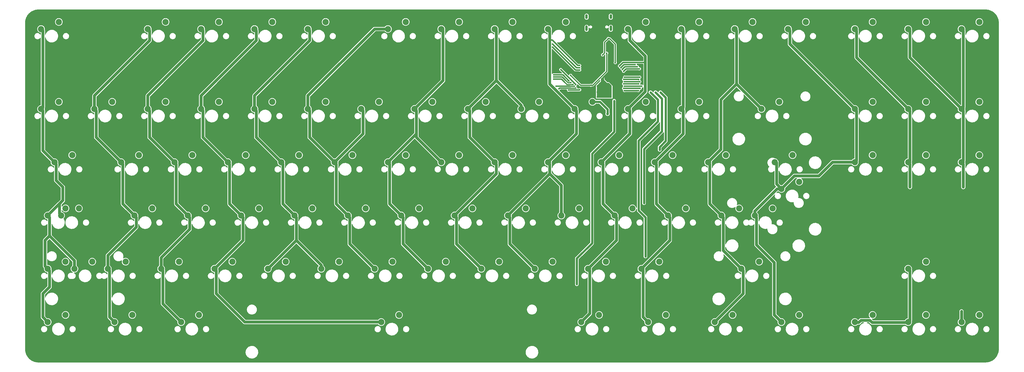
<source format=gtl>
G04 #@! TF.GenerationSoftware,KiCad,Pcbnew,(7.0.0)*
G04 #@! TF.CreationDate,2023-02-27T14:14:18+01:00*
G04 #@! TF.ProjectId,Belja80,42656c6a-6138-4302-9e6b-696361645f70,1.0*
G04 #@! TF.SameCoordinates,Original*
G04 #@! TF.FileFunction,Copper,L1,Top*
G04 #@! TF.FilePolarity,Positive*
%FSLAX46Y46*%
G04 Gerber Fmt 4.6, Leading zero omitted, Abs format (unit mm)*
G04 Created by KiCad (PCBNEW (7.0.0)) date 2023-02-27 14:14:18*
%MOMM*%
%LPD*%
G01*
G04 APERTURE LIST*
G04 #@! TA.AperFunction,NonConductor*
%ADD10C,1.000000*%
G04 #@! TD*
G04 #@! TA.AperFunction,ComponentPad*
%ADD11C,2.200000*%
G04 #@! TD*
G04 #@! TA.AperFunction,ComponentPad*
%ADD12C,5.700000*%
G04 #@! TD*
G04 #@! TA.AperFunction,ComponentPad*
%ADD13C,0.600000*%
G04 #@! TD*
G04 #@! TA.AperFunction,ComponentPad*
%ADD14O,0.900000X1.700000*%
G04 #@! TD*
G04 #@! TA.AperFunction,ComponentPad*
%ADD15O,0.900000X2.000000*%
G04 #@! TD*
G04 #@! TA.AperFunction,ViaPad*
%ADD16C,0.604800*%
G04 #@! TD*
G04 #@! TA.AperFunction,ViaPad*
%ADD17C,1.000000*%
G04 #@! TD*
G04 #@! TA.AperFunction,ViaPad*
%ADD18C,0.605000*%
G04 #@! TD*
G04 #@! TA.AperFunction,Conductor*
%ADD19C,0.400000*%
G04 #@! TD*
G04 #@! TA.AperFunction,Conductor*
%ADD20C,0.500000*%
G04 #@! TD*
G04 #@! TA.AperFunction,Conductor*
%ADD21C,0.800000*%
G04 #@! TD*
G04 #@! TA.AperFunction,Conductor*
%ADD22C,1.000000*%
G04 #@! TD*
G04 APERTURE END LIST*
D10*
X306387500Y-96750000D02*
X306387500Y-92868750D01*
D11*
X183515000Y-71120000D03*
X177165000Y-73660000D03*
X173990000Y-90170000D03*
X167640000Y-92710000D03*
X378777500Y-90170000D03*
X372427500Y-92710000D03*
X102552500Y-109220000D03*
X96202500Y-111760000D03*
D12*
X109537500Y-154781250D03*
D11*
X340677500Y-147320000D03*
X334327500Y-149860000D03*
D12*
X297656250Y-102393750D03*
D11*
X259715000Y-42545000D03*
X253365000Y-45085000D03*
X54927500Y-90170000D03*
X48577500Y-92710000D03*
X378777500Y-71120000D03*
X372427500Y-73660000D03*
X62071250Y-128270000D03*
X55721250Y-130810000D03*
X378777500Y-147320000D03*
X372427500Y-149860000D03*
X307340000Y-71120000D03*
X300990000Y-73660000D03*
X135890000Y-90170000D03*
X129540000Y-92710000D03*
X359727500Y-147320000D03*
X353377500Y-149860000D03*
X112077500Y-128270000D03*
X105727500Y-130810000D03*
X266858750Y-147320000D03*
X260508750Y-149860000D03*
X359727500Y-42545000D03*
X353377500Y-45085000D03*
X116840000Y-90170000D03*
X110490000Y-92710000D03*
X52546250Y-147320000D03*
X46196250Y-149860000D03*
X316865000Y-42545000D03*
X310515000Y-45085000D03*
X231140000Y-90170000D03*
X224790000Y-92710000D03*
X245427500Y-128270000D03*
X239077500Y-130810000D03*
X202565000Y-71120000D03*
X196215000Y-73660000D03*
X78740000Y-90170000D03*
X72390000Y-92710000D03*
X221615000Y-71120000D03*
X215265000Y-73660000D03*
X140652500Y-109220000D03*
X134302500Y-111760000D03*
X212090000Y-42545000D03*
X205740000Y-45085000D03*
X171608750Y-147320000D03*
X165258750Y-149860000D03*
X159702500Y-109220000D03*
X153352500Y-111760000D03*
X297815000Y-42545000D03*
X291465000Y-45085000D03*
X197802500Y-109220000D03*
X191452500Y-111760000D03*
X278765000Y-42545000D03*
X272415000Y-45085000D03*
X154940000Y-90170000D03*
X148590000Y-92710000D03*
X188277500Y-128270000D03*
X181927500Y-130810000D03*
X207327500Y-128270000D03*
X200977500Y-130810000D03*
X212090000Y-90170000D03*
X205740000Y-92710000D03*
X250190000Y-90170000D03*
X243840000Y-92710000D03*
D12*
X95250000Y-45243750D03*
D11*
X264477500Y-128270000D03*
X258127500Y-130810000D03*
X107315000Y-42545000D03*
X100965000Y-45085000D03*
X193040000Y-90170000D03*
X186690000Y-92710000D03*
X93027500Y-128270000D03*
X86677500Y-130810000D03*
X340677500Y-90170000D03*
X334327500Y-92710000D03*
D12*
X366712500Y-45243750D03*
D11*
X340677500Y-71120000D03*
X334327500Y-73660000D03*
X173990000Y-42545000D03*
X167640000Y-45085000D03*
X226377500Y-128270000D03*
X220027500Y-130810000D03*
X216852500Y-109220000D03*
X210502500Y-111760000D03*
X359727500Y-90170000D03*
X353377500Y-92710000D03*
X83502500Y-109220000D03*
X77152500Y-111760000D03*
X164465000Y-71120000D03*
X158115000Y-73660000D03*
X254952500Y-109220000D03*
X248602500Y-111760000D03*
X269240000Y-90170000D03*
X262890000Y-92710000D03*
X52546250Y-109220000D03*
X46196250Y-111760000D03*
X121602500Y-109220000D03*
X115252500Y-111760000D03*
X235902500Y-109220000D03*
X229552500Y-111760000D03*
X150177500Y-128270000D03*
X143827500Y-130810000D03*
D12*
X252412500Y-154781250D03*
D11*
X314483750Y-99695000D03*
X308133750Y-102235000D03*
X169227500Y-128270000D03*
X162877500Y-130810000D03*
X126365000Y-42545000D03*
X120015000Y-45085000D03*
X52546250Y-128270000D03*
X46196250Y-130810000D03*
D12*
X47625000Y-104775000D03*
D11*
X290671250Y-147320000D03*
X284321250Y-149860000D03*
X88265000Y-71120000D03*
X81915000Y-73660000D03*
X304958750Y-109220000D03*
X298608750Y-111760000D03*
X131127500Y-128270000D03*
X124777500Y-130810000D03*
X231140000Y-42545000D03*
X224790000Y-45085000D03*
X314483750Y-147320000D03*
X308133750Y-149860000D03*
X359727500Y-128270000D03*
X353377500Y-130810000D03*
X340677500Y-42545000D03*
X334327500Y-45085000D03*
X88265000Y-42545000D03*
X81915000Y-45085000D03*
X378777500Y-42545000D03*
X372427500Y-45085000D03*
X312102500Y-90170000D03*
X305752500Y-92710000D03*
D12*
X366712500Y-154781250D03*
D11*
X259715000Y-71120000D03*
X253365000Y-73660000D03*
X50165000Y-42545000D03*
X43815000Y-45085000D03*
X50165000Y-71120000D03*
X43815000Y-73660000D03*
X359727500Y-71120000D03*
X353377500Y-73660000D03*
X107315000Y-71120000D03*
X100965000Y-73660000D03*
X97790000Y-90170000D03*
X91440000Y-92710000D03*
X300196250Y-128270000D03*
X293846250Y-130810000D03*
X193040000Y-42545000D03*
X186690000Y-45085000D03*
X69215000Y-71120000D03*
X62865000Y-73660000D03*
X100171250Y-147320000D03*
X93821250Y-149860000D03*
X274002500Y-109220000D03*
X267652500Y-111760000D03*
X293052500Y-109220000D03*
X286702500Y-111760000D03*
X278765000Y-71120000D03*
X272415000Y-73660000D03*
X126365000Y-71120000D03*
X120015000Y-73660000D03*
X145415000Y-42545000D03*
X139065000Y-45085000D03*
X178752500Y-109220000D03*
X172402500Y-111760000D03*
D12*
X161925000Y-104775000D03*
D11*
X288290000Y-90170000D03*
X281940000Y-92710000D03*
X73977500Y-128270000D03*
X67627500Y-130810000D03*
D12*
X219075000Y-45243750D03*
D11*
X76358750Y-147320000D03*
X70008750Y-149860000D03*
X57308750Y-109220000D03*
X50958750Y-111760000D03*
X145415000Y-71120000D03*
X139065000Y-73660000D03*
X240665000Y-71120000D03*
X234315000Y-73660000D03*
X243046250Y-147320000D03*
X236696250Y-149860000D03*
D13*
X244881200Y-59531250D03*
X243611200Y-60801250D03*
X243611200Y-59531250D03*
X243611200Y-58261250D03*
X242341200Y-59531250D03*
D14*
X238567499Y-40659999D03*
D15*
X238567499Y-44829999D03*
D14*
X247207499Y-40659999D03*
D15*
X247207499Y-44829999D03*
D16*
X245745000Y-53723900D03*
X240100000Y-65200000D03*
X232850000Y-61650000D03*
D17*
X300831250Y-133350000D03*
X203200000Y-76200000D03*
X231775000Y-47625000D03*
X107950000Y-47625000D03*
D18*
X245999000Y-61214000D03*
D17*
X307975000Y-76200000D03*
D16*
X237100000Y-60500000D03*
D17*
X250825000Y-52387500D03*
X251618750Y-81756250D03*
D16*
X249800000Y-56900000D03*
D17*
X136525000Y-95250000D03*
D16*
X245475000Y-67100000D03*
D17*
X74612500Y-133350000D03*
X103187500Y-114300000D03*
X222885000Y-57404000D03*
D16*
X244300000Y-53100000D03*
D17*
X146050000Y-47625000D03*
D16*
X249900000Y-60500000D03*
D17*
X193675000Y-47625000D03*
X341312500Y-152400000D03*
X188912500Y-133350000D03*
X131762500Y-133350000D03*
X146050000Y-76200000D03*
X291306250Y-152400000D03*
X174625000Y-47625000D03*
X79375000Y-95250000D03*
D16*
X242422405Y-65488098D03*
D17*
X76993750Y-152400000D03*
X179387500Y-114300000D03*
X127000000Y-76200000D03*
X360362500Y-95250000D03*
X160337500Y-114300000D03*
X360362500Y-47625000D03*
X198437500Y-114300000D03*
X240500000Y-53000000D03*
X88900000Y-76200000D03*
X241300000Y-76200000D03*
D16*
X247250000Y-69425000D03*
D17*
X315118750Y-152400000D03*
X265112500Y-133350000D03*
X305593750Y-114300000D03*
X141287500Y-114300000D03*
D16*
X251104400Y-55448200D03*
D17*
X150812500Y-133350000D03*
X351631250Y-128587500D03*
X212725000Y-95250000D03*
X57943750Y-114300000D03*
X217487500Y-114300000D03*
X341312500Y-95250000D03*
X100806250Y-152400000D03*
X262255000Y-56261000D03*
X122237500Y-114300000D03*
X250031250Y-46831250D03*
D16*
X247250000Y-66225000D03*
D17*
X270668750Y-71437500D03*
D16*
X241580000Y-67450000D03*
D17*
X255587500Y-114300000D03*
D16*
X246600000Y-64827098D03*
D17*
X69850000Y-76200000D03*
X250825000Y-95250000D03*
X234156250Y-70643750D03*
D16*
X238400000Y-55300000D03*
D17*
X341312500Y-76200000D03*
X50800000Y-47625000D03*
X207962500Y-133350000D03*
X312737500Y-95250000D03*
X84137500Y-114300000D03*
X240600000Y-50300000D03*
D16*
X243296200Y-64625000D03*
D17*
X293687500Y-114300000D03*
X127000000Y-47625000D03*
X250031250Y-69850000D03*
X172243750Y-152400000D03*
D16*
X244700000Y-65000000D03*
D17*
X260350000Y-47625000D03*
X236537500Y-114300000D03*
X315118750Y-104775000D03*
D16*
X247250000Y-67825000D03*
D17*
X246062500Y-71437500D03*
X269875000Y-95250000D03*
D16*
X240240000Y-66220000D03*
X242450000Y-69400000D03*
D17*
X360362500Y-133350000D03*
X117475000Y-95250000D03*
X53181250Y-152400000D03*
X317500000Y-47625000D03*
X55562500Y-95250000D03*
X341312500Y-47625000D03*
X377825000Y-92075000D03*
X298450000Y-47625000D03*
X193675000Y-95250000D03*
X228092000Y-60452000D03*
X155575000Y-95250000D03*
X88900000Y-47625000D03*
X169862500Y-133350000D03*
X244475000Y-48418750D03*
X360362500Y-76200000D03*
X50800000Y-76200000D03*
X98425000Y-95250000D03*
D16*
X237600000Y-56800000D03*
D17*
X260350000Y-76200000D03*
X165100000Y-76200000D03*
X246700000Y-46600000D03*
D18*
X245999000Y-61849000D03*
D17*
X226949000Y-60212000D03*
X50006250Y-129381250D03*
X333375000Y-90487500D03*
X239000000Y-46700000D03*
X93662500Y-133350000D03*
X231775000Y-95250000D03*
X184150000Y-76200000D03*
X112712500Y-133350000D03*
X377825000Y-73025000D03*
X288925000Y-95250000D03*
D16*
X242450000Y-67625000D03*
D17*
X107950000Y-76200000D03*
D16*
X245364000Y-61849000D03*
X245650000Y-69425000D03*
D17*
X174625000Y-95250000D03*
X246062500Y-133350000D03*
X279400000Y-76200000D03*
X274637500Y-114300000D03*
X212725000Y-47625000D03*
D16*
X244050000Y-69425000D03*
D17*
X279400000Y-47625000D03*
X222250000Y-76200000D03*
D18*
X211582000Y-56261000D03*
D17*
X227012500Y-133350000D03*
D16*
X248801531Y-57112252D03*
X244277071Y-54340515D03*
X246300000Y-48500000D03*
X250800000Y-58900000D03*
X255905000Y-57785000D03*
X251800000Y-64700000D03*
X257175000Y-64700000D03*
D17*
X246062500Y-75406250D03*
D16*
X252095000Y-65500000D03*
X264922000Y-67691000D03*
X258286000Y-65500000D03*
X264668000Y-88293750D03*
X259080000Y-107343750D03*
X263144000Y-67691000D03*
X251800000Y-66300000D03*
X257677000Y-66300000D03*
X252095000Y-67100000D03*
X257048000Y-67100000D03*
X259588000Y-126393750D03*
X261366000Y-67691000D03*
X248412000Y-70739000D03*
X235077000Y-136337500D03*
D18*
X234696000Y-66167000D03*
X228727000Y-66421000D03*
X227711000Y-65532000D03*
X234188000Y-65532000D03*
X226822000Y-62992000D03*
X233680000Y-64897000D03*
X226822000Y-62230000D03*
X232918000Y-64262000D03*
X232283000Y-63627000D03*
X226822000Y-61468000D03*
X234696000Y-64897000D03*
X229362000Y-59563000D03*
X236093000Y-59734450D03*
D16*
X226441000Y-51562000D03*
X226441000Y-50419000D03*
X236086650Y-58921650D03*
X236093000Y-58108850D03*
X250300000Y-58300000D03*
X251300000Y-59500000D03*
X256667000Y-58547000D03*
X251800000Y-60200000D03*
X257429000Y-59309000D03*
X252095000Y-62300000D03*
X257556000Y-62300000D03*
X251800000Y-63100000D03*
D17*
X354012500Y-101600000D03*
D16*
X257175000Y-63119000D03*
D17*
X373062500Y-101600000D03*
D16*
X257556000Y-63881000D03*
X252095000Y-63900000D03*
D17*
X372427500Y-146050000D03*
D16*
X236093000Y-66802000D03*
X232100000Y-66900000D03*
D19*
X245700000Y-53768900D02*
X245700000Y-60200000D01*
X245745000Y-53723900D02*
X245700000Y-53768900D01*
X240700000Y-65200000D02*
X240100000Y-65200000D01*
X245745000Y-53762693D02*
X245745000Y-53723900D01*
X245700000Y-60200000D02*
X240700000Y-65200000D01*
X236400000Y-65200000D02*
X240100000Y-65200000D01*
X232850000Y-61650000D02*
X236400000Y-65200000D01*
X248800000Y-50500000D02*
X246800000Y-48500000D01*
X248801531Y-57112252D02*
X248801531Y-55890324D01*
X246300000Y-48500000D02*
X245000000Y-49800000D01*
X246800000Y-48500000D02*
X246300000Y-48500000D01*
X245000000Y-49800000D02*
X245000000Y-53617586D01*
X248800000Y-55888793D02*
X248800000Y-50500000D01*
X245000000Y-53617586D02*
X244277071Y-54340515D01*
X248801531Y-55890324D02*
X248800000Y-55888793D01*
D20*
X255905000Y-57785000D02*
X251915000Y-57785000D01*
X251915000Y-57785000D02*
X250800000Y-58900000D01*
X257175000Y-64700000D02*
X251800000Y-64700000D01*
D21*
X245268750Y-73025000D02*
X246062500Y-73818750D01*
X246062500Y-73818750D02*
X246062500Y-75406250D01*
X243363750Y-71120000D02*
X245268750Y-73025000D01*
X240665000Y-71120000D02*
X243363750Y-71120000D01*
X264922000Y-67691000D02*
X266827000Y-69596000D01*
X266827000Y-85090000D02*
X264668000Y-87249000D01*
X264668000Y-87249000D02*
X264668000Y-88293750D01*
D20*
X258286000Y-65500000D02*
X252095000Y-65500000D01*
D21*
X266827000Y-69596000D02*
X266827000Y-85090000D01*
D20*
X257677000Y-66300000D02*
X251800000Y-66300000D01*
D21*
X265430000Y-81661000D02*
X259080000Y-88011000D01*
X259080000Y-88011000D02*
X259080000Y-107343750D01*
X265430000Y-69977000D02*
X265430000Y-81661000D01*
X263144000Y-67691000D02*
X265430000Y-69977000D01*
D20*
X252095000Y-67100000D02*
X257048000Y-67100000D01*
D21*
X257175000Y-84963000D02*
X264033000Y-78105000D01*
X259588000Y-126393750D02*
X259588000Y-112395000D01*
X259588000Y-112395000D02*
X257175000Y-109982000D01*
X264033000Y-78105000D02*
X264033000Y-70358000D01*
X264033000Y-70358000D02*
X261366000Y-67691000D01*
X257175000Y-109982000D02*
X257175000Y-84963000D01*
X240538000Y-121662000D02*
X235077000Y-127123000D01*
X248412000Y-70739000D02*
X248412000Y-81788000D01*
X235077000Y-127123000D02*
X235077000Y-136337500D01*
X248412000Y-81788000D02*
X240538000Y-89662000D01*
X240538000Y-89662000D02*
X240538000Y-121662000D01*
D22*
X50800000Y-111490750D02*
X50403125Y-111093875D01*
X46831250Y-131445000D02*
X46831250Y-137318750D01*
X46831250Y-119062500D02*
X55721250Y-127952500D01*
X45243750Y-129857500D02*
X46196250Y-130810000D01*
X44450000Y-73025000D02*
X43815000Y-73660000D01*
D19*
X234696000Y-66167000D02*
X232410000Y-66167000D01*
D22*
X44450000Y-45720000D02*
X44450000Y-73025000D01*
D20*
X228981000Y-66167000D02*
X232410000Y-66167000D01*
D22*
X50403125Y-111093875D02*
X50403125Y-107553125D01*
X46831250Y-137318750D02*
X44450000Y-139700000D01*
X43815000Y-73660000D02*
X44450000Y-74295000D01*
X49212500Y-99218750D02*
X49212500Y-93345000D01*
X50403125Y-107553125D02*
X50800000Y-107156250D01*
X44450000Y-139700000D02*
X44450000Y-148113750D01*
X55721250Y-127952500D02*
X55721250Y-130810000D01*
X46196250Y-130810000D02*
X46831250Y-131445000D01*
D20*
X228727000Y-66421000D02*
X228981000Y-66167000D01*
D22*
X44450000Y-74295000D02*
X44450000Y-88582500D01*
X46831250Y-119062500D02*
X45243750Y-120650000D01*
X43815000Y-45085000D02*
X44450000Y-45720000D01*
X46831250Y-112395000D02*
X46831250Y-119062500D01*
X45243750Y-120650000D02*
X45243750Y-129857500D01*
X46196250Y-111760000D02*
X51593750Y-106362500D01*
X44450000Y-88582500D02*
X48577500Y-92710000D01*
X51593750Y-106362500D02*
X51593750Y-101600000D01*
X49212500Y-93345000D02*
X48577500Y-92710000D01*
X44450000Y-148113750D02*
X46196250Y-149860000D01*
X51593750Y-101600000D02*
X49212500Y-99218750D01*
X46196250Y-111760000D02*
X46831250Y-112395000D01*
X77787500Y-115887500D02*
X67627500Y-126047500D01*
D20*
X227711000Y-65532000D02*
X232283000Y-65532000D01*
D22*
X62865000Y-73660000D02*
X63500000Y-74295000D01*
X82550000Y-49212500D02*
X62865000Y-68897500D01*
X68262500Y-131445000D02*
X68262500Y-148113750D01*
X82550000Y-45720000D02*
X82550000Y-49212500D01*
X77787500Y-112395000D02*
X77787500Y-115887500D01*
X67627500Y-126047500D02*
X67627500Y-130810000D01*
D19*
X234188000Y-65532000D02*
X232283000Y-65532000D01*
D22*
X62865000Y-68897500D02*
X62865000Y-73660000D01*
X73025000Y-93345000D02*
X73025000Y-107632500D01*
X68262500Y-148113750D02*
X70008750Y-149860000D01*
X63500000Y-74295000D02*
X63500000Y-83820000D01*
X77152500Y-111760000D02*
X77787500Y-112395000D01*
X63500000Y-83820000D02*
X72390000Y-92710000D01*
X81915000Y-45085000D02*
X82550000Y-45720000D01*
X73025000Y-107632500D02*
X77152500Y-111760000D01*
X72390000Y-92710000D02*
X73025000Y-93345000D01*
X67627500Y-130810000D02*
X68262500Y-131445000D01*
X82550000Y-83820000D02*
X91440000Y-92710000D01*
X100965000Y-45085000D02*
X101600000Y-45720000D01*
X96837500Y-116681250D02*
X86677500Y-126841250D01*
D19*
X231521000Y-64897000D02*
X231394000Y-64770000D01*
D20*
X230632000Y-64008000D02*
X229616000Y-62992000D01*
D22*
X96202500Y-111760000D02*
X96837500Y-112395000D01*
X81915000Y-68897500D02*
X81915000Y-73660000D01*
X87312500Y-143351250D02*
X93821250Y-149860000D01*
X87312500Y-131445000D02*
X87312500Y-143351250D01*
X81915000Y-73660000D02*
X82550000Y-74295000D01*
X96837500Y-112395000D02*
X96837500Y-116681250D01*
X86677500Y-130810000D02*
X87312500Y-131445000D01*
X86677500Y-126841250D02*
X86677500Y-130810000D01*
X91440000Y-92710000D02*
X92075000Y-93345000D01*
X92075000Y-107632500D02*
X96202500Y-111760000D01*
D20*
X229616000Y-62992000D02*
X226822000Y-62992000D01*
D22*
X82550000Y-74295000D02*
X82550000Y-83820000D01*
X101600000Y-49212500D02*
X81915000Y-68897500D01*
X101600000Y-45720000D02*
X101600000Y-49212500D01*
D19*
X231394000Y-64770000D02*
X230632000Y-64008000D01*
D22*
X92075000Y-93345000D02*
X92075000Y-107632500D01*
D19*
X233680000Y-64897000D02*
X231521000Y-64897000D01*
D22*
X101600000Y-74295000D02*
X101600000Y-83820000D01*
D19*
X232918000Y-64262000D02*
X231902000Y-64262000D01*
X231902000Y-64262000D02*
X230886000Y-63246000D01*
D22*
X116522500Y-149860000D02*
X165258750Y-149860000D01*
X100965000Y-68897500D02*
X100965000Y-73660000D01*
X120650000Y-45720000D02*
X120650000Y-49212500D01*
X115887500Y-120650000D02*
X105727500Y-130810000D01*
D20*
X229870000Y-62230000D02*
X226822000Y-62230000D01*
D22*
X105727500Y-130810000D02*
X106362500Y-131445000D01*
X111125000Y-93345000D02*
X111125000Y-107632500D01*
X111125000Y-107632500D02*
X115252500Y-111760000D01*
D20*
X230886000Y-63246000D02*
X229870000Y-62230000D01*
D22*
X120650000Y-49212500D02*
X100965000Y-68897500D01*
X115887500Y-112395000D02*
X115887500Y-120650000D01*
X120015000Y-45085000D02*
X120650000Y-45720000D01*
X106362500Y-131445000D02*
X106362500Y-139700000D01*
X115252500Y-111760000D02*
X115887500Y-112395000D01*
X101600000Y-83820000D02*
X110490000Y-92710000D01*
X110490000Y-92710000D02*
X111125000Y-93345000D01*
X100965000Y-73660000D02*
X101600000Y-74295000D01*
X106362500Y-139700000D02*
X116522500Y-149860000D01*
X120015000Y-73660000D02*
X120650000Y-74295000D01*
X130175000Y-107632500D02*
X134302500Y-111760000D01*
X134937500Y-120650000D02*
X143827500Y-129540000D01*
X139065000Y-45085000D02*
X139700000Y-45720000D01*
X143827500Y-129540000D02*
X143827500Y-130810000D01*
X129540000Y-92710000D02*
X130175000Y-93345000D01*
X139700000Y-45720000D02*
X139700000Y-49212500D01*
D20*
X232283000Y-63627000D02*
X230124000Y-61468000D01*
D22*
X120650000Y-83820000D02*
X129540000Y-92710000D01*
D20*
X230124000Y-61468000D02*
X226822000Y-61468000D01*
D22*
X130175000Y-93345000D02*
X130175000Y-107632500D01*
X139700000Y-49212500D02*
X120015000Y-68897500D01*
X120015000Y-68897500D02*
X120015000Y-73660000D01*
X134302500Y-111760000D02*
X134937500Y-112395000D01*
X120650000Y-74295000D02*
X120650000Y-83820000D01*
X134937500Y-112395000D02*
X134937500Y-120650000D01*
X134937500Y-120650000D02*
X124777500Y-130810000D01*
X153987500Y-112395000D02*
X153987500Y-121920000D01*
X167640000Y-45085000D02*
X162877500Y-45085000D01*
X139700000Y-74295000D02*
X139700000Y-83820000D01*
X139700000Y-83820000D02*
X148590000Y-92710000D01*
X153352500Y-111760000D02*
X153987500Y-112395000D01*
X158750000Y-82550000D02*
X148590000Y-92710000D01*
D20*
X229362000Y-59563000D02*
X234696000Y-64897000D01*
D22*
X139065000Y-73660000D02*
X139700000Y-74295000D01*
X139065000Y-68897500D02*
X139065000Y-73660000D01*
X149225000Y-93345000D02*
X149225000Y-107632500D01*
X162877500Y-45085000D02*
X139065000Y-68897500D01*
X149225000Y-107632500D02*
X153352500Y-111760000D01*
X153987500Y-121920000D02*
X162877500Y-130810000D01*
X148590000Y-92710000D02*
X149225000Y-93345000D01*
X158750000Y-74295000D02*
X158750000Y-82550000D01*
X158115000Y-73660000D02*
X158750000Y-74295000D01*
X177800000Y-83820000D02*
X186690000Y-92710000D01*
X177800000Y-74295000D02*
X177800000Y-82550000D01*
X167640000Y-92710000D02*
X168275000Y-93345000D01*
X177165000Y-73660000D02*
X177800000Y-74295000D01*
D20*
X234613450Y-59734450D02*
X226441000Y-51562000D01*
D22*
X173037500Y-121920000D02*
X181927500Y-130810000D01*
X177800000Y-82550000D02*
X167640000Y-92710000D01*
X168275000Y-107632500D02*
X172402500Y-111760000D01*
X168275000Y-93345000D02*
X168275000Y-107632500D01*
D20*
X236093000Y-59734450D02*
X234613450Y-59734450D01*
D22*
X173037500Y-112395000D02*
X173037500Y-121920000D01*
X186690000Y-45085000D02*
X187325000Y-45720000D01*
X172402500Y-111760000D02*
X173037500Y-112395000D01*
X177800000Y-82550000D02*
X177800000Y-83820000D01*
X187325000Y-45720000D02*
X187325000Y-63500000D01*
X187325000Y-63500000D02*
X177165000Y-73660000D01*
D20*
X234943650Y-58921650D02*
X236086650Y-58921650D01*
D22*
X196850000Y-83820000D02*
X205740000Y-92710000D01*
X206375000Y-96837500D02*
X191452500Y-111760000D01*
X205740000Y-92710000D02*
X206375000Y-93345000D01*
X215265000Y-72390000D02*
X215265000Y-73660000D01*
X206375000Y-45720000D02*
X206375000Y-63500000D01*
X196850000Y-74295000D02*
X196850000Y-83820000D01*
X196215000Y-73660000D02*
X196850000Y-74295000D01*
D20*
X226441000Y-50419000D02*
X234943650Y-58921650D01*
D22*
X206375000Y-93345000D02*
X206375000Y-96837500D01*
X192087500Y-121920000D02*
X200977500Y-130810000D01*
X205740000Y-45085000D02*
X206375000Y-45720000D01*
X192087500Y-112395000D02*
X192087500Y-121920000D01*
X206375000Y-63500000D02*
X215265000Y-72390000D01*
X206375000Y-63500000D02*
X196215000Y-73660000D01*
X191452500Y-111760000D02*
X192087500Y-112395000D01*
X225425000Y-93345000D02*
X225425000Y-96837500D01*
X210502500Y-111760000D02*
X225425000Y-96837500D01*
D20*
X226314000Y-49022000D02*
X225425000Y-49022000D01*
D22*
X211137500Y-121920000D02*
X220027500Y-130810000D01*
X225425000Y-49022000D02*
X225425000Y-60579000D01*
X224790000Y-92710000D02*
X225425000Y-93345000D01*
X225425000Y-60579000D02*
X225425000Y-64770000D01*
X229552500Y-100965000D02*
X229552500Y-111760000D01*
X224790000Y-45085000D02*
X225425000Y-45720000D01*
D20*
X236093000Y-58108850D02*
X235400850Y-58108850D01*
D22*
X234950000Y-82550000D02*
X224790000Y-92710000D01*
X225425000Y-45720000D02*
X225425000Y-49022000D01*
X225425000Y-96837500D02*
X229552500Y-100965000D01*
D20*
X235400850Y-58108850D02*
X226314000Y-49022000D01*
D22*
X225425000Y-64770000D02*
X234315000Y-73660000D01*
X234315000Y-73660000D02*
X234950000Y-74295000D01*
X210502500Y-111760000D02*
X211137500Y-112395000D01*
X211137500Y-112395000D02*
X211137500Y-121920000D01*
X234950000Y-74295000D02*
X234950000Y-82550000D01*
X244475000Y-107632500D02*
X248602500Y-111760000D01*
X259556250Y-67468750D02*
X253365000Y-73660000D01*
X239712500Y-131445000D02*
X239712500Y-146843750D01*
X239712500Y-146843750D02*
X236696250Y-149860000D01*
X253365000Y-73660000D02*
X254000000Y-74295000D01*
D20*
X259556250Y-57023000D02*
X251577000Y-57023000D01*
X251577000Y-57023000D02*
X250300000Y-58300000D01*
D22*
X254000000Y-45720000D02*
X254000000Y-49212500D01*
X254000000Y-49212500D02*
X259556250Y-54768750D01*
X249237500Y-112395000D02*
X249237500Y-120650000D01*
X254000000Y-82550000D02*
X243840000Y-92710000D01*
X248602500Y-111760000D02*
X249237500Y-112395000D01*
X254000000Y-74295000D02*
X254000000Y-82550000D01*
X259556250Y-54768750D02*
X259556250Y-67468750D01*
X244475000Y-93345000D02*
X244475000Y-107632500D01*
X239077500Y-130810000D02*
X239712500Y-131445000D01*
X243840000Y-92710000D02*
X244475000Y-93345000D01*
X249237500Y-120650000D02*
X239077500Y-130810000D01*
X253365000Y-45085000D02*
X254000000Y-45720000D01*
X273050000Y-45720000D02*
X273050000Y-73025000D01*
X268287500Y-112395000D02*
X268287500Y-120650000D01*
X273050000Y-82550000D02*
X262890000Y-92710000D01*
X258762500Y-148113750D02*
X260508750Y-149860000D01*
X272415000Y-45085000D02*
X273050000Y-45720000D01*
D20*
X256667000Y-58547000D02*
X252253000Y-58547000D01*
D22*
X273050000Y-73025000D02*
X272415000Y-73660000D01*
X268287500Y-120650000D02*
X258127500Y-130810000D01*
X272415000Y-73660000D02*
X273050000Y-74295000D01*
X258127500Y-130810000D02*
X258762500Y-131445000D01*
X273050000Y-74295000D02*
X273050000Y-82550000D01*
X263525000Y-107632500D02*
X267652500Y-111760000D01*
X263525000Y-93345000D02*
X263525000Y-107632500D01*
D20*
X252253000Y-58547000D02*
X251300000Y-59500000D01*
D22*
X262890000Y-92710000D02*
X263525000Y-93345000D01*
X267652500Y-111760000D02*
X268287500Y-112395000D01*
X258762500Y-131445000D02*
X258762500Y-148113750D01*
X294481250Y-139700000D02*
X284321250Y-149860000D01*
X281940000Y-92710000D02*
X286543750Y-88106250D01*
X286543750Y-70326250D02*
X292100000Y-64770000D01*
X294481250Y-131445000D02*
X294481250Y-139700000D01*
X292100000Y-45720000D02*
X292100000Y-64770000D01*
X287337500Y-124301250D02*
X293846250Y-130810000D01*
X292100000Y-64770000D02*
X300990000Y-73660000D01*
X282575000Y-107632500D02*
X286702500Y-111760000D01*
D20*
X257429000Y-59309000D02*
X252691000Y-59309000D01*
D22*
X291465000Y-45085000D02*
X292100000Y-45720000D01*
X282575000Y-93345000D02*
X282575000Y-107632500D01*
X281940000Y-92710000D02*
X282575000Y-93345000D01*
X287337500Y-112395000D02*
X287337500Y-124301250D01*
X293846250Y-130810000D02*
X294481250Y-131445000D01*
X286702500Y-111760000D02*
X287337500Y-112395000D01*
D20*
X252691000Y-59309000D02*
X251800000Y-60200000D01*
D22*
X286543750Y-88106250D02*
X286543750Y-70326250D01*
D20*
X257556000Y-62300000D02*
X252095000Y-62300000D01*
D22*
X326390000Y-92710000D02*
X334327500Y-92710000D01*
X299243750Y-112395000D02*
X299243750Y-122237500D01*
X308133750Y-102235000D02*
X312737500Y-97631250D01*
X310515000Y-45085000D02*
X311150000Y-45720000D01*
X308133750Y-102235000D02*
X306578116Y-102235000D01*
X305593750Y-147320000D02*
X308133750Y-149860000D01*
X334962500Y-74295000D02*
X334962500Y-92075000D01*
X312737500Y-97631250D02*
X321468750Y-97631250D01*
X299243750Y-122237500D02*
X305593750Y-128587500D01*
X306387500Y-100488750D02*
X306387500Y-96277000D01*
X305593750Y-128587500D02*
X305593750Y-147320000D01*
X321468750Y-97631250D02*
X326390000Y-92710000D01*
X334962500Y-92075000D02*
X334327500Y-92710000D01*
X306578116Y-102235000D02*
X298608750Y-110204366D01*
X334327500Y-73660000D02*
X334962500Y-74295000D01*
X311150000Y-45720000D02*
X311150000Y-50482500D01*
X311150000Y-50482500D02*
X334327500Y-73660000D01*
X298608750Y-111760000D02*
X299243750Y-112395000D01*
X308133750Y-102235000D02*
X306387500Y-100488750D01*
X298608750Y-110204366D02*
X298608750Y-111760000D01*
X354012500Y-74295000D02*
X354012500Y-92075000D01*
X354012500Y-92075000D02*
X353377500Y-92710000D01*
X339725000Y-149225000D02*
X336550000Y-149225000D01*
X354012500Y-131445000D02*
X354012500Y-149225000D01*
X354012500Y-93345000D02*
X353377500Y-92710000D01*
X334486250Y-150018750D02*
X334327500Y-149860000D01*
D20*
X257156000Y-63100000D02*
X251800000Y-63100000D01*
D22*
X353377500Y-130810000D02*
X354012500Y-131445000D01*
X354012500Y-149225000D02*
X353377500Y-149860000D01*
X336550000Y-149225000D02*
X335756250Y-150018750D01*
X334327500Y-45085000D02*
X334962500Y-45720000D01*
X340518750Y-150018750D02*
X339725000Y-149225000D01*
X354012500Y-101600000D02*
X354012500Y-93345000D01*
X353377500Y-73660000D02*
X354012500Y-74295000D01*
X335756250Y-150018750D02*
X334486250Y-150018750D01*
X353377500Y-149860000D02*
X353218750Y-150018750D01*
X353218750Y-150018750D02*
X340518750Y-150018750D01*
X334962500Y-55245000D02*
X353377500Y-73660000D01*
D20*
X257175000Y-63119000D02*
X257156000Y-63100000D01*
D22*
X334962500Y-45720000D02*
X334962500Y-55245000D01*
X373062500Y-92075000D02*
X372427500Y-92710000D01*
D20*
X257556000Y-63881000D02*
X257537000Y-63900000D01*
D22*
X372427500Y-73660000D02*
X373062500Y-74295000D01*
X373062500Y-73025000D02*
X372427500Y-73660000D01*
X372427500Y-45085000D02*
X373062500Y-45720000D01*
X353377500Y-45085000D02*
X354012500Y-45720000D01*
X373062500Y-101600000D02*
X373062500Y-93345000D01*
X373062500Y-74295000D02*
X373062500Y-92075000D01*
X354012500Y-55245000D02*
X372427500Y-73660000D01*
X354012500Y-45720000D02*
X354012500Y-55245000D01*
X373062500Y-45720000D02*
X373062500Y-73025000D01*
X373062500Y-93345000D02*
X372427500Y-92710000D01*
X372427500Y-146050000D02*
X372427500Y-149860000D01*
D20*
X257537000Y-63900000D02*
X252095000Y-63900000D01*
X235995000Y-66900000D02*
X232100000Y-66900000D01*
X236093000Y-66802000D02*
X235995000Y-66900000D01*
G04 #@! TA.AperFunction,Conductor*
G36*
X225627240Y-48564802D02*
G01*
X225707709Y-48599822D01*
X225708058Y-48599981D01*
X225783134Y-48635626D01*
X225783310Y-48635712D01*
X225846615Y-48667339D01*
X225846617Y-48667340D01*
X225846669Y-48667365D01*
X225902426Y-48694933D01*
X225954764Y-48718348D01*
X225954947Y-48718414D01*
X225954954Y-48718417D01*
X226007681Y-48737486D01*
X226007933Y-48737577D01*
X226066189Y-48752589D01*
X226133783Y-48763351D01*
X226214969Y-48769832D01*
X226302557Y-48771749D01*
X226310663Y-48775264D01*
X226314000Y-48783446D01*
X226314000Y-49260553D01*
X226310663Y-49268735D01*
X226302556Y-49272250D01*
X226215136Y-49274163D01*
X226215123Y-49274163D01*
X226214969Y-49274167D01*
X226214838Y-49274177D01*
X226214806Y-49274179D01*
X226134017Y-49280629D01*
X226134009Y-49280629D01*
X226133783Y-49280648D01*
X226133548Y-49280685D01*
X226133543Y-49280686D01*
X226066462Y-49291366D01*
X226066450Y-49291368D01*
X226066189Y-49291410D01*
X226065937Y-49291474D01*
X226065927Y-49291477D01*
X226008192Y-49306355D01*
X226008186Y-49306356D01*
X226007933Y-49306422D01*
X226007701Y-49306505D01*
X226007681Y-49306512D01*
X225954954Y-49325581D01*
X225954925Y-49325592D01*
X225954764Y-49325651D01*
X225954588Y-49325729D01*
X225954575Y-49325735D01*
X225902512Y-49349027D01*
X225902489Y-49349037D01*
X225902426Y-49349066D01*
X225902364Y-49349096D01*
X225902342Y-49349107D01*
X225846669Y-49376633D01*
X225846669Y-49376634D01*
X225783310Y-49408287D01*
X225783099Y-49408389D01*
X225708058Y-49444017D01*
X225707709Y-49444176D01*
X225627242Y-49479196D01*
X225621191Y-49480086D01*
X225615517Y-49477801D01*
X225611772Y-49472965D01*
X225599785Y-49444176D01*
X225425871Y-49026494D01*
X225424973Y-49022000D01*
X225425872Y-49017503D01*
X225611773Y-48571032D01*
X225615517Y-48566198D01*
X225621191Y-48563913D01*
X225627240Y-48564802D01*
G37*
G04 #@! TD.AperFunction*
G04 #@! TA.AperFunction,Conductor*
G36*
X232351034Y-65283395D02*
G01*
X232351530Y-65283417D01*
X232407055Y-65287179D01*
X232407640Y-65287233D01*
X232454058Y-65292768D01*
X232454585Y-65292844D01*
X232495063Y-65299580D01*
X232495293Y-65299622D01*
X232532999Y-65307000D01*
X232570820Y-65314400D01*
X232611685Y-65321200D01*
X232658640Y-65326800D01*
X232714730Y-65330600D01*
X232770794Y-65331749D01*
X232771540Y-65331765D01*
X232779658Y-65335275D01*
X232783000Y-65343463D01*
X232783000Y-65720537D01*
X232779658Y-65728725D01*
X232771540Y-65732235D01*
X232714857Y-65733397D01*
X232714840Y-65733397D01*
X232714730Y-65733400D01*
X232714614Y-65733407D01*
X232714588Y-65733409D01*
X232658787Y-65737190D01*
X232658785Y-65737190D01*
X232658640Y-65737200D01*
X232658518Y-65737214D01*
X232658502Y-65737216D01*
X232611811Y-65742783D01*
X232611773Y-65742788D01*
X232611685Y-65742799D01*
X232611578Y-65742816D01*
X232611549Y-65742821D01*
X232570923Y-65749582D01*
X232570857Y-65749593D01*
X232570820Y-65749600D01*
X232570788Y-65749606D01*
X232570717Y-65749619D01*
X232532999Y-65757000D01*
X232495335Y-65764369D01*
X232495008Y-65764428D01*
X232454595Y-65771152D01*
X232454061Y-65771229D01*
X232407643Y-65776765D01*
X232407048Y-65776820D01*
X232351559Y-65780580D01*
X232351008Y-65780605D01*
X232294892Y-65781756D01*
X232288955Y-65780277D01*
X232284576Y-65776004D01*
X232282952Y-65770105D01*
X232282929Y-65764428D01*
X232282000Y-65532000D01*
X232282952Y-65293892D01*
X232284576Y-65287995D01*
X232288955Y-65283722D01*
X232294888Y-65282243D01*
X232351034Y-65283395D01*
G37*
G04 #@! TD.AperFunction*
G04 #@! TA.AperFunction,Conductor*
G36*
X232478034Y-65918395D02*
G01*
X232478530Y-65918417D01*
X232534055Y-65922179D01*
X232534640Y-65922233D01*
X232581058Y-65927768D01*
X232581585Y-65927844D01*
X232622063Y-65934580D01*
X232622293Y-65934622D01*
X232659999Y-65942000D01*
X232697820Y-65949400D01*
X232738685Y-65956200D01*
X232785640Y-65961800D01*
X232841730Y-65965600D01*
X232897794Y-65966749D01*
X232898540Y-65966765D01*
X232906658Y-65970275D01*
X232910000Y-65978463D01*
X232910000Y-66355537D01*
X232906658Y-66363725D01*
X232898540Y-66367235D01*
X232841857Y-66368397D01*
X232841840Y-66368397D01*
X232841730Y-66368400D01*
X232841614Y-66368407D01*
X232841588Y-66368409D01*
X232785787Y-66372190D01*
X232785785Y-66372190D01*
X232785640Y-66372200D01*
X232785518Y-66372214D01*
X232785502Y-66372216D01*
X232738811Y-66377783D01*
X232738773Y-66377788D01*
X232738685Y-66377799D01*
X232738578Y-66377816D01*
X232738549Y-66377821D01*
X232697923Y-66384582D01*
X232697857Y-66384593D01*
X232697820Y-66384600D01*
X232697788Y-66384606D01*
X232697717Y-66384619D01*
X232659999Y-66392000D01*
X232622335Y-66399369D01*
X232622008Y-66399428D01*
X232581595Y-66406152D01*
X232581061Y-66406229D01*
X232534643Y-66411765D01*
X232534048Y-66411820D01*
X232478559Y-66415580D01*
X232478008Y-66415605D01*
X232421892Y-66416756D01*
X232415955Y-66415277D01*
X232411576Y-66411004D01*
X232409952Y-66405105D01*
X232409929Y-66399428D01*
X232409000Y-66167000D01*
X232409952Y-65928892D01*
X232411576Y-65922995D01*
X232415955Y-65918722D01*
X232421888Y-65917243D01*
X232478034Y-65918395D01*
G37*
G04 #@! TD.AperFunction*
G04 #@! TA.AperFunction,Conductor*
G36*
X225627240Y-48564802D02*
G01*
X225707709Y-48599822D01*
X225708058Y-48599981D01*
X225783134Y-48635626D01*
X225783310Y-48635712D01*
X225846615Y-48667339D01*
X225846617Y-48667340D01*
X225846669Y-48667365D01*
X225902426Y-48694933D01*
X225954764Y-48718348D01*
X225954947Y-48718414D01*
X225954954Y-48718417D01*
X226007681Y-48737486D01*
X226007933Y-48737577D01*
X226066189Y-48752589D01*
X226133783Y-48763351D01*
X226214969Y-48769832D01*
X226302557Y-48771749D01*
X226310663Y-48775264D01*
X226314000Y-48783446D01*
X226314000Y-49260553D01*
X226310663Y-49268735D01*
X226302556Y-49272250D01*
X226215136Y-49274163D01*
X226215123Y-49274163D01*
X226214969Y-49274167D01*
X226214838Y-49274177D01*
X226214806Y-49274179D01*
X226134017Y-49280629D01*
X226134009Y-49280629D01*
X226133783Y-49280648D01*
X226133548Y-49280685D01*
X226133543Y-49280686D01*
X226066462Y-49291366D01*
X226066450Y-49291368D01*
X226066189Y-49291410D01*
X226065937Y-49291474D01*
X226065927Y-49291477D01*
X226008192Y-49306355D01*
X226008186Y-49306356D01*
X226007933Y-49306422D01*
X226007701Y-49306505D01*
X226007681Y-49306512D01*
X225954954Y-49325581D01*
X225954925Y-49325592D01*
X225954764Y-49325651D01*
X225954588Y-49325729D01*
X225954575Y-49325735D01*
X225902512Y-49349027D01*
X225902489Y-49349037D01*
X225902426Y-49349066D01*
X225902364Y-49349096D01*
X225902342Y-49349107D01*
X225846669Y-49376633D01*
X225846669Y-49376634D01*
X225783310Y-49408287D01*
X225783099Y-49408389D01*
X225708058Y-49444017D01*
X225707709Y-49444176D01*
X225627242Y-49479196D01*
X225621191Y-49480086D01*
X225615517Y-49477801D01*
X225611772Y-49472965D01*
X225599785Y-49444176D01*
X225425871Y-49026494D01*
X225424973Y-49022000D01*
X225425872Y-49017503D01*
X225611773Y-48571032D01*
X225615517Y-48566198D01*
X225621191Y-48563913D01*
X225627240Y-48564802D01*
G37*
G04 #@! TD.AperFunction*
G04 #@! TA.AperFunction,Conductor*
G36*
X231065769Y-63074651D02*
G01*
X231071013Y-63077804D01*
X231109875Y-63118294D01*
X231110247Y-63118701D01*
X231146832Y-63160601D01*
X231147214Y-63161061D01*
X231176110Y-63197784D01*
X231176434Y-63198216D01*
X231200273Y-63231573D01*
X231200457Y-63231839D01*
X231221875Y-63263677D01*
X231243386Y-63295652D01*
X231267473Y-63329357D01*
X231296716Y-63366519D01*
X231333691Y-63408868D01*
X231344041Y-63419651D01*
X231373037Y-63449862D01*
X231376295Y-63458084D01*
X231372869Y-63466237D01*
X231106237Y-63732869D01*
X231098084Y-63736295D01*
X231089862Y-63733037D01*
X231048954Y-63693774D01*
X231048868Y-63693691D01*
X231006519Y-63656716D01*
X231006202Y-63656466D01*
X230969458Y-63627552D01*
X230969446Y-63627543D01*
X230969357Y-63627473D01*
X230935652Y-63603386D01*
X230903677Y-63581875D01*
X230871839Y-63560457D01*
X230871573Y-63560273D01*
X230838216Y-63536434D01*
X230837784Y-63536110D01*
X230801061Y-63507214D01*
X230800611Y-63506840D01*
X230784780Y-63493018D01*
X230758701Y-63470247D01*
X230758294Y-63469875D01*
X230717804Y-63431013D01*
X230714651Y-63425769D01*
X230714576Y-63419651D01*
X230717599Y-63414333D01*
X230885293Y-63245293D01*
X231054333Y-63077599D01*
X231059651Y-63074576D01*
X231065769Y-63074651D01*
G37*
G04 #@! TD.AperFunction*
G04 #@! TA.AperFunction,Conductor*
G36*
X230811769Y-63836651D02*
G01*
X230817013Y-63839804D01*
X230855875Y-63880294D01*
X230856247Y-63880701D01*
X230892832Y-63922601D01*
X230893214Y-63923061D01*
X230922110Y-63959784D01*
X230922434Y-63960216D01*
X230946273Y-63993573D01*
X230946457Y-63993839D01*
X230967875Y-64025677D01*
X230989386Y-64057652D01*
X231013473Y-64091357D01*
X231042716Y-64128519D01*
X231079691Y-64170868D01*
X231090041Y-64181651D01*
X231119037Y-64211862D01*
X231122295Y-64220084D01*
X231118869Y-64228237D01*
X230852237Y-64494869D01*
X230844084Y-64498295D01*
X230835862Y-64495037D01*
X230794954Y-64455774D01*
X230794868Y-64455691D01*
X230752519Y-64418716D01*
X230752202Y-64418466D01*
X230715458Y-64389552D01*
X230715446Y-64389543D01*
X230715357Y-64389473D01*
X230681652Y-64365386D01*
X230649677Y-64343875D01*
X230617839Y-64322457D01*
X230617573Y-64322273D01*
X230584216Y-64298434D01*
X230583784Y-64298110D01*
X230547061Y-64269214D01*
X230546611Y-64268840D01*
X230530780Y-64255018D01*
X230504701Y-64232247D01*
X230504294Y-64231875D01*
X230463804Y-64193013D01*
X230460651Y-64187769D01*
X230460576Y-64181651D01*
X230463599Y-64176333D01*
X230631293Y-64007293D01*
X230800333Y-63839599D01*
X230805651Y-63836576D01*
X230811769Y-63836651D01*
G37*
G04 #@! TD.AperFunction*
G04 #@! TA.AperFunction,Conductor*
G36*
X381002700Y-38100617D02*
G01*
X381194689Y-38109004D01*
X381391859Y-38118124D01*
X381394690Y-38118289D01*
X381428488Y-38120636D01*
X381436020Y-38121392D01*
X381632282Y-38147234D01*
X381633148Y-38147351D01*
X381827931Y-38174526D01*
X381830755Y-38174954D01*
X381848479Y-38177845D01*
X381855338Y-38179164D01*
X382055128Y-38223460D01*
X382056297Y-38223726D01*
X382256946Y-38270922D01*
X382259704Y-38271605D01*
X382260504Y-38271813D01*
X382260993Y-38271940D01*
X382267070Y-38273687D01*
X382296573Y-38282989D01*
X382467823Y-38336986D01*
X382469650Y-38337580D01*
X382664852Y-38403008D01*
X382672844Y-38405999D01*
X382765347Y-38444317D01*
X382868066Y-38486866D01*
X382870639Y-38487966D01*
X383058367Y-38570858D01*
X383065517Y-38574294D01*
X383253245Y-38672022D01*
X383256226Y-38673627D01*
X383435227Y-38773332D01*
X383441483Y-38777062D01*
X383620151Y-38890889D01*
X383623534Y-38893124D01*
X383792332Y-39008755D01*
X383792350Y-39008767D01*
X383797758Y-39012690D01*
X383965909Y-39141717D01*
X383969601Y-39144664D01*
X384126963Y-39275337D01*
X384131507Y-39279302D01*
X384287790Y-39422509D01*
X384291693Y-39426245D01*
X384436265Y-39570818D01*
X384439966Y-39574683D01*
X384501283Y-39641598D01*
X384583221Y-39731018D01*
X384587195Y-39735574D01*
X384717818Y-39892877D01*
X384720772Y-39896575D01*
X384849815Y-40064748D01*
X384853719Y-40070131D01*
X384969371Y-40238961D01*
X384971652Y-40242413D01*
X385085433Y-40421013D01*
X385089182Y-40427298D01*
X385188846Y-40606226D01*
X385190506Y-40609309D01*
X385288214Y-40797002D01*
X385291659Y-40804172D01*
X385374505Y-40991796D01*
X385375632Y-40994429D01*
X385456495Y-41189645D01*
X385459506Y-41197692D01*
X385524874Y-41392720D01*
X385525562Y-41394838D01*
X385588821Y-41595460D01*
X385590590Y-41601620D01*
X385590909Y-41602850D01*
X385591586Y-41605588D01*
X385638735Y-41806043D01*
X385639089Y-41807594D01*
X385683333Y-42007155D01*
X385684655Y-42014029D01*
X385687552Y-42031786D01*
X385687981Y-42034619D01*
X385715136Y-42229269D01*
X385715264Y-42230215D01*
X385741104Y-42426468D01*
X385741867Y-42434063D01*
X385744212Y-42467824D01*
X385744378Y-42470688D01*
X385753505Y-42668048D01*
X385753519Y-42668365D01*
X385761882Y-42859817D01*
X385762000Y-42865228D01*
X385762000Y-159541045D01*
X385761882Y-159546453D01*
X385753529Y-159737792D01*
X385753515Y-159738109D01*
X385744388Y-159935583D01*
X385744222Y-159938447D01*
X385741877Y-159972221D01*
X385741114Y-159979816D01*
X385715289Y-160175994D01*
X385715161Y-160176940D01*
X385688001Y-160371660D01*
X385687572Y-160374497D01*
X385684678Y-160392235D01*
X385683357Y-160399105D01*
X385639106Y-160598718D01*
X385638752Y-160600270D01*
X385591616Y-160800690D01*
X385590926Y-160803477D01*
X385590600Y-160804732D01*
X385588844Y-160810843D01*
X385525592Y-161011457D01*
X385524903Y-161013576D01*
X385459540Y-161208596D01*
X385456530Y-161216641D01*
X385375683Y-161411829D01*
X385374556Y-161414463D01*
X385291697Y-161602124D01*
X385288252Y-161609295D01*
X385190535Y-161797010D01*
X385188875Y-161800092D01*
X385089228Y-161978997D01*
X385085479Y-161985284D01*
X384971658Y-162163947D01*
X384969377Y-162167398D01*
X384853776Y-162336157D01*
X384849853Y-162341566D01*
X384720838Y-162509705D01*
X384717858Y-162513438D01*
X384587222Y-162670755D01*
X384583248Y-162675309D01*
X384440051Y-162831584D01*
X384436310Y-162835493D01*
X384291710Y-162980094D01*
X384287801Y-162983835D01*
X384131533Y-163127029D01*
X384126977Y-163131004D01*
X383969674Y-163261627D01*
X383965944Y-163264605D01*
X383797814Y-163393618D01*
X383792404Y-163397543D01*
X383623591Y-163513182D01*
X383620140Y-163515462D01*
X383441505Y-163629266D01*
X383435218Y-163633015D01*
X383256314Y-163732663D01*
X383253232Y-163734323D01*
X383065540Y-163832030D01*
X383058369Y-163835476D01*
X382870706Y-163918337D01*
X382868073Y-163919463D01*
X382672884Y-164000314D01*
X382664837Y-164003325D01*
X382469761Y-164068707D01*
X382467642Y-164069396D01*
X382267066Y-164132637D01*
X382260983Y-164134386D01*
X382259710Y-164134717D01*
X382256896Y-164135413D01*
X382056560Y-164182531D01*
X382055008Y-164182886D01*
X381855329Y-164227153D01*
X381848456Y-164228474D01*
X381830747Y-164231363D01*
X381827913Y-164231792D01*
X381633220Y-164258950D01*
X381632274Y-164259078D01*
X381436042Y-164284912D01*
X381428443Y-164285675D01*
X381394686Y-164288018D01*
X381391826Y-164288184D01*
X381194571Y-164297303D01*
X381194254Y-164297317D01*
X381010439Y-164305342D01*
X381003815Y-164305632D01*
X380998408Y-164305750D01*
X42865207Y-164305750D01*
X42859798Y-164305632D01*
X42668340Y-164297272D01*
X42668023Y-164297258D01*
X42470659Y-164288134D01*
X42467808Y-164287968D01*
X42460291Y-164287446D01*
X42434038Y-164285624D01*
X42426442Y-164284861D01*
X42230215Y-164259027D01*
X42229269Y-164258899D01*
X42034582Y-164231742D01*
X42031748Y-164231313D01*
X42014027Y-164228422D01*
X42007153Y-164227101D01*
X41807425Y-164182822D01*
X41805875Y-164182468D01*
X41757016Y-164170977D01*
X41605497Y-164135340D01*
X41602828Y-164134679D01*
X41601514Y-164134338D01*
X41595429Y-164132589D01*
X41394796Y-164069330D01*
X41392677Y-164068641D01*
X41197670Y-164003282D01*
X41189623Y-164000271D01*
X40994423Y-163919417D01*
X40991790Y-163918290D01*
X40804134Y-163835432D01*
X40796964Y-163831988D01*
X40609255Y-163734275D01*
X40606198Y-163732628D01*
X40427255Y-163632958D01*
X40420982Y-163629218D01*
X40319704Y-163564697D01*
X40242353Y-163515419D01*
X40238911Y-163513145D01*
X40070085Y-163397497D01*
X40064676Y-163393573D01*
X39896570Y-163264581D01*
X39892840Y-163261603D01*
X39735519Y-163130968D01*
X39730962Y-163126993D01*
X39574681Y-162983789D01*
X39570773Y-162980048D01*
X39426181Y-162835457D01*
X39422440Y-162831549D01*
X39279236Y-162675271D01*
X39275261Y-162670714D01*
X39144627Y-162513398D01*
X39141649Y-162509668D01*
X39065560Y-162410509D01*
X39012644Y-162341549D01*
X39008733Y-162336157D01*
X38893065Y-162167304D01*
X38890824Y-162163914D01*
X38777012Y-161985268D01*
X38773264Y-161978982D01*
X38673588Y-161800031D01*
X38671928Y-161796950D01*
X38644977Y-161745178D01*
X38574230Y-161609276D01*
X38570793Y-161602122D01*
X38506210Y-161455859D01*
X38487914Y-161414423D01*
X38486817Y-161411860D01*
X38405950Y-161216633D01*
X38402939Y-161208587D01*
X38337570Y-161013558D01*
X38336882Y-161011440D01*
X38273630Y-160810838D01*
X38271871Y-160804716D01*
X38271527Y-160803391D01*
X38270855Y-160800673D01*
X38250822Y-160715503D01*
X116810466Y-160715503D01*
X116810880Y-160719624D01*
X116810881Y-160719635D01*
X116840263Y-161011701D01*
X116840264Y-161011711D01*
X116840679Y-161015829D01*
X116841639Y-161019860D01*
X116841640Y-161019862D01*
X116886618Y-161208596D01*
X116910652Y-161309448D01*
X116912139Y-161313310D01*
X116912141Y-161313315D01*
X116964068Y-161448140D01*
X117019136Y-161591121D01*
X117021129Y-161594758D01*
X117021131Y-161594762D01*
X117103561Y-161745178D01*
X117164196Y-161855822D01*
X117166652Y-161859155D01*
X117166655Y-161859160D01*
X117253350Y-161976823D01*
X117343243Y-162098826D01*
X117553081Y-162315797D01*
X117676538Y-162413290D01*
X117786712Y-162500294D01*
X117786716Y-162500296D01*
X117789967Y-162502864D01*
X117793531Y-162504975D01*
X117793534Y-162504977D01*
X117807752Y-162513398D01*
X118049672Y-162656687D01*
X118053476Y-162658300D01*
X118053480Y-162658302D01*
X118082848Y-162670755D01*
X118327563Y-162774523D01*
X118618680Y-162854269D01*
X118917829Y-162894500D01*
X119142046Y-162894500D01*
X119144128Y-162894500D01*
X119369918Y-162879385D01*
X119665712Y-162819262D01*
X119950853Y-162720251D01*
X120220252Y-162584117D01*
X120469103Y-162413290D01*
X120692965Y-162210819D01*
X120887843Y-161980317D01*
X121050259Y-161725897D01*
X121177315Y-161452098D01*
X121266743Y-161163808D01*
X121316948Y-160866171D01*
X121321985Y-160715503D01*
X216810466Y-160715503D01*
X216810880Y-160719624D01*
X216810881Y-160719635D01*
X216840263Y-161011701D01*
X216840264Y-161011711D01*
X216840679Y-161015829D01*
X216841639Y-161019860D01*
X216841640Y-161019862D01*
X216886618Y-161208596D01*
X216910652Y-161309448D01*
X216912139Y-161313310D01*
X216912141Y-161313315D01*
X216964068Y-161448140D01*
X217019136Y-161591121D01*
X217021129Y-161594758D01*
X217021131Y-161594762D01*
X217103561Y-161745178D01*
X217164196Y-161855822D01*
X217166652Y-161859155D01*
X217166655Y-161859160D01*
X217253350Y-161976823D01*
X217343243Y-162098826D01*
X217553081Y-162315797D01*
X217676538Y-162413290D01*
X217786712Y-162500294D01*
X217786716Y-162500296D01*
X217789967Y-162502864D01*
X217793531Y-162504975D01*
X217793534Y-162504977D01*
X217807752Y-162513398D01*
X218049672Y-162656687D01*
X218053476Y-162658300D01*
X218053480Y-162658302D01*
X218082848Y-162670755D01*
X218327563Y-162774523D01*
X218618680Y-162854269D01*
X218917829Y-162894500D01*
X219142046Y-162894500D01*
X219144128Y-162894500D01*
X219369918Y-162879385D01*
X219665712Y-162819262D01*
X219950853Y-162720251D01*
X220220252Y-162584117D01*
X220469103Y-162413290D01*
X220692965Y-162210819D01*
X220887843Y-161980317D01*
X221050259Y-161725897D01*
X221177315Y-161452098D01*
X221266743Y-161163808D01*
X221316948Y-160866171D01*
X221327034Y-160564497D01*
X221296821Y-160264171D01*
X221226848Y-159970552D01*
X221118364Y-159688879D01*
X220973304Y-159424178D01*
X220794257Y-159181174D01*
X220584419Y-158964203D01*
X220457994Y-158864366D01*
X220350787Y-158779705D01*
X220350780Y-158779700D01*
X220347533Y-158777136D01*
X220343972Y-158775026D01*
X220343965Y-158775022D01*
X220091389Y-158625422D01*
X220091386Y-158625420D01*
X220087828Y-158623313D01*
X220084029Y-158621702D01*
X220084019Y-158621697D01*
X219813758Y-158507097D01*
X219813754Y-158507095D01*
X219809937Y-158505477D01*
X219805939Y-158504381D01*
X219805931Y-158504379D01*
X219522819Y-158426826D01*
X219522812Y-158426824D01*
X219518820Y-158425731D01*
X219514719Y-158425179D01*
X219514712Y-158425178D01*
X219223772Y-158386051D01*
X219223764Y-158386050D01*
X219219671Y-158385500D01*
X218993372Y-158385500D01*
X218991298Y-158385638D01*
X218991293Y-158385639D01*
X218771714Y-158400338D01*
X218771708Y-158400338D01*
X218767582Y-158400615D01*
X218763525Y-158401439D01*
X218763522Y-158401440D01*
X218475856Y-158459911D01*
X218475854Y-158459911D01*
X218471788Y-158460738D01*
X218467873Y-158462097D01*
X218467867Y-158462099D01*
X218190559Y-158558390D01*
X218190550Y-158558393D01*
X218186647Y-158559749D01*
X218182950Y-158561616D01*
X218182948Y-158561618D01*
X217920950Y-158694012D01*
X217920946Y-158694013D01*
X217917248Y-158695883D01*
X217913846Y-158698218D01*
X217913833Y-158698226D01*
X217671810Y-158864366D01*
X217671799Y-158864374D01*
X217668397Y-158866710D01*
X217665332Y-158869481D01*
X217665322Y-158869490D01*
X217447609Y-159066400D01*
X217447603Y-159066405D01*
X217444535Y-159069181D01*
X217441866Y-159072336D01*
X217441859Y-159072345D01*
X217252332Y-159296518D01*
X217252326Y-159296525D01*
X217249657Y-159299683D01*
X217247434Y-159303164D01*
X217247426Y-159303176D01*
X217089467Y-159550615D01*
X217089462Y-159550622D01*
X217087241Y-159554103D01*
X217085501Y-159557852D01*
X217085498Y-159557858D01*
X216961930Y-159824140D01*
X216961926Y-159824149D01*
X216960185Y-159827902D01*
X216958959Y-159831851D01*
X216958957Y-159831859D01*
X216913061Y-159979816D01*
X216870757Y-160116192D01*
X216870068Y-160120270D01*
X216870068Y-160120275D01*
X216823033Y-160399119D01*
X216820552Y-160413829D01*
X216820414Y-160417952D01*
X216820413Y-160417964D01*
X216810604Y-160711356D01*
X216810604Y-160711365D01*
X216810466Y-160715503D01*
X121321985Y-160715503D01*
X121327034Y-160564497D01*
X121296821Y-160264171D01*
X121226848Y-159970552D01*
X121118364Y-159688879D01*
X120973304Y-159424178D01*
X120794257Y-159181174D01*
X120584419Y-158964203D01*
X120457994Y-158864366D01*
X120350787Y-158779705D01*
X120350780Y-158779700D01*
X120347533Y-158777136D01*
X120343972Y-158775026D01*
X120343965Y-158775022D01*
X120091389Y-158625422D01*
X120091386Y-158625420D01*
X120087828Y-158623313D01*
X120084029Y-158621702D01*
X120084019Y-158621697D01*
X119813758Y-158507097D01*
X119813754Y-158507095D01*
X119809937Y-158505477D01*
X119805939Y-158504381D01*
X119805931Y-158504379D01*
X119522819Y-158426826D01*
X119522812Y-158426824D01*
X119518820Y-158425731D01*
X119514719Y-158425179D01*
X119514712Y-158425178D01*
X119223772Y-158386051D01*
X119223764Y-158386050D01*
X119219671Y-158385500D01*
X118993372Y-158385500D01*
X118991298Y-158385638D01*
X118991293Y-158385639D01*
X118771714Y-158400338D01*
X118771708Y-158400338D01*
X118767582Y-158400615D01*
X118763525Y-158401439D01*
X118763522Y-158401440D01*
X118475856Y-158459911D01*
X118475854Y-158459911D01*
X118471788Y-158460738D01*
X118467873Y-158462097D01*
X118467867Y-158462099D01*
X118190559Y-158558390D01*
X118190550Y-158558393D01*
X118186647Y-158559749D01*
X118182950Y-158561616D01*
X118182948Y-158561618D01*
X117920950Y-158694012D01*
X117920946Y-158694013D01*
X117917248Y-158695883D01*
X117913846Y-158698218D01*
X117913833Y-158698226D01*
X117671810Y-158864366D01*
X117671799Y-158864374D01*
X117668397Y-158866710D01*
X117665332Y-158869481D01*
X117665322Y-158869490D01*
X117447609Y-159066400D01*
X117447603Y-159066405D01*
X117444535Y-159069181D01*
X117441866Y-159072336D01*
X117441859Y-159072345D01*
X117252332Y-159296518D01*
X117252326Y-159296525D01*
X117249657Y-159299683D01*
X117247434Y-159303164D01*
X117247426Y-159303176D01*
X117089467Y-159550615D01*
X117089462Y-159550622D01*
X117087241Y-159554103D01*
X117085501Y-159557852D01*
X117085498Y-159557858D01*
X116961930Y-159824140D01*
X116961926Y-159824149D01*
X116960185Y-159827902D01*
X116958959Y-159831851D01*
X116958957Y-159831859D01*
X116913061Y-159979816D01*
X116870757Y-160116192D01*
X116870068Y-160120270D01*
X116870068Y-160120275D01*
X116823033Y-160399119D01*
X116820552Y-160413829D01*
X116820414Y-160417952D01*
X116820413Y-160417964D01*
X116810604Y-160711356D01*
X116810604Y-160711365D01*
X116810466Y-160715503D01*
X38250822Y-160715503D01*
X38223679Y-160600104D01*
X38223364Y-160598718D01*
X38179101Y-160399071D01*
X38177793Y-160392268D01*
X38174891Y-160374474D01*
X38174463Y-160371648D01*
X38147264Y-160176675D01*
X38147205Y-160176239D01*
X38121349Y-159979858D01*
X38120587Y-159972275D01*
X38118231Y-159938282D01*
X38118075Y-159935574D01*
X38108445Y-159726843D01*
X38100618Y-159547612D01*
X38100500Y-159542203D01*
X38100500Y-152347207D01*
X43817983Y-152347207D01*
X43818263Y-152353091D01*
X43818263Y-152353098D01*
X43824094Y-152475503D01*
X43828019Y-152557902D01*
X43829408Y-152563630D01*
X43829410Y-152563639D01*
X43851753Y-152655735D01*
X43877749Y-152762890D01*
X43880202Y-152768261D01*
X43880204Y-152768267D01*
X43962916Y-152949381D01*
X43962918Y-152949385D01*
X43965374Y-152954762D01*
X43968803Y-152959577D01*
X43968804Y-152959579D01*
X44049795Y-153073315D01*
X44087728Y-153126584D01*
X44240388Y-153272145D01*
X44417837Y-153386184D01*
X44613661Y-153464580D01*
X44820783Y-153504500D01*
X44975914Y-153504500D01*
X44978863Y-153504500D01*
X45136229Y-153489473D01*
X45338618Y-153430047D01*
X45526104Y-153333391D01*
X45691909Y-153203000D01*
X45830042Y-153043587D01*
X45935509Y-152860913D01*
X46004498Y-152661580D01*
X46031252Y-152475503D01*
X47747966Y-152475503D01*
X47748380Y-152479624D01*
X47748381Y-152479635D01*
X47777763Y-152771701D01*
X47777764Y-152771711D01*
X47778179Y-152775829D01*
X47779139Y-152779860D01*
X47779140Y-152779862D01*
X47820821Y-152954762D01*
X47848152Y-153069448D01*
X47849639Y-153073310D01*
X47849641Y-153073315D01*
X47955141Y-153347240D01*
X47956636Y-153351121D01*
X47958629Y-153354758D01*
X47958631Y-153354762D01*
X48000800Y-153431710D01*
X48101696Y-153615822D01*
X48280743Y-153858826D01*
X48490581Y-154075797D01*
X48614038Y-154173290D01*
X48724212Y-154260294D01*
X48724216Y-154260296D01*
X48727467Y-154262864D01*
X48987172Y-154416687D01*
X48990976Y-154418300D01*
X48990980Y-154418302D01*
X49111800Y-154469534D01*
X49265063Y-154534523D01*
X49556180Y-154614269D01*
X49855329Y-154654500D01*
X50079546Y-154654500D01*
X50081628Y-154654500D01*
X50307418Y-154639385D01*
X50603212Y-154579262D01*
X50888353Y-154480251D01*
X51157752Y-154344117D01*
X51406603Y-154173290D01*
X51630465Y-153970819D01*
X51825343Y-153740317D01*
X51987759Y-153485897D01*
X52114815Y-153212098D01*
X52204243Y-152923808D01*
X52254448Y-152626171D01*
X52263775Y-152347207D01*
X53977983Y-152347207D01*
X53978263Y-152353091D01*
X53978263Y-152353098D01*
X53984094Y-152475503D01*
X53988019Y-152557902D01*
X53989408Y-152563630D01*
X53989410Y-152563639D01*
X54011753Y-152655735D01*
X54037749Y-152762890D01*
X54040202Y-152768261D01*
X54040204Y-152768267D01*
X54122916Y-152949381D01*
X54122918Y-152949385D01*
X54125374Y-152954762D01*
X54128803Y-152959577D01*
X54128804Y-152959579D01*
X54209795Y-153073315D01*
X54247728Y-153126584D01*
X54400388Y-153272145D01*
X54577837Y-153386184D01*
X54773661Y-153464580D01*
X54980783Y-153504500D01*
X55135914Y-153504500D01*
X55138863Y-153504500D01*
X55296229Y-153489473D01*
X55498618Y-153430047D01*
X55686104Y-153333391D01*
X55851909Y-153203000D01*
X55990042Y-153043587D01*
X56095509Y-152860913D01*
X56164498Y-152661580D01*
X56194517Y-152452793D01*
X56189488Y-152347207D01*
X67630483Y-152347207D01*
X67630763Y-152353091D01*
X67630763Y-152353098D01*
X67636594Y-152475503D01*
X67640519Y-152557902D01*
X67641908Y-152563630D01*
X67641910Y-152563639D01*
X67664253Y-152655735D01*
X67690249Y-152762890D01*
X67692702Y-152768261D01*
X67692704Y-152768267D01*
X67775416Y-152949381D01*
X67775418Y-152949385D01*
X67777874Y-152954762D01*
X67781303Y-152959577D01*
X67781304Y-152959579D01*
X67862295Y-153073315D01*
X67900228Y-153126584D01*
X68052888Y-153272145D01*
X68230337Y-153386184D01*
X68426161Y-153464580D01*
X68633283Y-153504500D01*
X68788414Y-153504500D01*
X68791363Y-153504500D01*
X68948729Y-153489473D01*
X69151118Y-153430047D01*
X69338604Y-153333391D01*
X69504409Y-153203000D01*
X69642542Y-153043587D01*
X69748009Y-152860913D01*
X69816998Y-152661580D01*
X69843752Y-152475503D01*
X71560466Y-152475503D01*
X71560880Y-152479624D01*
X71560881Y-152479635D01*
X71590263Y-152771701D01*
X71590264Y-152771711D01*
X71590679Y-152775829D01*
X71591639Y-152779860D01*
X71591640Y-152779862D01*
X71633321Y-152954762D01*
X71660652Y-153069448D01*
X71662139Y-153073310D01*
X71662141Y-153073315D01*
X71767641Y-153347240D01*
X71769136Y-153351121D01*
X71771129Y-153354758D01*
X71771131Y-153354762D01*
X71813300Y-153431710D01*
X71914196Y-153615822D01*
X72093243Y-153858826D01*
X72303081Y-154075797D01*
X72426538Y-154173290D01*
X72536712Y-154260294D01*
X72536716Y-154260296D01*
X72539967Y-154262864D01*
X72799672Y-154416687D01*
X72803476Y-154418300D01*
X72803480Y-154418302D01*
X72924300Y-154469534D01*
X73077563Y-154534523D01*
X73368680Y-154614269D01*
X73667829Y-154654500D01*
X73892046Y-154654500D01*
X73894128Y-154654500D01*
X74119918Y-154639385D01*
X74415712Y-154579262D01*
X74700853Y-154480251D01*
X74970252Y-154344117D01*
X75219103Y-154173290D01*
X75442965Y-153970819D01*
X75637843Y-153740317D01*
X75800259Y-153485897D01*
X75927315Y-153212098D01*
X76016743Y-152923808D01*
X76066948Y-152626171D01*
X76076275Y-152347207D01*
X77790483Y-152347207D01*
X77790763Y-152353091D01*
X77790763Y-152353098D01*
X77796594Y-152475503D01*
X77800519Y-152557902D01*
X77801908Y-152563630D01*
X77801910Y-152563639D01*
X77824253Y-152655735D01*
X77850249Y-152762890D01*
X77852702Y-152768261D01*
X77852704Y-152768267D01*
X77935416Y-152949381D01*
X77935418Y-152949385D01*
X77937874Y-152954762D01*
X77941303Y-152959577D01*
X77941304Y-152959579D01*
X78022295Y-153073315D01*
X78060228Y-153126584D01*
X78212888Y-153272145D01*
X78390337Y-153386184D01*
X78586161Y-153464580D01*
X78793283Y-153504500D01*
X78948414Y-153504500D01*
X78951363Y-153504500D01*
X79108729Y-153489473D01*
X79311118Y-153430047D01*
X79498604Y-153333391D01*
X79664409Y-153203000D01*
X79802542Y-153043587D01*
X79908009Y-152860913D01*
X79976998Y-152661580D01*
X80007017Y-152452793D01*
X80001988Y-152347207D01*
X91442983Y-152347207D01*
X91443263Y-152353091D01*
X91443263Y-152353098D01*
X91449094Y-152475503D01*
X91453019Y-152557902D01*
X91454408Y-152563630D01*
X91454410Y-152563639D01*
X91476753Y-152655735D01*
X91502749Y-152762890D01*
X91505202Y-152768261D01*
X91505204Y-152768267D01*
X91587916Y-152949381D01*
X91587918Y-152949385D01*
X91590374Y-152954762D01*
X91593803Y-152959577D01*
X91593804Y-152959579D01*
X91674795Y-153073315D01*
X91712728Y-153126584D01*
X91865388Y-153272145D01*
X92042837Y-153386184D01*
X92238661Y-153464580D01*
X92445783Y-153504500D01*
X92600914Y-153504500D01*
X92603863Y-153504500D01*
X92761229Y-153489473D01*
X92963618Y-153430047D01*
X93151104Y-153333391D01*
X93316909Y-153203000D01*
X93455042Y-153043587D01*
X93560509Y-152860913D01*
X93629498Y-152661580D01*
X93656252Y-152475503D01*
X95372966Y-152475503D01*
X95373380Y-152479624D01*
X95373381Y-152479635D01*
X95402763Y-152771701D01*
X95402764Y-152771711D01*
X95403179Y-152775829D01*
X95404139Y-152779860D01*
X95404140Y-152779862D01*
X95445821Y-152954762D01*
X95473152Y-153069448D01*
X95474639Y-153073310D01*
X95474641Y-153073315D01*
X95580141Y-153347240D01*
X95581636Y-153351121D01*
X95583629Y-153354758D01*
X95583631Y-153354762D01*
X95625800Y-153431710D01*
X95726696Y-153615822D01*
X95905743Y-153858826D01*
X96115581Y-154075797D01*
X96239038Y-154173290D01*
X96349212Y-154260294D01*
X96349216Y-154260296D01*
X96352467Y-154262864D01*
X96612172Y-154416687D01*
X96615976Y-154418300D01*
X96615980Y-154418302D01*
X96736800Y-154469534D01*
X96890063Y-154534523D01*
X97181180Y-154614269D01*
X97480329Y-154654500D01*
X97704546Y-154654500D01*
X97706628Y-154654500D01*
X97932418Y-154639385D01*
X98228212Y-154579262D01*
X98513353Y-154480251D01*
X98782752Y-154344117D01*
X99031603Y-154173290D01*
X99255465Y-153970819D01*
X99450343Y-153740317D01*
X99612759Y-153485897D01*
X99739815Y-153212098D01*
X99829243Y-152923808D01*
X99879448Y-152626171D01*
X99888775Y-152347207D01*
X101602983Y-152347207D01*
X101603263Y-152353091D01*
X101603263Y-152353098D01*
X101609094Y-152475503D01*
X101613019Y-152557902D01*
X101614408Y-152563630D01*
X101614410Y-152563639D01*
X101636753Y-152655735D01*
X101662749Y-152762890D01*
X101665202Y-152768261D01*
X101665204Y-152768267D01*
X101747916Y-152949381D01*
X101747918Y-152949385D01*
X101750374Y-152954762D01*
X101753803Y-152959577D01*
X101753804Y-152959579D01*
X101834795Y-153073315D01*
X101872728Y-153126584D01*
X102025388Y-153272145D01*
X102202837Y-153386184D01*
X102398661Y-153464580D01*
X102605783Y-153504500D01*
X102760914Y-153504500D01*
X102763863Y-153504500D01*
X102921229Y-153489473D01*
X103123618Y-153430047D01*
X103311104Y-153333391D01*
X103476909Y-153203000D01*
X103615042Y-153043587D01*
X103720509Y-152860913D01*
X103789498Y-152661580D01*
X103819517Y-152452793D01*
X103814488Y-152347207D01*
X162880483Y-152347207D01*
X162880763Y-152353091D01*
X162880763Y-152353098D01*
X162886594Y-152475503D01*
X162890519Y-152557902D01*
X162891908Y-152563630D01*
X162891910Y-152563639D01*
X162914253Y-152655735D01*
X162940249Y-152762890D01*
X162942702Y-152768261D01*
X162942704Y-152768267D01*
X163025416Y-152949381D01*
X163025418Y-152949385D01*
X163027874Y-152954762D01*
X163031303Y-152959577D01*
X163031304Y-152959579D01*
X163112295Y-153073315D01*
X163150228Y-153126584D01*
X163302888Y-153272145D01*
X163480337Y-153386184D01*
X163676161Y-153464580D01*
X163883283Y-153504500D01*
X164038414Y-153504500D01*
X164041363Y-153504500D01*
X164198729Y-153489473D01*
X164401118Y-153430047D01*
X164588604Y-153333391D01*
X164754409Y-153203000D01*
X164892542Y-153043587D01*
X164998009Y-152860913D01*
X165066998Y-152661580D01*
X165093752Y-152475503D01*
X166810466Y-152475503D01*
X166810880Y-152479624D01*
X166810881Y-152479635D01*
X166840263Y-152771701D01*
X166840264Y-152771711D01*
X166840679Y-152775829D01*
X166841639Y-152779860D01*
X166841640Y-152779862D01*
X166883321Y-152954762D01*
X166910652Y-153069448D01*
X166912139Y-153073310D01*
X166912141Y-153073315D01*
X167017641Y-153347240D01*
X167019136Y-153351121D01*
X167021129Y-153354758D01*
X167021131Y-153354762D01*
X167063300Y-153431710D01*
X167164196Y-153615822D01*
X167343243Y-153858826D01*
X167553081Y-154075797D01*
X167676538Y-154173290D01*
X167786712Y-154260294D01*
X167786716Y-154260296D01*
X167789967Y-154262864D01*
X168049672Y-154416687D01*
X168053476Y-154418300D01*
X168053480Y-154418302D01*
X168174300Y-154469534D01*
X168327563Y-154534523D01*
X168618680Y-154614269D01*
X168917829Y-154654500D01*
X169142046Y-154654500D01*
X169144128Y-154654500D01*
X169369918Y-154639385D01*
X169665712Y-154579262D01*
X169950853Y-154480251D01*
X170220252Y-154344117D01*
X170469103Y-154173290D01*
X170692965Y-153970819D01*
X170887843Y-153740317D01*
X171050259Y-153485897D01*
X171177315Y-153212098D01*
X171266743Y-152923808D01*
X171316948Y-152626171D01*
X171326275Y-152347207D01*
X173040483Y-152347207D01*
X173040763Y-152353091D01*
X173040763Y-152353098D01*
X173046594Y-152475503D01*
X173050519Y-152557902D01*
X173051908Y-152563630D01*
X173051910Y-152563639D01*
X173074253Y-152655735D01*
X173100249Y-152762890D01*
X173102702Y-152768261D01*
X173102704Y-152768267D01*
X173185416Y-152949381D01*
X173185418Y-152949385D01*
X173187874Y-152954762D01*
X173191303Y-152959577D01*
X173191304Y-152959579D01*
X173272295Y-153073315D01*
X173310228Y-153126584D01*
X173462888Y-153272145D01*
X173640337Y-153386184D01*
X173836161Y-153464580D01*
X174043283Y-153504500D01*
X174198414Y-153504500D01*
X174201363Y-153504500D01*
X174358729Y-153489473D01*
X174561118Y-153430047D01*
X174748604Y-153333391D01*
X174914409Y-153203000D01*
X175052542Y-153043587D01*
X175158009Y-152860913D01*
X175226998Y-152661580D01*
X175257017Y-152452793D01*
X175251988Y-152347207D01*
X234317983Y-152347207D01*
X234318263Y-152353091D01*
X234318263Y-152353098D01*
X234324094Y-152475503D01*
X234328019Y-152557902D01*
X234329408Y-152563630D01*
X234329410Y-152563639D01*
X234351753Y-152655735D01*
X234377749Y-152762890D01*
X234380202Y-152768261D01*
X234380204Y-152768267D01*
X234462916Y-152949381D01*
X234462918Y-152949385D01*
X234465374Y-152954762D01*
X234468803Y-152959577D01*
X234468804Y-152959579D01*
X234549795Y-153073315D01*
X234587728Y-153126584D01*
X234740388Y-153272145D01*
X234917837Y-153386184D01*
X235113661Y-153464580D01*
X235320783Y-153504500D01*
X235475914Y-153504500D01*
X235478863Y-153504500D01*
X235636229Y-153489473D01*
X235838618Y-153430047D01*
X236026104Y-153333391D01*
X236191909Y-153203000D01*
X236330042Y-153043587D01*
X236435509Y-152860913D01*
X236504498Y-152661580D01*
X236531252Y-152475503D01*
X238247966Y-152475503D01*
X238248380Y-152479624D01*
X238248381Y-152479635D01*
X238277763Y-152771701D01*
X238277764Y-152771711D01*
X238278179Y-152775829D01*
X238279139Y-152779860D01*
X238279140Y-152779862D01*
X238320821Y-152954762D01*
X238348152Y-153069448D01*
X238349639Y-153073310D01*
X238349641Y-153073315D01*
X238455141Y-153347240D01*
X238456636Y-153351121D01*
X238458629Y-153354758D01*
X238458631Y-153354762D01*
X238500800Y-153431710D01*
X238601696Y-153615822D01*
X238780743Y-153858826D01*
X238990581Y-154075797D01*
X239114038Y-154173290D01*
X239224212Y-154260294D01*
X239224216Y-154260296D01*
X239227467Y-154262864D01*
X239487172Y-154416687D01*
X239490976Y-154418300D01*
X239490980Y-154418302D01*
X239611800Y-154469534D01*
X239765063Y-154534523D01*
X240056180Y-154614269D01*
X240355329Y-154654500D01*
X240579546Y-154654500D01*
X240581628Y-154654500D01*
X240807418Y-154639385D01*
X241103212Y-154579262D01*
X241388353Y-154480251D01*
X241657752Y-154344117D01*
X241906603Y-154173290D01*
X242130465Y-153970819D01*
X242325343Y-153740317D01*
X242487759Y-153485897D01*
X242614815Y-153212098D01*
X242704243Y-152923808D01*
X242754448Y-152626171D01*
X242763775Y-152347207D01*
X244477983Y-152347207D01*
X244478263Y-152353091D01*
X244478263Y-152353098D01*
X244484094Y-152475503D01*
X244488019Y-152557902D01*
X244489408Y-152563630D01*
X244489410Y-152563639D01*
X244511753Y-152655735D01*
X244537749Y-152762890D01*
X244540202Y-152768261D01*
X244540204Y-152768267D01*
X244622916Y-152949381D01*
X244622918Y-152949385D01*
X244625374Y-152954762D01*
X244628803Y-152959577D01*
X244628804Y-152959579D01*
X244709795Y-153073315D01*
X244747728Y-153126584D01*
X244900388Y-153272145D01*
X245077837Y-153386184D01*
X245273661Y-153464580D01*
X245480783Y-153504500D01*
X245635914Y-153504500D01*
X245638863Y-153504500D01*
X245796229Y-153489473D01*
X245998618Y-153430047D01*
X246186104Y-153333391D01*
X246351909Y-153203000D01*
X246490042Y-153043587D01*
X246595509Y-152860913D01*
X246664498Y-152661580D01*
X246694517Y-152452793D01*
X246689488Y-152347207D01*
X258130483Y-152347207D01*
X258130763Y-152353091D01*
X258130763Y-152353098D01*
X258136594Y-152475503D01*
X258140519Y-152557902D01*
X258141908Y-152563630D01*
X258141910Y-152563639D01*
X258164253Y-152655735D01*
X258190249Y-152762890D01*
X258192702Y-152768261D01*
X258192704Y-152768267D01*
X258275416Y-152949381D01*
X258275418Y-152949385D01*
X258277874Y-152954762D01*
X258281303Y-152959577D01*
X258281304Y-152959579D01*
X258362295Y-153073315D01*
X258400228Y-153126584D01*
X258552888Y-153272145D01*
X258730337Y-153386184D01*
X258926161Y-153464580D01*
X259133283Y-153504500D01*
X259288414Y-153504500D01*
X259291363Y-153504500D01*
X259448729Y-153489473D01*
X259651118Y-153430047D01*
X259838604Y-153333391D01*
X260004409Y-153203000D01*
X260142542Y-153043587D01*
X260248009Y-152860913D01*
X260316998Y-152661580D01*
X260343752Y-152475503D01*
X262060466Y-152475503D01*
X262060880Y-152479624D01*
X262060881Y-152479635D01*
X262090263Y-152771701D01*
X262090264Y-152771711D01*
X262090679Y-152775829D01*
X262091639Y-152779860D01*
X262091640Y-152779862D01*
X262133321Y-152954762D01*
X262160652Y-153069448D01*
X262162139Y-153073310D01*
X262162141Y-153073315D01*
X262267641Y-153347240D01*
X262269136Y-153351121D01*
X262271129Y-153354758D01*
X262271131Y-153354762D01*
X262313300Y-153431710D01*
X262414196Y-153615822D01*
X262593243Y-153858826D01*
X262803081Y-154075797D01*
X262926538Y-154173290D01*
X263036712Y-154260294D01*
X263036716Y-154260296D01*
X263039967Y-154262864D01*
X263299672Y-154416687D01*
X263303476Y-154418300D01*
X263303480Y-154418302D01*
X263424300Y-154469534D01*
X263577563Y-154534523D01*
X263868680Y-154614269D01*
X264167829Y-154654500D01*
X264392046Y-154654500D01*
X264394128Y-154654500D01*
X264619918Y-154639385D01*
X264915712Y-154579262D01*
X265200853Y-154480251D01*
X265470252Y-154344117D01*
X265719103Y-154173290D01*
X265942965Y-153970819D01*
X266137843Y-153740317D01*
X266300259Y-153485897D01*
X266427315Y-153212098D01*
X266516743Y-152923808D01*
X266566948Y-152626171D01*
X266576275Y-152347207D01*
X268290483Y-152347207D01*
X268290763Y-152353091D01*
X268290763Y-152353098D01*
X268296594Y-152475503D01*
X268300519Y-152557902D01*
X268301908Y-152563630D01*
X268301910Y-152563639D01*
X268324253Y-152655735D01*
X268350249Y-152762890D01*
X268352702Y-152768261D01*
X268352704Y-152768267D01*
X268435416Y-152949381D01*
X268435418Y-152949385D01*
X268437874Y-152954762D01*
X268441303Y-152959577D01*
X268441304Y-152959579D01*
X268522295Y-153073315D01*
X268560228Y-153126584D01*
X268712888Y-153272145D01*
X268890337Y-153386184D01*
X269086161Y-153464580D01*
X269293283Y-153504500D01*
X269448414Y-153504500D01*
X269451363Y-153504500D01*
X269608729Y-153489473D01*
X269811118Y-153430047D01*
X269998604Y-153333391D01*
X270164409Y-153203000D01*
X270302542Y-153043587D01*
X270408009Y-152860913D01*
X270476998Y-152661580D01*
X270507017Y-152452793D01*
X270501988Y-152347207D01*
X281942983Y-152347207D01*
X281943263Y-152353091D01*
X281943263Y-152353098D01*
X281949094Y-152475503D01*
X281953019Y-152557902D01*
X281954408Y-152563630D01*
X281954410Y-152563639D01*
X281976753Y-152655735D01*
X282002749Y-152762890D01*
X282005202Y-152768261D01*
X282005204Y-152768267D01*
X282087916Y-152949381D01*
X282087918Y-152949385D01*
X282090374Y-152954762D01*
X282093803Y-152959577D01*
X282093804Y-152959579D01*
X282174795Y-153073315D01*
X282212728Y-153126584D01*
X282365388Y-153272145D01*
X282542837Y-153386184D01*
X282738661Y-153464580D01*
X282945783Y-153504500D01*
X283100914Y-153504500D01*
X283103863Y-153504500D01*
X283261229Y-153489473D01*
X283463618Y-153430047D01*
X283651104Y-153333391D01*
X283816909Y-153203000D01*
X283955042Y-153043587D01*
X284060509Y-152860913D01*
X284129498Y-152661580D01*
X284156252Y-152475503D01*
X285872966Y-152475503D01*
X285873380Y-152479624D01*
X285873381Y-152479635D01*
X285902763Y-152771701D01*
X285902764Y-152771711D01*
X285903179Y-152775829D01*
X285904139Y-152779860D01*
X285904140Y-152779862D01*
X285945821Y-152954762D01*
X285973152Y-153069448D01*
X285974639Y-153073310D01*
X285974641Y-153073315D01*
X286080141Y-153347240D01*
X286081636Y-153351121D01*
X286083629Y-153354758D01*
X286083631Y-153354762D01*
X286125800Y-153431710D01*
X286226696Y-153615822D01*
X286405743Y-153858826D01*
X286615581Y-154075797D01*
X286739038Y-154173290D01*
X286849212Y-154260294D01*
X286849216Y-154260296D01*
X286852467Y-154262864D01*
X287112172Y-154416687D01*
X287115976Y-154418300D01*
X287115980Y-154418302D01*
X287236800Y-154469534D01*
X287390063Y-154534523D01*
X287681180Y-154614269D01*
X287980329Y-154654500D01*
X288204546Y-154654500D01*
X288206628Y-154654500D01*
X288432418Y-154639385D01*
X288728212Y-154579262D01*
X289013353Y-154480251D01*
X289282752Y-154344117D01*
X289531603Y-154173290D01*
X289755465Y-153970819D01*
X289950343Y-153740317D01*
X290112759Y-153485897D01*
X290239815Y-153212098D01*
X290329243Y-152923808D01*
X290379448Y-152626171D01*
X290388775Y-152347207D01*
X292102983Y-152347207D01*
X292103263Y-152353091D01*
X292103263Y-152353098D01*
X292109094Y-152475503D01*
X292113019Y-152557902D01*
X292114408Y-152563630D01*
X292114410Y-152563639D01*
X292136753Y-152655735D01*
X292162749Y-152762890D01*
X292165202Y-152768261D01*
X292165204Y-152768267D01*
X292247916Y-152949381D01*
X292247918Y-152949385D01*
X292250374Y-152954762D01*
X292253803Y-152959577D01*
X292253804Y-152959579D01*
X292334795Y-153073315D01*
X292372728Y-153126584D01*
X292525388Y-153272145D01*
X292702837Y-153386184D01*
X292898661Y-153464580D01*
X293105783Y-153504500D01*
X293260914Y-153504500D01*
X293263863Y-153504500D01*
X293421229Y-153489473D01*
X293623618Y-153430047D01*
X293811104Y-153333391D01*
X293976909Y-153203000D01*
X294115042Y-153043587D01*
X294220509Y-152860913D01*
X294289498Y-152661580D01*
X294319517Y-152452793D01*
X294314488Y-152347207D01*
X305755483Y-152347207D01*
X305755763Y-152353091D01*
X305755763Y-152353098D01*
X305761594Y-152475503D01*
X305765519Y-152557902D01*
X305766908Y-152563630D01*
X305766910Y-152563639D01*
X305789253Y-152655735D01*
X305815249Y-152762890D01*
X305817702Y-152768261D01*
X305817704Y-152768267D01*
X305900416Y-152949381D01*
X305900418Y-152949385D01*
X305902874Y-152954762D01*
X305906303Y-152959577D01*
X305906304Y-152959579D01*
X305987295Y-153073315D01*
X306025228Y-153126584D01*
X306177888Y-153272145D01*
X306355337Y-153386184D01*
X306551161Y-153464580D01*
X306758283Y-153504500D01*
X306913414Y-153504500D01*
X306916363Y-153504500D01*
X307073729Y-153489473D01*
X307276118Y-153430047D01*
X307463604Y-153333391D01*
X307629409Y-153203000D01*
X307767542Y-153043587D01*
X307873009Y-152860913D01*
X307941998Y-152661580D01*
X307968752Y-152475503D01*
X309685466Y-152475503D01*
X309685880Y-152479624D01*
X309685881Y-152479635D01*
X309715263Y-152771701D01*
X309715264Y-152771711D01*
X309715679Y-152775829D01*
X309716639Y-152779860D01*
X309716640Y-152779862D01*
X309758321Y-152954762D01*
X309785652Y-153069448D01*
X309787139Y-153073310D01*
X309787141Y-153073315D01*
X309892641Y-153347240D01*
X309894136Y-153351121D01*
X309896129Y-153354758D01*
X309896131Y-153354762D01*
X309938300Y-153431710D01*
X310039196Y-153615822D01*
X310218243Y-153858826D01*
X310428081Y-154075797D01*
X310551538Y-154173290D01*
X310661712Y-154260294D01*
X310661716Y-154260296D01*
X310664967Y-154262864D01*
X310924672Y-154416687D01*
X310928476Y-154418300D01*
X310928480Y-154418302D01*
X311049300Y-154469534D01*
X311202563Y-154534523D01*
X311493680Y-154614269D01*
X311792829Y-154654500D01*
X312017046Y-154654500D01*
X312019128Y-154654500D01*
X312244918Y-154639385D01*
X312540712Y-154579262D01*
X312825853Y-154480251D01*
X313095252Y-154344117D01*
X313344103Y-154173290D01*
X313567965Y-153970819D01*
X313762843Y-153740317D01*
X313925259Y-153485897D01*
X314052315Y-153212098D01*
X314141743Y-152923808D01*
X314191948Y-152626171D01*
X314201275Y-152347207D01*
X315915483Y-152347207D01*
X315915763Y-152353091D01*
X315915763Y-152353098D01*
X315921594Y-152475503D01*
X315925519Y-152557902D01*
X315926908Y-152563630D01*
X315926910Y-152563639D01*
X315949253Y-152655735D01*
X315975249Y-152762890D01*
X315977702Y-152768261D01*
X315977704Y-152768267D01*
X316060416Y-152949381D01*
X316060418Y-152949385D01*
X316062874Y-152954762D01*
X316066303Y-152959577D01*
X316066304Y-152959579D01*
X316147295Y-153073315D01*
X316185228Y-153126584D01*
X316337888Y-153272145D01*
X316515337Y-153386184D01*
X316711161Y-153464580D01*
X316918283Y-153504500D01*
X317073414Y-153504500D01*
X317076363Y-153504500D01*
X317233729Y-153489473D01*
X317436118Y-153430047D01*
X317623604Y-153333391D01*
X317789409Y-153203000D01*
X317927542Y-153043587D01*
X318033009Y-152860913D01*
X318101998Y-152661580D01*
X318132017Y-152452793D01*
X318126988Y-152347207D01*
X331949233Y-152347207D01*
X331949513Y-152353091D01*
X331949513Y-152353098D01*
X331955344Y-152475503D01*
X331959269Y-152557902D01*
X331960658Y-152563630D01*
X331960660Y-152563639D01*
X331983003Y-152655735D01*
X332008999Y-152762890D01*
X332011452Y-152768261D01*
X332011454Y-152768267D01*
X332094166Y-152949381D01*
X332094168Y-152949385D01*
X332096624Y-152954762D01*
X332100053Y-152959577D01*
X332100054Y-152959579D01*
X332181045Y-153073315D01*
X332218978Y-153126584D01*
X332371638Y-153272145D01*
X332549087Y-153386184D01*
X332744911Y-153464580D01*
X332952033Y-153504500D01*
X333107164Y-153504500D01*
X333110113Y-153504500D01*
X333267479Y-153489473D01*
X333469868Y-153430047D01*
X333657354Y-153333391D01*
X333823159Y-153203000D01*
X333961292Y-153043587D01*
X334066759Y-152860913D01*
X334135748Y-152661580D01*
X334165767Y-152452793D01*
X334155731Y-152242098D01*
X334106001Y-152037110D01*
X334018376Y-151845238D01*
X333896022Y-151673416D01*
X333743362Y-151527855D01*
X333626510Y-151452759D01*
X333570882Y-151417009D01*
X333570879Y-151417007D01*
X333565913Y-151413816D01*
X333560428Y-151411620D01*
X333375571Y-151337614D01*
X333375564Y-151337612D01*
X333370089Y-151335420D01*
X333364294Y-151334303D01*
X333364287Y-151334301D01*
X333168763Y-151296617D01*
X333168761Y-151296616D01*
X333162967Y-151295500D01*
X333004887Y-151295500D01*
X333001963Y-151295779D01*
X333001946Y-151295780D01*
X332853401Y-151309965D01*
X332853395Y-151309966D01*
X332847521Y-151310527D01*
X332841855Y-151312190D01*
X332841853Y-151312191D01*
X332650799Y-151368289D01*
X332645132Y-151369953D01*
X332639893Y-151372653D01*
X332639885Y-151372657D01*
X332462896Y-151463902D01*
X332462892Y-151463904D01*
X332457646Y-151466609D01*
X332453004Y-151470259D01*
X332453000Y-151470262D01*
X332296486Y-151593346D01*
X332296479Y-151593352D01*
X332291841Y-151597000D01*
X332287977Y-151601459D01*
X332287972Y-151601464D01*
X332172627Y-151734579D01*
X332153708Y-151756413D01*
X332150757Y-151761523D01*
X332150755Y-151761527D01*
X332051197Y-151933966D01*
X332051194Y-151933971D01*
X332048241Y-151939087D01*
X332046308Y-151944670D01*
X332046307Y-151944674D01*
X331981183Y-152132838D01*
X331981180Y-152132846D01*
X331979252Y-152138420D01*
X331978412Y-152144256D01*
X331978411Y-152144264D01*
X331950072Y-152341367D01*
X331950071Y-152341373D01*
X331949233Y-152347207D01*
X318126988Y-152347207D01*
X318121981Y-152242098D01*
X318072251Y-152037110D01*
X317984626Y-151845238D01*
X317862272Y-151673416D01*
X317709612Y-151527855D01*
X317592760Y-151452759D01*
X317537132Y-151417009D01*
X317537129Y-151417007D01*
X317532163Y-151413816D01*
X317526678Y-151411620D01*
X317341821Y-151337614D01*
X317341814Y-151337612D01*
X317336339Y-151335420D01*
X317330544Y-151334303D01*
X317330537Y-151334301D01*
X317135013Y-151296617D01*
X317135011Y-151296616D01*
X317129217Y-151295500D01*
X316971137Y-151295500D01*
X316968213Y-151295779D01*
X316968196Y-151295780D01*
X316819651Y-151309965D01*
X316819645Y-151309966D01*
X316813771Y-151310527D01*
X316808105Y-151312190D01*
X316808103Y-151312191D01*
X316617049Y-151368289D01*
X316611382Y-151369953D01*
X316606143Y-151372653D01*
X316606135Y-151372657D01*
X316429146Y-151463902D01*
X316429142Y-151463904D01*
X316423896Y-151466609D01*
X316419254Y-151470259D01*
X316419250Y-151470262D01*
X316262736Y-151593346D01*
X316262729Y-151593352D01*
X316258091Y-151597000D01*
X316254227Y-151601459D01*
X316254222Y-151601464D01*
X316138877Y-151734579D01*
X316119958Y-151756413D01*
X316117007Y-151761523D01*
X316117005Y-151761527D01*
X316017447Y-151933966D01*
X316017444Y-151933971D01*
X316014491Y-151939087D01*
X316012558Y-151944670D01*
X316012557Y-151944674D01*
X315947433Y-152132838D01*
X315947430Y-152132846D01*
X315945502Y-152138420D01*
X315944662Y-152144256D01*
X315944661Y-152144264D01*
X315916322Y-152341367D01*
X315916321Y-152341373D01*
X315915483Y-152347207D01*
X314201275Y-152347207D01*
X314202034Y-152324497D01*
X314171821Y-152024171D01*
X314101848Y-151730552D01*
X313993364Y-151448879D01*
X313848304Y-151184178D01*
X313669257Y-150941174D01*
X313459419Y-150724203D01*
X313307209Y-150604004D01*
X313225787Y-150539705D01*
X313225780Y-150539700D01*
X313222533Y-150537136D01*
X313218972Y-150535026D01*
X313218965Y-150535022D01*
X312966389Y-150385422D01*
X312966386Y-150385420D01*
X312962828Y-150383313D01*
X312959029Y-150381702D01*
X312959019Y-150381697D01*
X312688758Y-150267097D01*
X312688754Y-150267095D01*
X312684937Y-150265477D01*
X312680939Y-150264381D01*
X312680931Y-150264379D01*
X312397819Y-150186826D01*
X312397812Y-150186824D01*
X312393820Y-150185731D01*
X312389719Y-150185179D01*
X312389712Y-150185178D01*
X312098772Y-150146051D01*
X312098764Y-150146050D01*
X312094671Y-150145500D01*
X311868372Y-150145500D01*
X311866298Y-150145638D01*
X311866293Y-150145639D01*
X311646714Y-150160338D01*
X311646708Y-150160338D01*
X311642582Y-150160615D01*
X311638525Y-150161439D01*
X311638522Y-150161440D01*
X311350856Y-150219911D01*
X311350854Y-150219911D01*
X311346788Y-150220738D01*
X311342873Y-150222097D01*
X311342867Y-150222099D01*
X311065559Y-150318390D01*
X311065550Y-150318393D01*
X311061647Y-150319749D01*
X311057950Y-150321616D01*
X311057948Y-150321618D01*
X310795950Y-150454012D01*
X310795946Y-150454013D01*
X310792248Y-150455883D01*
X310788846Y-150458218D01*
X310788833Y-150458226D01*
X310546810Y-150624366D01*
X310546799Y-150624374D01*
X310543397Y-150626710D01*
X310540332Y-150629481D01*
X310540322Y-150629490D01*
X310322609Y-150826400D01*
X310322603Y-150826405D01*
X310319535Y-150829181D01*
X310316866Y-150832336D01*
X310316859Y-150832345D01*
X310127332Y-151056518D01*
X310127326Y-151056525D01*
X310124657Y-151059683D01*
X310122434Y-151063164D01*
X310122426Y-151063176D01*
X309964467Y-151310615D01*
X309964462Y-151310622D01*
X309962241Y-151314103D01*
X309960501Y-151317852D01*
X309960498Y-151317858D01*
X309836930Y-151584140D01*
X309836926Y-151584149D01*
X309835185Y-151587902D01*
X309833959Y-151591851D01*
X309833957Y-151591859D01*
X309755359Y-151845238D01*
X309745757Y-151876192D01*
X309745068Y-151880270D01*
X309745068Y-151880275D01*
X309717645Y-152042850D01*
X309695552Y-152173829D01*
X309695414Y-152177952D01*
X309695413Y-152177964D01*
X309685604Y-152471356D01*
X309685604Y-152471365D01*
X309685466Y-152475503D01*
X307968752Y-152475503D01*
X307972017Y-152452793D01*
X307961981Y-152242098D01*
X307912251Y-152037110D01*
X307824626Y-151845238D01*
X307702272Y-151673416D01*
X307549612Y-151527855D01*
X307432760Y-151452759D01*
X307377132Y-151417009D01*
X307377129Y-151417007D01*
X307372163Y-151413816D01*
X307366678Y-151411620D01*
X307181821Y-151337614D01*
X307181814Y-151337612D01*
X307176339Y-151335420D01*
X307170544Y-151334303D01*
X307170537Y-151334301D01*
X306975013Y-151296617D01*
X306975011Y-151296616D01*
X306969217Y-151295500D01*
X306811137Y-151295500D01*
X306808213Y-151295779D01*
X306808196Y-151295780D01*
X306659651Y-151309965D01*
X306659645Y-151309966D01*
X306653771Y-151310527D01*
X306648105Y-151312190D01*
X306648103Y-151312191D01*
X306457049Y-151368289D01*
X306451382Y-151369953D01*
X306446143Y-151372653D01*
X306446135Y-151372657D01*
X306269146Y-151463902D01*
X306269142Y-151463904D01*
X306263896Y-151466609D01*
X306259254Y-151470259D01*
X306259250Y-151470262D01*
X306102736Y-151593346D01*
X306102729Y-151593352D01*
X306098091Y-151597000D01*
X306094227Y-151601459D01*
X306094222Y-151601464D01*
X305978877Y-151734579D01*
X305959958Y-151756413D01*
X305957007Y-151761523D01*
X305957005Y-151761527D01*
X305857447Y-151933966D01*
X305857444Y-151933971D01*
X305854491Y-151939087D01*
X305852558Y-151944670D01*
X305852557Y-151944674D01*
X305787433Y-152132838D01*
X305787430Y-152132846D01*
X305785502Y-152138420D01*
X305784662Y-152144256D01*
X305784661Y-152144264D01*
X305756322Y-152341367D01*
X305756321Y-152341373D01*
X305755483Y-152347207D01*
X294314488Y-152347207D01*
X294309481Y-152242098D01*
X294259751Y-152037110D01*
X294172126Y-151845238D01*
X294049772Y-151673416D01*
X293897112Y-151527855D01*
X293780260Y-151452759D01*
X293724632Y-151417009D01*
X293724629Y-151417007D01*
X293719663Y-151413816D01*
X293714178Y-151411620D01*
X293529321Y-151337614D01*
X293529314Y-151337612D01*
X293523839Y-151335420D01*
X293518044Y-151334303D01*
X293518037Y-151334301D01*
X293322513Y-151296617D01*
X293322511Y-151296616D01*
X293316717Y-151295500D01*
X293158637Y-151295500D01*
X293155713Y-151295779D01*
X293155696Y-151295780D01*
X293007151Y-151309965D01*
X293007145Y-151309966D01*
X293001271Y-151310527D01*
X292995605Y-151312190D01*
X292995603Y-151312191D01*
X292804549Y-151368289D01*
X292798882Y-151369953D01*
X292793643Y-151372653D01*
X292793635Y-151372657D01*
X292616646Y-151463902D01*
X292616642Y-151463904D01*
X292611396Y-151466609D01*
X292606754Y-151470259D01*
X292606750Y-151470262D01*
X292450236Y-151593346D01*
X292450229Y-151593352D01*
X292445591Y-151597000D01*
X292441727Y-151601459D01*
X292441722Y-151601464D01*
X292326377Y-151734579D01*
X292307458Y-151756413D01*
X292304507Y-151761523D01*
X292304505Y-151761527D01*
X292204947Y-151933966D01*
X292204944Y-151933971D01*
X292201991Y-151939087D01*
X292200058Y-151944670D01*
X292200057Y-151944674D01*
X292134933Y-152132838D01*
X292134930Y-152132846D01*
X292133002Y-152138420D01*
X292132162Y-152144256D01*
X292132161Y-152144264D01*
X292103822Y-152341367D01*
X292103821Y-152341373D01*
X292102983Y-152347207D01*
X290388775Y-152347207D01*
X290389534Y-152324497D01*
X290359321Y-152024171D01*
X290289348Y-151730552D01*
X290180864Y-151448879D01*
X290035804Y-151184178D01*
X289856757Y-150941174D01*
X289646919Y-150724203D01*
X289494709Y-150604004D01*
X289413287Y-150539705D01*
X289413280Y-150539700D01*
X289410033Y-150537136D01*
X289406472Y-150535026D01*
X289406465Y-150535022D01*
X289153889Y-150385422D01*
X289153886Y-150385420D01*
X289150328Y-150383313D01*
X289146529Y-150381702D01*
X289146519Y-150381697D01*
X288876258Y-150267097D01*
X288876254Y-150267095D01*
X288872437Y-150265477D01*
X288868439Y-150264381D01*
X288868431Y-150264379D01*
X288585319Y-150186826D01*
X288585312Y-150186824D01*
X288581320Y-150185731D01*
X288577219Y-150185179D01*
X288577212Y-150185178D01*
X288286272Y-150146051D01*
X288286264Y-150146050D01*
X288282171Y-150145500D01*
X288055872Y-150145500D01*
X288053798Y-150145638D01*
X288053793Y-150145639D01*
X287834214Y-150160338D01*
X287834208Y-150160338D01*
X287830082Y-150160615D01*
X287826025Y-150161439D01*
X287826022Y-150161440D01*
X287538356Y-150219911D01*
X287538354Y-150219911D01*
X287534288Y-150220738D01*
X287530373Y-150222097D01*
X287530367Y-150222099D01*
X287253059Y-150318390D01*
X287253050Y-150318393D01*
X287249147Y-150319749D01*
X287245450Y-150321616D01*
X287245448Y-150321618D01*
X286983450Y-150454012D01*
X286983446Y-150454013D01*
X286979748Y-150455883D01*
X286976346Y-150458218D01*
X286976333Y-150458226D01*
X286734310Y-150624366D01*
X286734299Y-150624374D01*
X286730897Y-150626710D01*
X286727832Y-150629481D01*
X286727822Y-150629490D01*
X286510109Y-150826400D01*
X286510103Y-150826405D01*
X286507035Y-150829181D01*
X286504366Y-150832336D01*
X286504359Y-150832345D01*
X286314832Y-151056518D01*
X286314826Y-151056525D01*
X286312157Y-151059683D01*
X286309934Y-151063164D01*
X286309926Y-151063176D01*
X286151967Y-151310615D01*
X286151962Y-151310622D01*
X286149741Y-151314103D01*
X286148001Y-151317852D01*
X286147998Y-151317858D01*
X286024430Y-151584140D01*
X286024426Y-151584149D01*
X286022685Y-151587902D01*
X286021459Y-151591851D01*
X286021457Y-151591859D01*
X285942859Y-151845238D01*
X285933257Y-151876192D01*
X285932568Y-151880270D01*
X285932568Y-151880275D01*
X285905145Y-152042850D01*
X285883052Y-152173829D01*
X285882914Y-152177952D01*
X285882913Y-152177964D01*
X285873104Y-152471356D01*
X285873104Y-152471365D01*
X285872966Y-152475503D01*
X284156252Y-152475503D01*
X284159517Y-152452793D01*
X284149481Y-152242098D01*
X284099751Y-152037110D01*
X284012126Y-151845238D01*
X283889772Y-151673416D01*
X283737112Y-151527855D01*
X283620260Y-151452759D01*
X283564632Y-151417009D01*
X283564629Y-151417007D01*
X283559663Y-151413816D01*
X283554178Y-151411620D01*
X283369321Y-151337614D01*
X283369314Y-151337612D01*
X283363839Y-151335420D01*
X283358044Y-151334303D01*
X283358037Y-151334301D01*
X283162513Y-151296617D01*
X283162511Y-151296616D01*
X283156717Y-151295500D01*
X282998637Y-151295500D01*
X282995713Y-151295779D01*
X282995696Y-151295780D01*
X282847151Y-151309965D01*
X282847145Y-151309966D01*
X282841271Y-151310527D01*
X282835605Y-151312190D01*
X282835603Y-151312191D01*
X282644549Y-151368289D01*
X282638882Y-151369953D01*
X282633643Y-151372653D01*
X282633635Y-151372657D01*
X282456646Y-151463902D01*
X282456642Y-151463904D01*
X282451396Y-151466609D01*
X282446754Y-151470259D01*
X282446750Y-151470262D01*
X282290236Y-151593346D01*
X282290229Y-151593352D01*
X282285591Y-151597000D01*
X282281727Y-151601459D01*
X282281722Y-151601464D01*
X282166377Y-151734579D01*
X282147458Y-151756413D01*
X282144507Y-151761523D01*
X282144505Y-151761527D01*
X282044947Y-151933966D01*
X282044944Y-151933971D01*
X282041991Y-151939087D01*
X282040058Y-151944670D01*
X282040057Y-151944674D01*
X281974933Y-152132838D01*
X281974930Y-152132846D01*
X281973002Y-152138420D01*
X281972162Y-152144256D01*
X281972161Y-152144264D01*
X281943822Y-152341367D01*
X281943821Y-152341373D01*
X281942983Y-152347207D01*
X270501988Y-152347207D01*
X270496981Y-152242098D01*
X270447251Y-152037110D01*
X270359626Y-151845238D01*
X270237272Y-151673416D01*
X270084612Y-151527855D01*
X269967760Y-151452759D01*
X269912132Y-151417009D01*
X269912129Y-151417007D01*
X269907163Y-151413816D01*
X269901678Y-151411620D01*
X269716821Y-151337614D01*
X269716814Y-151337612D01*
X269711339Y-151335420D01*
X269705544Y-151334303D01*
X269705537Y-151334301D01*
X269510013Y-151296617D01*
X269510011Y-151296616D01*
X269504217Y-151295500D01*
X269346137Y-151295500D01*
X269343213Y-151295779D01*
X269343196Y-151295780D01*
X269194651Y-151309965D01*
X269194645Y-151309966D01*
X269188771Y-151310527D01*
X269183105Y-151312190D01*
X269183103Y-151312191D01*
X268992049Y-151368289D01*
X268986382Y-151369953D01*
X268981143Y-151372653D01*
X268981135Y-151372657D01*
X268804146Y-151463902D01*
X268804142Y-151463904D01*
X268798896Y-151466609D01*
X268794254Y-151470259D01*
X268794250Y-151470262D01*
X268637736Y-151593346D01*
X268637729Y-151593352D01*
X268633091Y-151597000D01*
X268629227Y-151601459D01*
X268629222Y-151601464D01*
X268513877Y-151734579D01*
X268494958Y-151756413D01*
X268492007Y-151761523D01*
X268492005Y-151761527D01*
X268392447Y-151933966D01*
X268392444Y-151933971D01*
X268389491Y-151939087D01*
X268387558Y-151944670D01*
X268387557Y-151944674D01*
X268322433Y-152132838D01*
X268322430Y-152132846D01*
X268320502Y-152138420D01*
X268319662Y-152144256D01*
X268319661Y-152144264D01*
X268291322Y-152341367D01*
X268291321Y-152341373D01*
X268290483Y-152347207D01*
X266576275Y-152347207D01*
X266577034Y-152324497D01*
X266546821Y-152024171D01*
X266476848Y-151730552D01*
X266368364Y-151448879D01*
X266223304Y-151184178D01*
X266044257Y-150941174D01*
X265834419Y-150724203D01*
X265682209Y-150604004D01*
X265600787Y-150539705D01*
X265600780Y-150539700D01*
X265597533Y-150537136D01*
X265593972Y-150535026D01*
X265593965Y-150535022D01*
X265341389Y-150385422D01*
X265341386Y-150385420D01*
X265337828Y-150383313D01*
X265334029Y-150381702D01*
X265334019Y-150381697D01*
X265063758Y-150267097D01*
X265063754Y-150267095D01*
X265059937Y-150265477D01*
X265055939Y-150264381D01*
X265055931Y-150264379D01*
X264772819Y-150186826D01*
X264772812Y-150186824D01*
X264768820Y-150185731D01*
X264764719Y-150185179D01*
X264764712Y-150185178D01*
X264473772Y-150146051D01*
X264473764Y-150146050D01*
X264469671Y-150145500D01*
X264243372Y-150145500D01*
X264241298Y-150145638D01*
X264241293Y-150145639D01*
X264021714Y-150160338D01*
X264021708Y-150160338D01*
X264017582Y-150160615D01*
X264013525Y-150161439D01*
X264013522Y-150161440D01*
X263725856Y-150219911D01*
X263725854Y-150219911D01*
X263721788Y-150220738D01*
X263717873Y-150222097D01*
X263717867Y-150222099D01*
X263440559Y-150318390D01*
X263440550Y-150318393D01*
X263436647Y-150319749D01*
X263432950Y-150321616D01*
X263432948Y-150321618D01*
X263170950Y-150454012D01*
X263170946Y-150454013D01*
X263167248Y-150455883D01*
X263163846Y-150458218D01*
X263163833Y-150458226D01*
X262921810Y-150624366D01*
X262921799Y-150624374D01*
X262918397Y-150626710D01*
X262915332Y-150629481D01*
X262915322Y-150629490D01*
X262697609Y-150826400D01*
X262697603Y-150826405D01*
X262694535Y-150829181D01*
X262691866Y-150832336D01*
X262691859Y-150832345D01*
X262502332Y-151056518D01*
X262502326Y-151056525D01*
X262499657Y-151059683D01*
X262497434Y-151063164D01*
X262497426Y-151063176D01*
X262339467Y-151310615D01*
X262339462Y-151310622D01*
X262337241Y-151314103D01*
X262335501Y-151317852D01*
X262335498Y-151317858D01*
X262211930Y-151584140D01*
X262211926Y-151584149D01*
X262210185Y-151587902D01*
X262208959Y-151591851D01*
X262208957Y-151591859D01*
X262130359Y-151845238D01*
X262120757Y-151876192D01*
X262120068Y-151880270D01*
X262120068Y-151880275D01*
X262092645Y-152042850D01*
X262070552Y-152173829D01*
X262070414Y-152177952D01*
X262070413Y-152177964D01*
X262060604Y-152471356D01*
X262060604Y-152471365D01*
X262060466Y-152475503D01*
X260343752Y-152475503D01*
X260347017Y-152452793D01*
X260336981Y-152242098D01*
X260287251Y-152037110D01*
X260199626Y-151845238D01*
X260077272Y-151673416D01*
X259924612Y-151527855D01*
X259807760Y-151452759D01*
X259752132Y-151417009D01*
X259752129Y-151417007D01*
X259747163Y-151413816D01*
X259741678Y-151411620D01*
X259556821Y-151337614D01*
X259556814Y-151337612D01*
X259551339Y-151335420D01*
X259545544Y-151334303D01*
X259545537Y-151334301D01*
X259350013Y-151296617D01*
X259350011Y-151296616D01*
X259344217Y-151295500D01*
X259186137Y-151295500D01*
X259183213Y-151295779D01*
X259183196Y-151295780D01*
X259034651Y-151309965D01*
X259034645Y-151309966D01*
X259028771Y-151310527D01*
X259023105Y-151312190D01*
X259023103Y-151312191D01*
X258832049Y-151368289D01*
X258826382Y-151369953D01*
X258821143Y-151372653D01*
X258821135Y-151372657D01*
X258644146Y-151463902D01*
X258644142Y-151463904D01*
X258638896Y-151466609D01*
X258634254Y-151470259D01*
X258634250Y-151470262D01*
X258477736Y-151593346D01*
X258477729Y-151593352D01*
X258473091Y-151597000D01*
X258469227Y-151601459D01*
X258469222Y-151601464D01*
X258353877Y-151734579D01*
X258334958Y-151756413D01*
X258332007Y-151761523D01*
X258332005Y-151761527D01*
X258232447Y-151933966D01*
X258232444Y-151933971D01*
X258229491Y-151939087D01*
X258227558Y-151944670D01*
X258227557Y-151944674D01*
X258162433Y-152132838D01*
X258162430Y-152132846D01*
X258160502Y-152138420D01*
X258159662Y-152144256D01*
X258159661Y-152144264D01*
X258131322Y-152341367D01*
X258131321Y-152341373D01*
X258130483Y-152347207D01*
X246689488Y-152347207D01*
X246684481Y-152242098D01*
X246634751Y-152037110D01*
X246547126Y-151845238D01*
X246424772Y-151673416D01*
X246272112Y-151527855D01*
X246155260Y-151452759D01*
X246099632Y-151417009D01*
X246099629Y-151417007D01*
X246094663Y-151413816D01*
X246089178Y-151411620D01*
X245904321Y-151337614D01*
X245904314Y-151337612D01*
X245898839Y-151335420D01*
X245893044Y-151334303D01*
X245893037Y-151334301D01*
X245697513Y-151296617D01*
X245697511Y-151296616D01*
X245691717Y-151295500D01*
X245533637Y-151295500D01*
X245530713Y-151295779D01*
X245530696Y-151295780D01*
X245382151Y-151309965D01*
X245382145Y-151309966D01*
X245376271Y-151310527D01*
X245370605Y-151312190D01*
X245370603Y-151312191D01*
X245179549Y-151368289D01*
X245173882Y-151369953D01*
X245168643Y-151372653D01*
X245168635Y-151372657D01*
X244991646Y-151463902D01*
X244991642Y-151463904D01*
X244986396Y-151466609D01*
X244981754Y-151470259D01*
X244981750Y-151470262D01*
X244825236Y-151593346D01*
X244825229Y-151593352D01*
X244820591Y-151597000D01*
X244816727Y-151601459D01*
X244816722Y-151601464D01*
X244701377Y-151734579D01*
X244682458Y-151756413D01*
X244679507Y-151761523D01*
X244679505Y-151761527D01*
X244579947Y-151933966D01*
X244579944Y-151933971D01*
X244576991Y-151939087D01*
X244575058Y-151944670D01*
X244575057Y-151944674D01*
X244509933Y-152132838D01*
X244509930Y-152132846D01*
X244508002Y-152138420D01*
X244507162Y-152144256D01*
X244507161Y-152144264D01*
X244478822Y-152341367D01*
X244478821Y-152341373D01*
X244477983Y-152347207D01*
X242763775Y-152347207D01*
X242764534Y-152324497D01*
X242734321Y-152024171D01*
X242664348Y-151730552D01*
X242555864Y-151448879D01*
X242410804Y-151184178D01*
X242231757Y-150941174D01*
X242021919Y-150724203D01*
X241869709Y-150604004D01*
X241788287Y-150539705D01*
X241788280Y-150539700D01*
X241785033Y-150537136D01*
X241781472Y-150535026D01*
X241781465Y-150535022D01*
X241528889Y-150385422D01*
X241528886Y-150385420D01*
X241525328Y-150383313D01*
X241521529Y-150381702D01*
X241521519Y-150381697D01*
X241251258Y-150267097D01*
X241251254Y-150267095D01*
X241247437Y-150265477D01*
X241243439Y-150264381D01*
X241243431Y-150264379D01*
X240960319Y-150186826D01*
X240960312Y-150186824D01*
X240956320Y-150185731D01*
X240952219Y-150185179D01*
X240952212Y-150185178D01*
X240661272Y-150146051D01*
X240661264Y-150146050D01*
X240657171Y-150145500D01*
X240430872Y-150145500D01*
X240428798Y-150145638D01*
X240428793Y-150145639D01*
X240209214Y-150160338D01*
X240209208Y-150160338D01*
X240205082Y-150160615D01*
X240201025Y-150161439D01*
X240201022Y-150161440D01*
X239913356Y-150219911D01*
X239913354Y-150219911D01*
X239909288Y-150220738D01*
X239905373Y-150222097D01*
X239905367Y-150222099D01*
X239628059Y-150318390D01*
X239628050Y-150318393D01*
X239624147Y-150319749D01*
X239620450Y-150321616D01*
X239620448Y-150321618D01*
X239358450Y-150454012D01*
X239358446Y-150454013D01*
X239354748Y-150455883D01*
X239351346Y-150458218D01*
X239351333Y-150458226D01*
X239109310Y-150624366D01*
X239109299Y-150624374D01*
X239105897Y-150626710D01*
X239102832Y-150629481D01*
X239102822Y-150629490D01*
X238885109Y-150826400D01*
X238885103Y-150826405D01*
X238882035Y-150829181D01*
X238879366Y-150832336D01*
X238879359Y-150832345D01*
X238689832Y-151056518D01*
X238689826Y-151056525D01*
X238687157Y-151059683D01*
X238684934Y-151063164D01*
X238684926Y-151063176D01*
X238526967Y-151310615D01*
X238526962Y-151310622D01*
X238524741Y-151314103D01*
X238523001Y-151317852D01*
X238522998Y-151317858D01*
X238399430Y-151584140D01*
X238399426Y-151584149D01*
X238397685Y-151587902D01*
X238396459Y-151591851D01*
X238396457Y-151591859D01*
X238317859Y-151845238D01*
X238308257Y-151876192D01*
X238307568Y-151880270D01*
X238307568Y-151880275D01*
X238280145Y-152042850D01*
X238258052Y-152173829D01*
X238257914Y-152177952D01*
X238257913Y-152177964D01*
X238248104Y-152471356D01*
X238248104Y-152471365D01*
X238247966Y-152475503D01*
X236531252Y-152475503D01*
X236534517Y-152452793D01*
X236524481Y-152242098D01*
X236474751Y-152037110D01*
X236387126Y-151845238D01*
X236264772Y-151673416D01*
X236112112Y-151527855D01*
X235995260Y-151452759D01*
X235939632Y-151417009D01*
X235939629Y-151417007D01*
X235934663Y-151413816D01*
X235929178Y-151411620D01*
X235744321Y-151337614D01*
X235744314Y-151337612D01*
X235738839Y-151335420D01*
X235733044Y-151334303D01*
X235733037Y-151334301D01*
X235537513Y-151296617D01*
X235537511Y-151296616D01*
X235531717Y-151295500D01*
X235373637Y-151295500D01*
X235370713Y-151295779D01*
X235370696Y-151295780D01*
X235222151Y-151309965D01*
X235222145Y-151309966D01*
X235216271Y-151310527D01*
X235210605Y-151312190D01*
X235210603Y-151312191D01*
X235019549Y-151368289D01*
X235013882Y-151369953D01*
X235008643Y-151372653D01*
X235008635Y-151372657D01*
X234831646Y-151463902D01*
X234831642Y-151463904D01*
X234826396Y-151466609D01*
X234821754Y-151470259D01*
X234821750Y-151470262D01*
X234665236Y-151593346D01*
X234665229Y-151593352D01*
X234660591Y-151597000D01*
X234656727Y-151601459D01*
X234656722Y-151601464D01*
X234541377Y-151734579D01*
X234522458Y-151756413D01*
X234519507Y-151761523D01*
X234519505Y-151761527D01*
X234419947Y-151933966D01*
X234419944Y-151933971D01*
X234416991Y-151939087D01*
X234415058Y-151944670D01*
X234415057Y-151944674D01*
X234349933Y-152132838D01*
X234349930Y-152132846D01*
X234348002Y-152138420D01*
X234347162Y-152144256D01*
X234347161Y-152144264D01*
X234318822Y-152341367D01*
X234318821Y-152341373D01*
X234317983Y-152347207D01*
X175251988Y-152347207D01*
X175246981Y-152242098D01*
X175197251Y-152037110D01*
X175109626Y-151845238D01*
X174987272Y-151673416D01*
X174834612Y-151527855D01*
X174717760Y-151452759D01*
X174662132Y-151417009D01*
X174662129Y-151417007D01*
X174657163Y-151413816D01*
X174651678Y-151411620D01*
X174466821Y-151337614D01*
X174466814Y-151337612D01*
X174461339Y-151335420D01*
X174455544Y-151334303D01*
X174455537Y-151334301D01*
X174260013Y-151296617D01*
X174260011Y-151296616D01*
X174254217Y-151295500D01*
X174096137Y-151295500D01*
X174093213Y-151295779D01*
X174093196Y-151295780D01*
X173944651Y-151309965D01*
X173944645Y-151309966D01*
X173938771Y-151310527D01*
X173933105Y-151312190D01*
X173933103Y-151312191D01*
X173742049Y-151368289D01*
X173736382Y-151369953D01*
X173731143Y-151372653D01*
X173731135Y-151372657D01*
X173554146Y-151463902D01*
X173554142Y-151463904D01*
X173548896Y-151466609D01*
X173544254Y-151470259D01*
X173544250Y-151470262D01*
X173387736Y-151593346D01*
X173387729Y-151593352D01*
X173383091Y-151597000D01*
X173379227Y-151601459D01*
X173379222Y-151601464D01*
X173263877Y-151734579D01*
X173244958Y-151756413D01*
X173242007Y-151761523D01*
X173242005Y-151761527D01*
X173142447Y-151933966D01*
X173142444Y-151933971D01*
X173139491Y-151939087D01*
X173137558Y-151944670D01*
X173137557Y-151944674D01*
X173072433Y-152132838D01*
X173072430Y-152132846D01*
X173070502Y-152138420D01*
X173069662Y-152144256D01*
X173069661Y-152144264D01*
X173041322Y-152341367D01*
X173041321Y-152341373D01*
X173040483Y-152347207D01*
X171326275Y-152347207D01*
X171327034Y-152324497D01*
X171296821Y-152024171D01*
X171226848Y-151730552D01*
X171118364Y-151448879D01*
X170973304Y-151184178D01*
X170794257Y-150941174D01*
X170584419Y-150724203D01*
X170432209Y-150604004D01*
X170350787Y-150539705D01*
X170350780Y-150539700D01*
X170347533Y-150537136D01*
X170343972Y-150535026D01*
X170343965Y-150535022D01*
X170091389Y-150385422D01*
X170091386Y-150385420D01*
X170087828Y-150383313D01*
X170084029Y-150381702D01*
X170084019Y-150381697D01*
X169813758Y-150267097D01*
X169813754Y-150267095D01*
X169809937Y-150265477D01*
X169805939Y-150264381D01*
X169805931Y-150264379D01*
X169522819Y-150186826D01*
X169522812Y-150186824D01*
X169518820Y-150185731D01*
X169514719Y-150185179D01*
X169514712Y-150185178D01*
X169223772Y-150146051D01*
X169223764Y-150146050D01*
X169219671Y-150145500D01*
X168993372Y-150145500D01*
X168991298Y-150145638D01*
X168991293Y-150145639D01*
X168771714Y-150160338D01*
X168771708Y-150160338D01*
X168767582Y-150160615D01*
X168763525Y-150161439D01*
X168763522Y-150161440D01*
X168475856Y-150219911D01*
X168475854Y-150219911D01*
X168471788Y-150220738D01*
X168467873Y-150222097D01*
X168467867Y-150222099D01*
X168190559Y-150318390D01*
X168190550Y-150318393D01*
X168186647Y-150319749D01*
X168182950Y-150321616D01*
X168182948Y-150321618D01*
X167920950Y-150454012D01*
X167920946Y-150454013D01*
X167917248Y-150455883D01*
X167913846Y-150458218D01*
X167913833Y-150458226D01*
X167671810Y-150624366D01*
X167671799Y-150624374D01*
X167668397Y-150626710D01*
X167665332Y-150629481D01*
X167665322Y-150629490D01*
X167447609Y-150826400D01*
X167447603Y-150826405D01*
X167444535Y-150829181D01*
X167441866Y-150832336D01*
X167441859Y-150832345D01*
X167252332Y-151056518D01*
X167252326Y-151056525D01*
X167249657Y-151059683D01*
X167247434Y-151063164D01*
X167247426Y-151063176D01*
X167089467Y-151310615D01*
X167089462Y-151310622D01*
X167087241Y-151314103D01*
X167085501Y-151317852D01*
X167085498Y-151317858D01*
X166961930Y-151584140D01*
X166961926Y-151584149D01*
X166960185Y-151587902D01*
X166958959Y-151591851D01*
X166958957Y-151591859D01*
X166880359Y-151845238D01*
X166870757Y-151876192D01*
X166870068Y-151880270D01*
X166870068Y-151880275D01*
X166842645Y-152042850D01*
X166820552Y-152173829D01*
X166820414Y-152177952D01*
X166820413Y-152177964D01*
X166810604Y-152471356D01*
X166810604Y-152471365D01*
X166810466Y-152475503D01*
X165093752Y-152475503D01*
X165097017Y-152452793D01*
X165086981Y-152242098D01*
X165037251Y-152037110D01*
X164949626Y-151845238D01*
X164827272Y-151673416D01*
X164674612Y-151527855D01*
X164557760Y-151452759D01*
X164502132Y-151417009D01*
X164502129Y-151417007D01*
X164497163Y-151413816D01*
X164491678Y-151411620D01*
X164306821Y-151337614D01*
X164306814Y-151337612D01*
X164301339Y-151335420D01*
X164295544Y-151334303D01*
X164295537Y-151334301D01*
X164100013Y-151296617D01*
X164100011Y-151296616D01*
X164094217Y-151295500D01*
X163936137Y-151295500D01*
X163933213Y-151295779D01*
X163933196Y-151295780D01*
X163784651Y-151309965D01*
X163784645Y-151309966D01*
X163778771Y-151310527D01*
X163773105Y-151312190D01*
X163773103Y-151312191D01*
X163582049Y-151368289D01*
X163576382Y-151369953D01*
X163571143Y-151372653D01*
X163571135Y-151372657D01*
X163394146Y-151463902D01*
X163394142Y-151463904D01*
X163388896Y-151466609D01*
X163384254Y-151470259D01*
X163384250Y-151470262D01*
X163227736Y-151593346D01*
X163227729Y-151593352D01*
X163223091Y-151597000D01*
X163219227Y-151601459D01*
X163219222Y-151601464D01*
X163103877Y-151734579D01*
X163084958Y-151756413D01*
X163082007Y-151761523D01*
X163082005Y-151761527D01*
X162982447Y-151933966D01*
X162982444Y-151933971D01*
X162979491Y-151939087D01*
X162977558Y-151944670D01*
X162977557Y-151944674D01*
X162912433Y-152132838D01*
X162912430Y-152132846D01*
X162910502Y-152138420D01*
X162909662Y-152144256D01*
X162909661Y-152144264D01*
X162881322Y-152341367D01*
X162881321Y-152341373D01*
X162880483Y-152347207D01*
X103814488Y-152347207D01*
X103809481Y-152242098D01*
X103759751Y-152037110D01*
X103672126Y-151845238D01*
X103549772Y-151673416D01*
X103397112Y-151527855D01*
X103280260Y-151452759D01*
X103224632Y-151417009D01*
X103224629Y-151417007D01*
X103219663Y-151413816D01*
X103214178Y-151411620D01*
X103029321Y-151337614D01*
X103029314Y-151337612D01*
X103023839Y-151335420D01*
X103018044Y-151334303D01*
X103018037Y-151334301D01*
X102822513Y-151296617D01*
X102822511Y-151296616D01*
X102816717Y-151295500D01*
X102658637Y-151295500D01*
X102655713Y-151295779D01*
X102655696Y-151295780D01*
X102507151Y-151309965D01*
X102507145Y-151309966D01*
X102501271Y-151310527D01*
X102495605Y-151312190D01*
X102495603Y-151312191D01*
X102304549Y-151368289D01*
X102298882Y-151369953D01*
X102293643Y-151372653D01*
X102293635Y-151372657D01*
X102116646Y-151463902D01*
X102116642Y-151463904D01*
X102111396Y-151466609D01*
X102106754Y-151470259D01*
X102106750Y-151470262D01*
X101950236Y-151593346D01*
X101950229Y-151593352D01*
X101945591Y-151597000D01*
X101941727Y-151601459D01*
X101941722Y-151601464D01*
X101826377Y-151734579D01*
X101807458Y-151756413D01*
X101804507Y-151761523D01*
X101804505Y-151761527D01*
X101704947Y-151933966D01*
X101704944Y-151933971D01*
X101701991Y-151939087D01*
X101700058Y-151944670D01*
X101700057Y-151944674D01*
X101634933Y-152132838D01*
X101634930Y-152132846D01*
X101633002Y-152138420D01*
X101632162Y-152144256D01*
X101632161Y-152144264D01*
X101603822Y-152341367D01*
X101603821Y-152341373D01*
X101602983Y-152347207D01*
X99888775Y-152347207D01*
X99889534Y-152324497D01*
X99859321Y-152024171D01*
X99789348Y-151730552D01*
X99680864Y-151448879D01*
X99535804Y-151184178D01*
X99356757Y-150941174D01*
X99146919Y-150724203D01*
X98994709Y-150604004D01*
X98913287Y-150539705D01*
X98913280Y-150539700D01*
X98910033Y-150537136D01*
X98906472Y-150535026D01*
X98906465Y-150535022D01*
X98653889Y-150385422D01*
X98653886Y-150385420D01*
X98650328Y-150383313D01*
X98646529Y-150381702D01*
X98646519Y-150381697D01*
X98376258Y-150267097D01*
X98376254Y-150267095D01*
X98372437Y-150265477D01*
X98368439Y-150264381D01*
X98368431Y-150264379D01*
X98085319Y-150186826D01*
X98085312Y-150186824D01*
X98081320Y-150185731D01*
X98077219Y-150185179D01*
X98077212Y-150185178D01*
X97786272Y-150146051D01*
X97786264Y-150146050D01*
X97782171Y-150145500D01*
X97555872Y-150145500D01*
X97553798Y-150145638D01*
X97553793Y-150145639D01*
X97334214Y-150160338D01*
X97334208Y-150160338D01*
X97330082Y-150160615D01*
X97326025Y-150161439D01*
X97326022Y-150161440D01*
X97038356Y-150219911D01*
X97038354Y-150219911D01*
X97034288Y-150220738D01*
X97030373Y-150222097D01*
X97030367Y-150222099D01*
X96753059Y-150318390D01*
X96753050Y-150318393D01*
X96749147Y-150319749D01*
X96745450Y-150321616D01*
X96745448Y-150321618D01*
X96483450Y-150454012D01*
X96483446Y-150454013D01*
X96479748Y-150455883D01*
X96476346Y-150458218D01*
X96476333Y-150458226D01*
X96234310Y-150624366D01*
X96234299Y-150624374D01*
X96230897Y-150626710D01*
X96227832Y-150629481D01*
X96227822Y-150629490D01*
X96010109Y-150826400D01*
X96010103Y-150826405D01*
X96007035Y-150829181D01*
X96004366Y-150832336D01*
X96004359Y-150832345D01*
X95814832Y-151056518D01*
X95814826Y-151056525D01*
X95812157Y-151059683D01*
X95809934Y-151063164D01*
X95809926Y-151063176D01*
X95651967Y-151310615D01*
X95651962Y-151310622D01*
X95649741Y-151314103D01*
X95648001Y-151317852D01*
X95647998Y-151317858D01*
X95524430Y-151584140D01*
X95524426Y-151584149D01*
X95522685Y-151587902D01*
X95521459Y-151591851D01*
X95521457Y-151591859D01*
X95442859Y-151845238D01*
X95433257Y-151876192D01*
X95432568Y-151880270D01*
X95432568Y-151880275D01*
X95405145Y-152042850D01*
X95383052Y-152173829D01*
X95382914Y-152177952D01*
X95382913Y-152177964D01*
X95373104Y-152471356D01*
X95373104Y-152471365D01*
X95372966Y-152475503D01*
X93656252Y-152475503D01*
X93659517Y-152452793D01*
X93649481Y-152242098D01*
X93599751Y-152037110D01*
X93512126Y-151845238D01*
X93389772Y-151673416D01*
X93237112Y-151527855D01*
X93120260Y-151452759D01*
X93064632Y-151417009D01*
X93064629Y-151417007D01*
X93059663Y-151413816D01*
X93054178Y-151411620D01*
X92869321Y-151337614D01*
X92869314Y-151337612D01*
X92863839Y-151335420D01*
X92858044Y-151334303D01*
X92858037Y-151334301D01*
X92662513Y-151296617D01*
X92662511Y-151296616D01*
X92656717Y-151295500D01*
X92498637Y-151295500D01*
X92495713Y-151295779D01*
X92495696Y-151295780D01*
X92347151Y-151309965D01*
X92347145Y-151309966D01*
X92341271Y-151310527D01*
X92335605Y-151312190D01*
X92335603Y-151312191D01*
X92144549Y-151368289D01*
X92138882Y-151369953D01*
X92133643Y-151372653D01*
X92133635Y-151372657D01*
X91956646Y-151463902D01*
X91956642Y-151463904D01*
X91951396Y-151466609D01*
X91946754Y-151470259D01*
X91946750Y-151470262D01*
X91790236Y-151593346D01*
X91790229Y-151593352D01*
X91785591Y-151597000D01*
X91781727Y-151601459D01*
X91781722Y-151601464D01*
X91666377Y-151734579D01*
X91647458Y-151756413D01*
X91644507Y-151761523D01*
X91644505Y-151761527D01*
X91544947Y-151933966D01*
X91544944Y-151933971D01*
X91541991Y-151939087D01*
X91540058Y-151944670D01*
X91540057Y-151944674D01*
X91474933Y-152132838D01*
X91474930Y-152132846D01*
X91473002Y-152138420D01*
X91472162Y-152144256D01*
X91472161Y-152144264D01*
X91443822Y-152341367D01*
X91443821Y-152341373D01*
X91442983Y-152347207D01*
X80001988Y-152347207D01*
X79996981Y-152242098D01*
X79947251Y-152037110D01*
X79859626Y-151845238D01*
X79737272Y-151673416D01*
X79584612Y-151527855D01*
X79467760Y-151452759D01*
X79412132Y-151417009D01*
X79412129Y-151417007D01*
X79407163Y-151413816D01*
X79401678Y-151411620D01*
X79216821Y-151337614D01*
X79216814Y-151337612D01*
X79211339Y-151335420D01*
X79205544Y-151334303D01*
X79205537Y-151334301D01*
X79010013Y-151296617D01*
X79010011Y-151296616D01*
X79004217Y-151295500D01*
X78846137Y-151295500D01*
X78843213Y-151295779D01*
X78843196Y-151295780D01*
X78694651Y-151309965D01*
X78694645Y-151309966D01*
X78688771Y-151310527D01*
X78683105Y-151312190D01*
X78683103Y-151312191D01*
X78492049Y-151368289D01*
X78486382Y-151369953D01*
X78481143Y-151372653D01*
X78481135Y-151372657D01*
X78304146Y-151463902D01*
X78304142Y-151463904D01*
X78298896Y-151466609D01*
X78294254Y-151470259D01*
X78294250Y-151470262D01*
X78137736Y-151593346D01*
X78137729Y-151593352D01*
X78133091Y-151597000D01*
X78129227Y-151601459D01*
X78129222Y-151601464D01*
X78013877Y-151734579D01*
X77994958Y-151756413D01*
X77992007Y-151761523D01*
X77992005Y-151761527D01*
X77892447Y-151933966D01*
X77892444Y-151933971D01*
X77889491Y-151939087D01*
X77887558Y-151944670D01*
X77887557Y-151944674D01*
X77822433Y-152132838D01*
X77822430Y-152132846D01*
X77820502Y-152138420D01*
X77819662Y-152144256D01*
X77819661Y-152144264D01*
X77791322Y-152341367D01*
X77791321Y-152341373D01*
X77790483Y-152347207D01*
X76076275Y-152347207D01*
X76077034Y-152324497D01*
X76046821Y-152024171D01*
X75976848Y-151730552D01*
X75868364Y-151448879D01*
X75723304Y-151184178D01*
X75544257Y-150941174D01*
X75334419Y-150724203D01*
X75182209Y-150604004D01*
X75100787Y-150539705D01*
X75100780Y-150539700D01*
X75097533Y-150537136D01*
X75093972Y-150535026D01*
X75093965Y-150535022D01*
X74841389Y-150385422D01*
X74841386Y-150385420D01*
X74837828Y-150383313D01*
X74834029Y-150381702D01*
X74834019Y-150381697D01*
X74563758Y-150267097D01*
X74563754Y-150267095D01*
X74559937Y-150265477D01*
X74555939Y-150264381D01*
X74555931Y-150264379D01*
X74272819Y-150186826D01*
X74272812Y-150186824D01*
X74268820Y-150185731D01*
X74264719Y-150185179D01*
X74264712Y-150185178D01*
X73973772Y-150146051D01*
X73973764Y-150146050D01*
X73969671Y-150145500D01*
X73743372Y-150145500D01*
X73741298Y-150145638D01*
X73741293Y-150145639D01*
X73521714Y-150160338D01*
X73521708Y-150160338D01*
X73517582Y-150160615D01*
X73513525Y-150161439D01*
X73513522Y-150161440D01*
X73225856Y-150219911D01*
X73225854Y-150219911D01*
X73221788Y-150220738D01*
X73217873Y-150222097D01*
X73217867Y-150222099D01*
X72940559Y-150318390D01*
X72940550Y-150318393D01*
X72936647Y-150319749D01*
X72932950Y-150321616D01*
X72932948Y-150321618D01*
X72670950Y-150454012D01*
X72670946Y-150454013D01*
X72667248Y-150455883D01*
X72663846Y-150458218D01*
X72663833Y-150458226D01*
X72421810Y-150624366D01*
X72421799Y-150624374D01*
X72418397Y-150626710D01*
X72415332Y-150629481D01*
X72415322Y-150629490D01*
X72197609Y-150826400D01*
X72197603Y-150826405D01*
X72194535Y-150829181D01*
X72191866Y-150832336D01*
X72191859Y-150832345D01*
X72002332Y-151056518D01*
X72002326Y-151056525D01*
X71999657Y-151059683D01*
X71997434Y-151063164D01*
X71997426Y-151063176D01*
X71839467Y-151310615D01*
X71839462Y-151310622D01*
X71837241Y-151314103D01*
X71835501Y-151317852D01*
X71835498Y-151317858D01*
X71711930Y-151584140D01*
X71711926Y-151584149D01*
X71710185Y-151587902D01*
X71708959Y-151591851D01*
X71708957Y-151591859D01*
X71630359Y-151845238D01*
X71620757Y-151876192D01*
X71620068Y-151880270D01*
X71620068Y-151880275D01*
X71592645Y-152042850D01*
X71570552Y-152173829D01*
X71570414Y-152177952D01*
X71570413Y-152177964D01*
X71560604Y-152471356D01*
X71560604Y-152471365D01*
X71560466Y-152475503D01*
X69843752Y-152475503D01*
X69847017Y-152452793D01*
X69836981Y-152242098D01*
X69787251Y-152037110D01*
X69699626Y-151845238D01*
X69577272Y-151673416D01*
X69424612Y-151527855D01*
X69307760Y-151452759D01*
X69252132Y-151417009D01*
X69252129Y-151417007D01*
X69247163Y-151413816D01*
X69241678Y-151411620D01*
X69056821Y-151337614D01*
X69056814Y-151337612D01*
X69051339Y-151335420D01*
X69045544Y-151334303D01*
X69045537Y-151334301D01*
X68850013Y-151296617D01*
X68850011Y-151296616D01*
X68844217Y-151295500D01*
X68686137Y-151295500D01*
X68683213Y-151295779D01*
X68683196Y-151295780D01*
X68534651Y-151309965D01*
X68534645Y-151309966D01*
X68528771Y-151310527D01*
X68523105Y-151312190D01*
X68523103Y-151312191D01*
X68332049Y-151368289D01*
X68326382Y-151369953D01*
X68321143Y-151372653D01*
X68321135Y-151372657D01*
X68144146Y-151463902D01*
X68144142Y-151463904D01*
X68138896Y-151466609D01*
X68134254Y-151470259D01*
X68134250Y-151470262D01*
X67977736Y-151593346D01*
X67977729Y-151593352D01*
X67973091Y-151597000D01*
X67969227Y-151601459D01*
X67969222Y-151601464D01*
X67853877Y-151734579D01*
X67834958Y-151756413D01*
X67832007Y-151761523D01*
X67832005Y-151761527D01*
X67732447Y-151933966D01*
X67732444Y-151933971D01*
X67729491Y-151939087D01*
X67727558Y-151944670D01*
X67727557Y-151944674D01*
X67662433Y-152132838D01*
X67662430Y-152132846D01*
X67660502Y-152138420D01*
X67659662Y-152144256D01*
X67659661Y-152144264D01*
X67631322Y-152341367D01*
X67631321Y-152341373D01*
X67630483Y-152347207D01*
X56189488Y-152347207D01*
X56184481Y-152242098D01*
X56134751Y-152037110D01*
X56047126Y-151845238D01*
X55924772Y-151673416D01*
X55772112Y-151527855D01*
X55655260Y-151452759D01*
X55599632Y-151417009D01*
X55599629Y-151417007D01*
X55594663Y-151413816D01*
X55589178Y-151411620D01*
X55404321Y-151337614D01*
X55404314Y-151337612D01*
X55398839Y-151335420D01*
X55393044Y-151334303D01*
X55393037Y-151334301D01*
X55197513Y-151296617D01*
X55197511Y-151296616D01*
X55191717Y-151295500D01*
X55033637Y-151295500D01*
X55030713Y-151295779D01*
X55030696Y-151295780D01*
X54882151Y-151309965D01*
X54882145Y-151309966D01*
X54876271Y-151310527D01*
X54870605Y-151312190D01*
X54870603Y-151312191D01*
X54679549Y-151368289D01*
X54673882Y-151369953D01*
X54668643Y-151372653D01*
X54668635Y-151372657D01*
X54491646Y-151463902D01*
X54491642Y-151463904D01*
X54486396Y-151466609D01*
X54481754Y-151470259D01*
X54481750Y-151470262D01*
X54325236Y-151593346D01*
X54325229Y-151593352D01*
X54320591Y-151597000D01*
X54316727Y-151601459D01*
X54316722Y-151601464D01*
X54201377Y-151734579D01*
X54182458Y-151756413D01*
X54179507Y-151761523D01*
X54179505Y-151761527D01*
X54079947Y-151933966D01*
X54079944Y-151933971D01*
X54076991Y-151939087D01*
X54075058Y-151944670D01*
X54075057Y-151944674D01*
X54009933Y-152132838D01*
X54009930Y-152132846D01*
X54008002Y-152138420D01*
X54007162Y-152144256D01*
X54007161Y-152144264D01*
X53978822Y-152341367D01*
X53978821Y-152341373D01*
X53977983Y-152347207D01*
X52263775Y-152347207D01*
X52264534Y-152324497D01*
X52234321Y-152024171D01*
X52164348Y-151730552D01*
X52055864Y-151448879D01*
X51910804Y-151184178D01*
X51731757Y-150941174D01*
X51521919Y-150724203D01*
X51369709Y-150604004D01*
X51288287Y-150539705D01*
X51288280Y-150539700D01*
X51285033Y-150537136D01*
X51281472Y-150535026D01*
X51281465Y-150535022D01*
X51028889Y-150385422D01*
X51028886Y-150385420D01*
X51025328Y-150383313D01*
X51021529Y-150381702D01*
X51021519Y-150381697D01*
X50751258Y-150267097D01*
X50751254Y-150267095D01*
X50747437Y-150265477D01*
X50743439Y-150264381D01*
X50743431Y-150264379D01*
X50460319Y-150186826D01*
X50460312Y-150186824D01*
X50456320Y-150185731D01*
X50452219Y-150185179D01*
X50452212Y-150185178D01*
X50161272Y-150146051D01*
X50161264Y-150146050D01*
X50157171Y-150145500D01*
X49930872Y-150145500D01*
X49928798Y-150145638D01*
X49928793Y-150145639D01*
X49709214Y-150160338D01*
X49709208Y-150160338D01*
X49705082Y-150160615D01*
X49701025Y-150161439D01*
X49701022Y-150161440D01*
X49413356Y-150219911D01*
X49413354Y-150219911D01*
X49409288Y-150220738D01*
X49405373Y-150222097D01*
X49405367Y-150222099D01*
X49128059Y-150318390D01*
X49128050Y-150318393D01*
X49124147Y-150319749D01*
X49120450Y-150321616D01*
X49120448Y-150321618D01*
X48858450Y-150454012D01*
X48858446Y-150454013D01*
X48854748Y-150455883D01*
X48851346Y-150458218D01*
X48851333Y-150458226D01*
X48609310Y-150624366D01*
X48609299Y-150624374D01*
X48605897Y-150626710D01*
X48602832Y-150629481D01*
X48602822Y-150629490D01*
X48385109Y-150826400D01*
X48385103Y-150826405D01*
X48382035Y-150829181D01*
X48379366Y-150832336D01*
X48379359Y-150832345D01*
X48189832Y-151056518D01*
X48189826Y-151056525D01*
X48187157Y-151059683D01*
X48184934Y-151063164D01*
X48184926Y-151063176D01*
X48026967Y-151310615D01*
X48026962Y-151310622D01*
X48024741Y-151314103D01*
X48023001Y-151317852D01*
X48022998Y-151317858D01*
X47899430Y-151584140D01*
X47899426Y-151584149D01*
X47897685Y-151587902D01*
X47896459Y-151591851D01*
X47896457Y-151591859D01*
X47817859Y-151845238D01*
X47808257Y-151876192D01*
X47807568Y-151880270D01*
X47807568Y-151880275D01*
X47780145Y-152042850D01*
X47758052Y-152173829D01*
X47757914Y-152177952D01*
X47757913Y-152177964D01*
X47748104Y-152471356D01*
X47748104Y-152471365D01*
X47747966Y-152475503D01*
X46031252Y-152475503D01*
X46034517Y-152452793D01*
X46024481Y-152242098D01*
X45974751Y-152037110D01*
X45887126Y-151845238D01*
X45764772Y-151673416D01*
X45612112Y-151527855D01*
X45495260Y-151452759D01*
X45439632Y-151417009D01*
X45439629Y-151417007D01*
X45434663Y-151413816D01*
X45429178Y-151411620D01*
X45244321Y-151337614D01*
X45244314Y-151337612D01*
X45238839Y-151335420D01*
X45233044Y-151334303D01*
X45233037Y-151334301D01*
X45037513Y-151296617D01*
X45037511Y-151296616D01*
X45031717Y-151295500D01*
X44873637Y-151295500D01*
X44870713Y-151295779D01*
X44870696Y-151295780D01*
X44722151Y-151309965D01*
X44722145Y-151309966D01*
X44716271Y-151310527D01*
X44710605Y-151312190D01*
X44710603Y-151312191D01*
X44519549Y-151368289D01*
X44513882Y-151369953D01*
X44508643Y-151372653D01*
X44508635Y-151372657D01*
X44331646Y-151463902D01*
X44331642Y-151463904D01*
X44326396Y-151466609D01*
X44321754Y-151470259D01*
X44321750Y-151470262D01*
X44165236Y-151593346D01*
X44165229Y-151593352D01*
X44160591Y-151597000D01*
X44156727Y-151601459D01*
X44156722Y-151601464D01*
X44041377Y-151734579D01*
X44022458Y-151756413D01*
X44019507Y-151761523D01*
X44019505Y-151761527D01*
X43919947Y-151933966D01*
X43919944Y-151933971D01*
X43916991Y-151939087D01*
X43915058Y-151944670D01*
X43915057Y-151944674D01*
X43849933Y-152132838D01*
X43849930Y-152132846D01*
X43848002Y-152138420D01*
X43847162Y-152144256D01*
X43847161Y-152144264D01*
X43818822Y-152341367D01*
X43818821Y-152341373D01*
X43817983Y-152347207D01*
X38100500Y-152347207D01*
X38100500Y-76147207D01*
X41436733Y-76147207D01*
X41437013Y-76153091D01*
X41437013Y-76153098D01*
X41442844Y-76275503D01*
X41446769Y-76357902D01*
X41448158Y-76363630D01*
X41448160Y-76363639D01*
X41470503Y-76455735D01*
X41496499Y-76562890D01*
X41498952Y-76568261D01*
X41498954Y-76568267D01*
X41581666Y-76749381D01*
X41581668Y-76749385D01*
X41584124Y-76754762D01*
X41587553Y-76759577D01*
X41587554Y-76759579D01*
X41667696Y-76872122D01*
X41706478Y-76926584D01*
X41859138Y-77072145D01*
X42036587Y-77186184D01*
X42232411Y-77264580D01*
X42439533Y-77304500D01*
X42594664Y-77304500D01*
X42597613Y-77304500D01*
X42754979Y-77289473D01*
X42957368Y-77230047D01*
X43144854Y-77133391D01*
X43310659Y-77003000D01*
X43448792Y-76843587D01*
X43468113Y-76810121D01*
X43513500Y-76764735D01*
X43575500Y-76748122D01*
X43637500Y-76764735D01*
X43682887Y-76810122D01*
X43699500Y-76872122D01*
X43699500Y-88518793D01*
X43698191Y-88536764D01*
X43694711Y-88560523D01*
X43695340Y-88567714D01*
X43695340Y-88567721D01*
X43699028Y-88609869D01*
X43699500Y-88620676D01*
X43699500Y-88626209D01*
X43699916Y-88629772D01*
X43699917Y-88629782D01*
X43703098Y-88656996D01*
X43703464Y-88660582D01*
X43709371Y-88728104D01*
X43709372Y-88728109D01*
X43710001Y-88735297D01*
X43712271Y-88742149D01*
X43712976Y-88745563D01*
X43713028Y-88745884D01*
X43713120Y-88746209D01*
X43713920Y-88749585D01*
X43714759Y-88756755D01*
X43740413Y-88827242D01*
X43741582Y-88830608D01*
X43762913Y-88894979D01*
X43762917Y-88894989D01*
X43765186Y-88901834D01*
X43768971Y-88907972D01*
X43770443Y-88911128D01*
X43770570Y-88911435D01*
X43770729Y-88911720D01*
X43772295Y-88914838D01*
X43774763Y-88921617D01*
X43778727Y-88927644D01*
X43778729Y-88927648D01*
X43815979Y-88984284D01*
X43817900Y-88987299D01*
X43857288Y-89051156D01*
X43862392Y-89056260D01*
X43864542Y-89058979D01*
X43864739Y-89059252D01*
X43864973Y-89059507D01*
X43867202Y-89062163D01*
X43871170Y-89068196D01*
X43876423Y-89073152D01*
X43876424Y-89073153D01*
X43925709Y-89119651D01*
X43928296Y-89122164D01*
X47204630Y-92398497D01*
X47233471Y-92443767D01*
X47240477Y-92496985D01*
X47222570Y-92701663D01*
X47221841Y-92710000D01*
X47222313Y-92715395D01*
X47241965Y-92940017D01*
X47241965Y-92940020D01*
X47242437Y-92945408D01*
X47243836Y-92950630D01*
X47243837Y-92950634D01*
X47302194Y-93168430D01*
X47302197Y-93168438D01*
X47303597Y-93173663D01*
X47305885Y-93178570D01*
X47305886Y-93178572D01*
X47401178Y-93382927D01*
X47401181Y-93382933D01*
X47403465Y-93387830D01*
X47406564Y-93392257D01*
X47406566Y-93392259D01*
X47535899Y-93576966D01*
X47535902Y-93576970D01*
X47539005Y-93581401D01*
X47706099Y-93748495D01*
X47710531Y-93751598D01*
X47710533Y-93751600D01*
X47767051Y-93791174D01*
X47899670Y-93884035D01*
X48113837Y-93983903D01*
X48119067Y-93985304D01*
X48119069Y-93985305D01*
X48140357Y-93991009D01*
X48342092Y-94045063D01*
X48347481Y-94045534D01*
X48347490Y-94045536D01*
X48348815Y-94045652D01*
X48349501Y-94045890D01*
X48352816Y-94046475D01*
X48352721Y-94047010D01*
X48406143Y-94065581D01*
X48447146Y-94110331D01*
X48462000Y-94169179D01*
X48462000Y-94579240D01*
X48446548Y-94639184D01*
X48404043Y-94684189D01*
X48345079Y-94703038D01*
X48284350Y-94691033D01*
X48236993Y-94651167D01*
X48227697Y-94638113D01*
X48146022Y-94523416D01*
X47993362Y-94377855D01*
X47893849Y-94313902D01*
X47820882Y-94267009D01*
X47820879Y-94267007D01*
X47815913Y-94263816D01*
X47797604Y-94256486D01*
X47625571Y-94187614D01*
X47625564Y-94187612D01*
X47620089Y-94185420D01*
X47614294Y-94184303D01*
X47614287Y-94184301D01*
X47418763Y-94146617D01*
X47418761Y-94146616D01*
X47412967Y-94145500D01*
X47254887Y-94145500D01*
X47251963Y-94145779D01*
X47251946Y-94145780D01*
X47103401Y-94159965D01*
X47103395Y-94159966D01*
X47097521Y-94160527D01*
X47091855Y-94162190D01*
X47091853Y-94162191D01*
X46918298Y-94213151D01*
X46895132Y-94219953D01*
X46889893Y-94222653D01*
X46889885Y-94222657D01*
X46712896Y-94313902D01*
X46712892Y-94313904D01*
X46707646Y-94316609D01*
X46703004Y-94320259D01*
X46703000Y-94320262D01*
X46546486Y-94443346D01*
X46546479Y-94443352D01*
X46541841Y-94447000D01*
X46537977Y-94451459D01*
X46537972Y-94451464D01*
X46407574Y-94601951D01*
X46403708Y-94606413D01*
X46400757Y-94611523D01*
X46400755Y-94611527D01*
X46301197Y-94783966D01*
X46301194Y-94783971D01*
X46298241Y-94789087D01*
X46296308Y-94794670D01*
X46296307Y-94794674D01*
X46231183Y-94982838D01*
X46231180Y-94982846D01*
X46229252Y-94988420D01*
X46228412Y-94994256D01*
X46228411Y-94994264D01*
X46200072Y-95191367D01*
X46200071Y-95191373D01*
X46199233Y-95197207D01*
X46199513Y-95203091D01*
X46199513Y-95203098D01*
X46205344Y-95325503D01*
X46209269Y-95407902D01*
X46210658Y-95413630D01*
X46210660Y-95413639D01*
X46233003Y-95505735D01*
X46258999Y-95612890D01*
X46261452Y-95618261D01*
X46261454Y-95618267D01*
X46344166Y-95799381D01*
X46344168Y-95799385D01*
X46346624Y-95804762D01*
X46350053Y-95809577D01*
X46350054Y-95809579D01*
X46430196Y-95922122D01*
X46468978Y-95976584D01*
X46621638Y-96122145D01*
X46799087Y-96236184D01*
X46994911Y-96314580D01*
X47202033Y-96354500D01*
X47357164Y-96354500D01*
X47360113Y-96354500D01*
X47517479Y-96339473D01*
X47719868Y-96280047D01*
X47907354Y-96183391D01*
X48073159Y-96053000D01*
X48211292Y-95893587D01*
X48230613Y-95860121D01*
X48276000Y-95814735D01*
X48338000Y-95798122D01*
X48400000Y-95814735D01*
X48445387Y-95860122D01*
X48462000Y-95922122D01*
X48462000Y-99155043D01*
X48460691Y-99173014D01*
X48457211Y-99196773D01*
X48457840Y-99203964D01*
X48457840Y-99203971D01*
X48461528Y-99246119D01*
X48462000Y-99256926D01*
X48462000Y-99262459D01*
X48462416Y-99266022D01*
X48462417Y-99266032D01*
X48465598Y-99293246D01*
X48465964Y-99296832D01*
X48471871Y-99364354D01*
X48471872Y-99364359D01*
X48472501Y-99371547D01*
X48474771Y-99378399D01*
X48475476Y-99381813D01*
X48475528Y-99382134D01*
X48475620Y-99382459D01*
X48476420Y-99385835D01*
X48477259Y-99393005D01*
X48502913Y-99463492D01*
X48504082Y-99466858D01*
X48525413Y-99531229D01*
X48525417Y-99531239D01*
X48527686Y-99538084D01*
X48531471Y-99544222D01*
X48532943Y-99547378D01*
X48533070Y-99547685D01*
X48533229Y-99547970D01*
X48534795Y-99551088D01*
X48537263Y-99557867D01*
X48541227Y-99563894D01*
X48541229Y-99563898D01*
X48578479Y-99620534D01*
X48580400Y-99623549D01*
X48619788Y-99687406D01*
X48624892Y-99692510D01*
X48627042Y-99695229D01*
X48627239Y-99695502D01*
X48627473Y-99695757D01*
X48629702Y-99698413D01*
X48633670Y-99704446D01*
X48638923Y-99709402D01*
X48638924Y-99709403D01*
X48688208Y-99755900D01*
X48690795Y-99758413D01*
X50806931Y-101874549D01*
X50833811Y-101914777D01*
X50843250Y-101962230D01*
X50843250Y-106000271D01*
X50833811Y-106047724D01*
X50806931Y-106087952D01*
X50331346Y-106563536D01*
X50331344Y-106563538D01*
X49917483Y-106977397D01*
X49903855Y-106989175D01*
X49890388Y-106999201D01*
X49890382Y-106999206D01*
X49884595Y-107003515D01*
X49879957Y-107009041D01*
X49879955Y-107009044D01*
X49852758Y-107041455D01*
X49845475Y-107049405D01*
X49841551Y-107053331D01*
X49841546Y-107053326D01*
X49841534Y-107053348D01*
X49841531Y-107053351D01*
X46507750Y-110387130D01*
X46462479Y-110415971D01*
X46409262Y-110422977D01*
X46201646Y-110404813D01*
X46201645Y-110404813D01*
X46196250Y-110404341D01*
X46190855Y-110404813D01*
X45966232Y-110424465D01*
X45966227Y-110424465D01*
X45960842Y-110424937D01*
X45955621Y-110426335D01*
X45955615Y-110426337D01*
X45737819Y-110484694D01*
X45737807Y-110484698D01*
X45732587Y-110486097D01*
X45727682Y-110488383D01*
X45727677Y-110488386D01*
X45523331Y-110583675D01*
X45523327Y-110583677D01*
X45518421Y-110585965D01*
X45513988Y-110589068D01*
X45513981Y-110589073D01*
X45329284Y-110718399D01*
X45329279Y-110718402D01*
X45324849Y-110721505D01*
X45321025Y-110725328D01*
X45321019Y-110725334D01*
X45161584Y-110884769D01*
X45161578Y-110884775D01*
X45157755Y-110888599D01*
X45154652Y-110893029D01*
X45154649Y-110893034D01*
X45025323Y-111077731D01*
X45025318Y-111077738D01*
X45022215Y-111082171D01*
X45019927Y-111087077D01*
X45019925Y-111087081D01*
X44924636Y-111291427D01*
X44924633Y-111291432D01*
X44922347Y-111296337D01*
X44920948Y-111301557D01*
X44920944Y-111301569D01*
X44862587Y-111519365D01*
X44862585Y-111519371D01*
X44861187Y-111524592D01*
X44860715Y-111529977D01*
X44860715Y-111529982D01*
X44841063Y-111754604D01*
X44840591Y-111760000D01*
X44841063Y-111765395D01*
X44860715Y-111990017D01*
X44860715Y-111990020D01*
X44861187Y-111995408D01*
X44862586Y-112000630D01*
X44862587Y-112000634D01*
X44920944Y-112218430D01*
X44920947Y-112218438D01*
X44922347Y-112223663D01*
X44924635Y-112228570D01*
X44924636Y-112228572D01*
X45019928Y-112432927D01*
X45019931Y-112432933D01*
X45022215Y-112437830D01*
X45025314Y-112442257D01*
X45025316Y-112442259D01*
X45154649Y-112626966D01*
X45154652Y-112626970D01*
X45157755Y-112631401D01*
X45324849Y-112798495D01*
X45329281Y-112801598D01*
X45329283Y-112801600D01*
X45385801Y-112841174D01*
X45518420Y-112934035D01*
X45732587Y-113033903D01*
X45960842Y-113095063D01*
X45966231Y-113095534D01*
X45966240Y-113095536D01*
X45967565Y-113095652D01*
X45968251Y-113095890D01*
X45971566Y-113096475D01*
X45971471Y-113097010D01*
X46024893Y-113115581D01*
X46065896Y-113160331D01*
X46080750Y-113219179D01*
X46080750Y-113629240D01*
X46065298Y-113689184D01*
X46022793Y-113734189D01*
X45963829Y-113753038D01*
X45903100Y-113741033D01*
X45855743Y-113701167D01*
X45846447Y-113688113D01*
X45764772Y-113573416D01*
X45612112Y-113427855D01*
X45495260Y-113352759D01*
X45439632Y-113317009D01*
X45439629Y-113317007D01*
X45434663Y-113313816D01*
X45429178Y-113311620D01*
X45244321Y-113237614D01*
X45244314Y-113237612D01*
X45238839Y-113235420D01*
X45233044Y-113234303D01*
X45233037Y-113234301D01*
X45037513Y-113196617D01*
X45037511Y-113196616D01*
X45031717Y-113195500D01*
X44873637Y-113195500D01*
X44870713Y-113195779D01*
X44870696Y-113195780D01*
X44722151Y-113209965D01*
X44722145Y-113209966D01*
X44716271Y-113210527D01*
X44710605Y-113212190D01*
X44710603Y-113212191D01*
X44519549Y-113268289D01*
X44513882Y-113269953D01*
X44508643Y-113272653D01*
X44508635Y-113272657D01*
X44331646Y-113363902D01*
X44331642Y-113363904D01*
X44326396Y-113366609D01*
X44321754Y-113370259D01*
X44321750Y-113370262D01*
X44165236Y-113493346D01*
X44165229Y-113493352D01*
X44160591Y-113497000D01*
X44156727Y-113501459D01*
X44156722Y-113501464D01*
X44041377Y-113634579D01*
X44022458Y-113656413D01*
X44019507Y-113661523D01*
X44019505Y-113661527D01*
X43919947Y-113833966D01*
X43919944Y-113833971D01*
X43916991Y-113839087D01*
X43915058Y-113844670D01*
X43915057Y-113844674D01*
X43849933Y-114032838D01*
X43849930Y-114032846D01*
X43848002Y-114038420D01*
X43847162Y-114044256D01*
X43847161Y-114044264D01*
X43818822Y-114241367D01*
X43818821Y-114241373D01*
X43817983Y-114247207D01*
X43818263Y-114253091D01*
X43818263Y-114253098D01*
X43824094Y-114375503D01*
X43828019Y-114457902D01*
X43829408Y-114463630D01*
X43829410Y-114463639D01*
X43876356Y-114657149D01*
X43877749Y-114662890D01*
X43880202Y-114668261D01*
X43880204Y-114668267D01*
X43962916Y-114849381D01*
X43962918Y-114849385D01*
X43965374Y-114854762D01*
X43968803Y-114859577D01*
X43968804Y-114859579D01*
X44047285Y-114969790D01*
X44087728Y-115026584D01*
X44240388Y-115172145D01*
X44417837Y-115286184D01*
X44613661Y-115364580D01*
X44820783Y-115404500D01*
X44975914Y-115404500D01*
X44978863Y-115404500D01*
X45136229Y-115389473D01*
X45338618Y-115330047D01*
X45526104Y-115233391D01*
X45691909Y-115103000D01*
X45830042Y-114943587D01*
X45849363Y-114910121D01*
X45894750Y-114864735D01*
X45956750Y-114848122D01*
X46018750Y-114864735D01*
X46064137Y-114910122D01*
X46080750Y-114972122D01*
X46080750Y-118700270D01*
X46071311Y-118747723D01*
X46044431Y-118787951D01*
X44758108Y-120074272D01*
X44744480Y-120086050D01*
X44731013Y-120096076D01*
X44731007Y-120096081D01*
X44725220Y-120100390D01*
X44720582Y-120105916D01*
X44720580Y-120105919D01*
X44693383Y-120138330D01*
X44686100Y-120146280D01*
X44684719Y-120147661D01*
X44684705Y-120147676D01*
X44682159Y-120150223D01*
X44679923Y-120153050D01*
X44679921Y-120153053D01*
X44662926Y-120174546D01*
X44660652Y-120177337D01*
X44617089Y-120229254D01*
X44617085Y-120229258D01*
X44612448Y-120234786D01*
X44609210Y-120241230D01*
X44607287Y-120244155D01*
X44607102Y-120244411D01*
X44606942Y-120244698D01*
X44605113Y-120247663D01*
X44600639Y-120253323D01*
X44597589Y-120259862D01*
X44597588Y-120259865D01*
X44568942Y-120321294D01*
X44567373Y-120324536D01*
X44536946Y-120385122D01*
X44536944Y-120385127D01*
X44533710Y-120391567D01*
X44532046Y-120398584D01*
X44530859Y-120401847D01*
X44530727Y-120402163D01*
X44530638Y-120402480D01*
X44529541Y-120405787D01*
X44526493Y-120412327D01*
X44525034Y-120419390D01*
X44525033Y-120419395D01*
X44511324Y-120485787D01*
X44510544Y-120489306D01*
X44494914Y-120555255D01*
X44494913Y-120555260D01*
X44493250Y-120562279D01*
X44493250Y-120569491D01*
X44492847Y-120572939D01*
X44492793Y-120573273D01*
X44492778Y-120573626D01*
X44492476Y-120577070D01*
X44491016Y-120584144D01*
X44491226Y-120591360D01*
X44491226Y-120591361D01*
X44493198Y-120659130D01*
X44493250Y-120662737D01*
X44493250Y-129793793D01*
X44491941Y-129811764D01*
X44488461Y-129835523D01*
X44489090Y-129842714D01*
X44489090Y-129842721D01*
X44492778Y-129884869D01*
X44493250Y-129895676D01*
X44493250Y-129901209D01*
X44493666Y-129904772D01*
X44493667Y-129904782D01*
X44496848Y-129931996D01*
X44497214Y-129935582D01*
X44503121Y-130003104D01*
X44503122Y-130003109D01*
X44503751Y-130010297D01*
X44506021Y-130017149D01*
X44506726Y-130020563D01*
X44506778Y-130020884D01*
X44506870Y-130021209D01*
X44507670Y-130024585D01*
X44508509Y-130031755D01*
X44534163Y-130102242D01*
X44535332Y-130105608D01*
X44556663Y-130169979D01*
X44556667Y-130169989D01*
X44558936Y-130176834D01*
X44562721Y-130182972D01*
X44564193Y-130186128D01*
X44564320Y-130186435D01*
X44564479Y-130186720D01*
X44566045Y-130189838D01*
X44568513Y-130196617D01*
X44572477Y-130202644D01*
X44572479Y-130202648D01*
X44609729Y-130259284D01*
X44611650Y-130262299D01*
X44651038Y-130326156D01*
X44656142Y-130331260D01*
X44658292Y-130333979D01*
X44658489Y-130334252D01*
X44658723Y-130334507D01*
X44660952Y-130337163D01*
X44664920Y-130343196D01*
X44670173Y-130348152D01*
X44670174Y-130348153D01*
X44719460Y-130394652D01*
X44722047Y-130397165D01*
X44823380Y-130498498D01*
X44852221Y-130543768D01*
X44859227Y-130596986D01*
X44841063Y-130804604D01*
X44840591Y-130810000D01*
X44841063Y-130815395D01*
X44860715Y-131040017D01*
X44860715Y-131040020D01*
X44861187Y-131045408D01*
X44862586Y-131050630D01*
X44862587Y-131050634D01*
X44920944Y-131268430D01*
X44920947Y-131268438D01*
X44922347Y-131273663D01*
X44924635Y-131278570D01*
X44924636Y-131278572D01*
X45019928Y-131482927D01*
X45019931Y-131482933D01*
X45022215Y-131487830D01*
X45025314Y-131492257D01*
X45025316Y-131492259D01*
X45154649Y-131676966D01*
X45154652Y-131676970D01*
X45157755Y-131681401D01*
X45324849Y-131848495D01*
X45329281Y-131851598D01*
X45329283Y-131851600D01*
X45385801Y-131891174D01*
X45518420Y-131984035D01*
X45523320Y-131986320D01*
X45523322Y-131986321D01*
X45573422Y-132009683D01*
X45732587Y-132083903D01*
X45960842Y-132145063D01*
X45966231Y-132145534D01*
X45966240Y-132145536D01*
X45967565Y-132145652D01*
X45968251Y-132145890D01*
X45971566Y-132146475D01*
X45971471Y-132147010D01*
X46024893Y-132165581D01*
X46065896Y-132210331D01*
X46080750Y-132269179D01*
X46080750Y-132679240D01*
X46065298Y-132739184D01*
X46022793Y-132784189D01*
X45963829Y-132803038D01*
X45903100Y-132791033D01*
X45855743Y-132751167D01*
X45846447Y-132738113D01*
X45764772Y-132623416D01*
X45612112Y-132477855D01*
X45495260Y-132402759D01*
X45439632Y-132367009D01*
X45439629Y-132367007D01*
X45434663Y-132363816D01*
X45387346Y-132344873D01*
X45244321Y-132287614D01*
X45244314Y-132287612D01*
X45238839Y-132285420D01*
X45233044Y-132284303D01*
X45233037Y-132284301D01*
X45037513Y-132246617D01*
X45037511Y-132246616D01*
X45031717Y-132245500D01*
X44873637Y-132245500D01*
X44870713Y-132245779D01*
X44870696Y-132245780D01*
X44722151Y-132259965D01*
X44722145Y-132259966D01*
X44716271Y-132260527D01*
X44710605Y-132262190D01*
X44710603Y-132262191D01*
X44519549Y-132318289D01*
X44513882Y-132319953D01*
X44508643Y-132322653D01*
X44508635Y-132322657D01*
X44331646Y-132413902D01*
X44331642Y-132413904D01*
X44326396Y-132416609D01*
X44321754Y-132420259D01*
X44321750Y-132420262D01*
X44165236Y-132543346D01*
X44165229Y-132543352D01*
X44160591Y-132547000D01*
X44156727Y-132551459D01*
X44156722Y-132551464D01*
X44041377Y-132684579D01*
X44022458Y-132706413D01*
X44019507Y-132711523D01*
X44019505Y-132711527D01*
X43919947Y-132883966D01*
X43919944Y-132883971D01*
X43916991Y-132889087D01*
X43915058Y-132894670D01*
X43915057Y-132894674D01*
X43849933Y-133082838D01*
X43849930Y-133082846D01*
X43848002Y-133088420D01*
X43847162Y-133094256D01*
X43847161Y-133094264D01*
X43818822Y-133291367D01*
X43818821Y-133291373D01*
X43817983Y-133297207D01*
X43818263Y-133303091D01*
X43818263Y-133303098D01*
X43824094Y-133425503D01*
X43828019Y-133507902D01*
X43829408Y-133513630D01*
X43829410Y-133513639D01*
X43851753Y-133605735D01*
X43877749Y-133712890D01*
X43880202Y-133718261D01*
X43880204Y-133718267D01*
X43962916Y-133899381D01*
X43962918Y-133899385D01*
X43965374Y-133904762D01*
X43968803Y-133909577D01*
X43968804Y-133909579D01*
X44048946Y-134022122D01*
X44087728Y-134076584D01*
X44240388Y-134222145D01*
X44417837Y-134336184D01*
X44613661Y-134414580D01*
X44820783Y-134454500D01*
X44975914Y-134454500D01*
X44978863Y-134454500D01*
X45136229Y-134439473D01*
X45338618Y-134380047D01*
X45526104Y-134283391D01*
X45691909Y-134153000D01*
X45830042Y-133993587D01*
X45849363Y-133960121D01*
X45894750Y-133914735D01*
X45956750Y-133898122D01*
X46018750Y-133914735D01*
X46064137Y-133960122D01*
X46080750Y-134022122D01*
X46080750Y-136956520D01*
X46071311Y-137003973D01*
X46044431Y-137044201D01*
X43964358Y-139124272D01*
X43950730Y-139136050D01*
X43937263Y-139146076D01*
X43937257Y-139146081D01*
X43931470Y-139150390D01*
X43926832Y-139155916D01*
X43926830Y-139155919D01*
X43899633Y-139188330D01*
X43892350Y-139196280D01*
X43890969Y-139197661D01*
X43890955Y-139197676D01*
X43888409Y-139200223D01*
X43886173Y-139203050D01*
X43886171Y-139203053D01*
X43869176Y-139224546D01*
X43866902Y-139227337D01*
X43823339Y-139279254D01*
X43823335Y-139279258D01*
X43818698Y-139284786D01*
X43815460Y-139291230D01*
X43813537Y-139294155D01*
X43813352Y-139294411D01*
X43813192Y-139294698D01*
X43811363Y-139297663D01*
X43806889Y-139303323D01*
X43803839Y-139309862D01*
X43803838Y-139309865D01*
X43775192Y-139371294D01*
X43773623Y-139374536D01*
X43743196Y-139435122D01*
X43743194Y-139435127D01*
X43739960Y-139441567D01*
X43738296Y-139448584D01*
X43737109Y-139451847D01*
X43736977Y-139452163D01*
X43736888Y-139452480D01*
X43735791Y-139455787D01*
X43732743Y-139462327D01*
X43731284Y-139469390D01*
X43731283Y-139469395D01*
X43717574Y-139535787D01*
X43716794Y-139539306D01*
X43701164Y-139605255D01*
X43701163Y-139605260D01*
X43699500Y-139612279D01*
X43699500Y-139619491D01*
X43699097Y-139622939D01*
X43699043Y-139623273D01*
X43699028Y-139623626D01*
X43698726Y-139627070D01*
X43697266Y-139634144D01*
X43697476Y-139641360D01*
X43697476Y-139641361D01*
X43699448Y-139709130D01*
X43699500Y-139712737D01*
X43699500Y-148050043D01*
X43698191Y-148068014D01*
X43694711Y-148091773D01*
X43695340Y-148098964D01*
X43695340Y-148098971D01*
X43699028Y-148141119D01*
X43699500Y-148151926D01*
X43699500Y-148157459D01*
X43699916Y-148161022D01*
X43699917Y-148161032D01*
X43703098Y-148188246D01*
X43703464Y-148191832D01*
X43709371Y-148259354D01*
X43709372Y-148259359D01*
X43710001Y-148266547D01*
X43712271Y-148273399D01*
X43712976Y-148276813D01*
X43713028Y-148277134D01*
X43713120Y-148277459D01*
X43713920Y-148280835D01*
X43714759Y-148288005D01*
X43740413Y-148358492D01*
X43741582Y-148361858D01*
X43762913Y-148426229D01*
X43762917Y-148426239D01*
X43765186Y-148433084D01*
X43768971Y-148439222D01*
X43770443Y-148442378D01*
X43770570Y-148442685D01*
X43770729Y-148442970D01*
X43772295Y-148446088D01*
X43774763Y-148452867D01*
X43778727Y-148458894D01*
X43778729Y-148458898D01*
X43815979Y-148515534D01*
X43817900Y-148518549D01*
X43857288Y-148582406D01*
X43862392Y-148587510D01*
X43864542Y-148590229D01*
X43864739Y-148590502D01*
X43864973Y-148590757D01*
X43867202Y-148593413D01*
X43871170Y-148599446D01*
X43876423Y-148604402D01*
X43876424Y-148604403D01*
X43925709Y-148650901D01*
X43928296Y-148653414D01*
X44389865Y-149114983D01*
X44823380Y-149548497D01*
X44852221Y-149593767D01*
X44859227Y-149646985D01*
X44841063Y-149854604D01*
X44840591Y-149860000D01*
X44861187Y-150095408D01*
X44862586Y-150100630D01*
X44862587Y-150100634D01*
X44920944Y-150318430D01*
X44920947Y-150318438D01*
X44922347Y-150323663D01*
X44924635Y-150328570D01*
X44924636Y-150328572D01*
X45019928Y-150532927D01*
X45019931Y-150532933D01*
X45022215Y-150537830D01*
X45025314Y-150542257D01*
X45025316Y-150542259D01*
X45154649Y-150726966D01*
X45154652Y-150726970D01*
X45157755Y-150731401D01*
X45324849Y-150898495D01*
X45329281Y-150901598D01*
X45329283Y-150901600D01*
X45385801Y-150941174D01*
X45518420Y-151034035D01*
X45732587Y-151133903D01*
X45960842Y-151195063D01*
X46196250Y-151215659D01*
X46431658Y-151195063D01*
X46659913Y-151133903D01*
X46874080Y-151034035D01*
X47067651Y-150898495D01*
X47234745Y-150731401D01*
X47370285Y-150537830D01*
X47470153Y-150323663D01*
X47531313Y-150095408D01*
X47551909Y-149860000D01*
X47531313Y-149624592D01*
X47470153Y-149396337D01*
X47370285Y-149182171D01*
X47234745Y-148988599D01*
X47067651Y-148821505D01*
X47063220Y-148818402D01*
X47063216Y-148818399D01*
X46878509Y-148689066D01*
X46878507Y-148689064D01*
X46874080Y-148685965D01*
X46869183Y-148683681D01*
X46869177Y-148683678D01*
X46664822Y-148588386D01*
X46664820Y-148588385D01*
X46659913Y-148586097D01*
X46654688Y-148584697D01*
X46654680Y-148584694D01*
X46436884Y-148526337D01*
X46436880Y-148526336D01*
X46431658Y-148524937D01*
X46426270Y-148524465D01*
X46426267Y-148524465D01*
X46201645Y-148504813D01*
X46196250Y-148504341D01*
X46190855Y-148504813D01*
X46190854Y-148504813D01*
X45983235Y-148522977D01*
X45930017Y-148515971D01*
X45884747Y-148487130D01*
X45236819Y-147839201D01*
X45209939Y-147798973D01*
X45200500Y-147751520D01*
X45200500Y-147320000D01*
X51190591Y-147320000D01*
X51191063Y-147325395D01*
X51205836Y-147494255D01*
X51211187Y-147555408D01*
X51212586Y-147560630D01*
X51212587Y-147560634D01*
X51270944Y-147778430D01*
X51270947Y-147778438D01*
X51272347Y-147783663D01*
X51274635Y-147788570D01*
X51274636Y-147788572D01*
X51369928Y-147992927D01*
X51369931Y-147992933D01*
X51372215Y-147997830D01*
X51375314Y-148002257D01*
X51375316Y-148002259D01*
X51504649Y-148186966D01*
X51504652Y-148186970D01*
X51507755Y-148191401D01*
X51674849Y-148358495D01*
X51679281Y-148361598D01*
X51679283Y-148361600D01*
X51767521Y-148423385D01*
X51868420Y-148494035D01*
X51873320Y-148496320D01*
X51873322Y-148496321D01*
X51916817Y-148516603D01*
X52082587Y-148593903D01*
X52310842Y-148655063D01*
X52546250Y-148675659D01*
X52781658Y-148655063D01*
X53009913Y-148593903D01*
X53224080Y-148494035D01*
X53417651Y-148358495D01*
X53584745Y-148191401D01*
X53720285Y-147997830D01*
X53820153Y-147783663D01*
X53881313Y-147555408D01*
X53901909Y-147320000D01*
X53881313Y-147084592D01*
X53820153Y-146856337D01*
X53720285Y-146642171D01*
X53584745Y-146448599D01*
X53417651Y-146281505D01*
X53413220Y-146278402D01*
X53413216Y-146278399D01*
X53228509Y-146149066D01*
X53228507Y-146149064D01*
X53224080Y-146145965D01*
X53219183Y-146143681D01*
X53219177Y-146143678D01*
X53014822Y-146048386D01*
X53014820Y-146048385D01*
X53009913Y-146046097D01*
X53004688Y-146044697D01*
X53004680Y-146044694D01*
X52786884Y-145986337D01*
X52786880Y-145986336D01*
X52781658Y-145984937D01*
X52776270Y-145984465D01*
X52776267Y-145984465D01*
X52551645Y-145964813D01*
X52546250Y-145964341D01*
X52540855Y-145964813D01*
X52316232Y-145984465D01*
X52316227Y-145984465D01*
X52310842Y-145984937D01*
X52305621Y-145986335D01*
X52305615Y-145986337D01*
X52087819Y-146044694D01*
X52087807Y-146044698D01*
X52082587Y-146046097D01*
X52077682Y-146048383D01*
X52077677Y-146048386D01*
X51873331Y-146143675D01*
X51873327Y-146143677D01*
X51868421Y-146145965D01*
X51863988Y-146149068D01*
X51863981Y-146149073D01*
X51679284Y-146278399D01*
X51679279Y-146278402D01*
X51674849Y-146281505D01*
X51671025Y-146285328D01*
X51671019Y-146285334D01*
X51511584Y-146444769D01*
X51511578Y-146444775D01*
X51507755Y-146448599D01*
X51504652Y-146453029D01*
X51504649Y-146453034D01*
X51375323Y-146637731D01*
X51375318Y-146637738D01*
X51372215Y-146642171D01*
X51369927Y-146647077D01*
X51369925Y-146647081D01*
X51274636Y-146851427D01*
X51274633Y-146851432D01*
X51272347Y-146856337D01*
X51270948Y-146861557D01*
X51270944Y-146861569D01*
X51212587Y-147079365D01*
X51212585Y-147079371D01*
X51211187Y-147084592D01*
X51210715Y-147089977D01*
X51210715Y-147089982D01*
X51202883Y-147179500D01*
X51190591Y-147320000D01*
X45200500Y-147320000D01*
X45200500Y-142170575D01*
X45214778Y-142112808D01*
X45254323Y-142068344D01*
X45310028Y-142047422D01*
X45369067Y-142054861D01*
X45417842Y-142088946D01*
X45445121Y-142141828D01*
X45473152Y-142259448D01*
X45581636Y-142541121D01*
X45726696Y-142805822D01*
X45729152Y-142809155D01*
X45729155Y-142809160D01*
X45896641Y-143036473D01*
X45905743Y-143048826D01*
X46115581Y-143265797D01*
X46239038Y-143363290D01*
X46349212Y-143450294D01*
X46349216Y-143450296D01*
X46352467Y-143452864D01*
X46356031Y-143454975D01*
X46356034Y-143454977D01*
X46457304Y-143514959D01*
X46612172Y-143606687D01*
X46615976Y-143608300D01*
X46615980Y-143608302D01*
X46736800Y-143659534D01*
X46890063Y-143724523D01*
X47181180Y-143804269D01*
X47480329Y-143844500D01*
X47704546Y-143844500D01*
X47706628Y-143844500D01*
X47932418Y-143829385D01*
X48228212Y-143769262D01*
X48513353Y-143670251D01*
X48782752Y-143534117D01*
X49031603Y-143363290D01*
X49255465Y-143160819D01*
X49450343Y-142930317D01*
X49612759Y-142675897D01*
X49739815Y-142402098D01*
X49829243Y-142113808D01*
X49879448Y-141816171D01*
X49889534Y-141514497D01*
X49859321Y-141214171D01*
X49789348Y-140920552D01*
X49680864Y-140638879D01*
X49535804Y-140374178D01*
X49356757Y-140131174D01*
X49146919Y-139914203D01*
X49020494Y-139814366D01*
X48913287Y-139729705D01*
X48913280Y-139729700D01*
X48910033Y-139727136D01*
X48906472Y-139725026D01*
X48906465Y-139725022D01*
X48653889Y-139575422D01*
X48653886Y-139575420D01*
X48650328Y-139573313D01*
X48646529Y-139571702D01*
X48646519Y-139571697D01*
X48376258Y-139457097D01*
X48376254Y-139457095D01*
X48372437Y-139455477D01*
X48368439Y-139454381D01*
X48368431Y-139454379D01*
X48085319Y-139376826D01*
X48085312Y-139376824D01*
X48081320Y-139375731D01*
X48077219Y-139375179D01*
X48077212Y-139375178D01*
X47786272Y-139336051D01*
X47786264Y-139336050D01*
X47782171Y-139335500D01*
X47555872Y-139335500D01*
X47553798Y-139335638D01*
X47553793Y-139335639D01*
X47334214Y-139350338D01*
X47334208Y-139350338D01*
X47330082Y-139350615D01*
X47326025Y-139351439D01*
X47326022Y-139351440D01*
X47038356Y-139409911D01*
X47038354Y-139409911D01*
X47034288Y-139410738D01*
X47030373Y-139412097D01*
X47030367Y-139412099D01*
X46753059Y-139508390D01*
X46753050Y-139508393D01*
X46749147Y-139509749D01*
X46745450Y-139511616D01*
X46745448Y-139511618D01*
X46483450Y-139644012D01*
X46483446Y-139644013D01*
X46479748Y-139645883D01*
X46476346Y-139648218D01*
X46476333Y-139648226D01*
X46234310Y-139814366D01*
X46234299Y-139814374D01*
X46230897Y-139816710D01*
X46227832Y-139819481D01*
X46227822Y-139819490D01*
X46010109Y-140016400D01*
X46010103Y-140016405D01*
X46007035Y-140019181D01*
X46004366Y-140022336D01*
X46004359Y-140022345D01*
X45814832Y-140246518D01*
X45814826Y-140246525D01*
X45812157Y-140249683D01*
X45809934Y-140253164D01*
X45809926Y-140253176D01*
X45651967Y-140500615D01*
X45651962Y-140500622D01*
X45649741Y-140504103D01*
X45648001Y-140507852D01*
X45647998Y-140507858D01*
X45524430Y-140774140D01*
X45524426Y-140774149D01*
X45522685Y-140777902D01*
X45521459Y-140781851D01*
X45521457Y-140781859D01*
X45442933Y-141034999D01*
X45404558Y-141092954D01*
X45341028Y-141121155D01*
X45272304Y-141110740D01*
X45219981Y-141064983D01*
X45200500Y-140998261D01*
X45200500Y-140062230D01*
X45209939Y-140014777D01*
X45236819Y-139974549D01*
X45755891Y-139455477D01*
X47316892Y-137894474D01*
X47330516Y-137882700D01*
X47349780Y-137868360D01*
X47381616Y-137830417D01*
X47388930Y-137822438D01*
X47389514Y-137821853D01*
X47392841Y-137818527D01*
X47412083Y-137794189D01*
X47414340Y-137791420D01*
X47457904Y-137739503D01*
X47457903Y-137739503D01*
X47462552Y-137733964D01*
X47465798Y-137727498D01*
X47467686Y-137724629D01*
X47467895Y-137724339D01*
X47468069Y-137724028D01*
X47469874Y-137721100D01*
X47474361Y-137715427D01*
X47506084Y-137647395D01*
X47507599Y-137644264D01*
X47541290Y-137577183D01*
X47542958Y-137570141D01*
X47544128Y-137566928D01*
X47544272Y-137566580D01*
X47544368Y-137566242D01*
X47545449Y-137562977D01*
X47548507Y-137556423D01*
X47563700Y-137482838D01*
X47564436Y-137479521D01*
X47581750Y-137406471D01*
X47581750Y-137399239D01*
X47582150Y-137395817D01*
X47582207Y-137395464D01*
X47582222Y-137395124D01*
X47582523Y-137391681D01*
X47583984Y-137384606D01*
X47581802Y-137309620D01*
X47581750Y-137306013D01*
X47581750Y-133956801D01*
X47596028Y-133899034D01*
X47635573Y-133854570D01*
X47691278Y-133833648D01*
X47750317Y-133841087D01*
X47799092Y-133875172D01*
X47826371Y-133928054D01*
X47848152Y-134019448D01*
X47849639Y-134023310D01*
X47849641Y-134023315D01*
X47955141Y-134297240D01*
X47956636Y-134301121D01*
X47958629Y-134304758D01*
X47958631Y-134304762D01*
X48021694Y-134419837D01*
X48101696Y-134565822D01*
X48280743Y-134808826D01*
X48490581Y-135025797D01*
X48614038Y-135123290D01*
X48724212Y-135210294D01*
X48724216Y-135210296D01*
X48727467Y-135212864D01*
X48987172Y-135366687D01*
X48990976Y-135368300D01*
X48990980Y-135368302D01*
X49111800Y-135419534D01*
X49265063Y-135484523D01*
X49556180Y-135564269D01*
X49855329Y-135604500D01*
X50079546Y-135604500D01*
X50081628Y-135604500D01*
X50307418Y-135589385D01*
X50603212Y-135529262D01*
X50888353Y-135430251D01*
X51157752Y-135294117D01*
X51406603Y-135123290D01*
X51630465Y-134920819D01*
X51825343Y-134690317D01*
X51987759Y-134435897D01*
X52114815Y-134162098D01*
X52204243Y-133873808D01*
X52254448Y-133576171D01*
X52264534Y-133274497D01*
X52234321Y-132974171D01*
X52164348Y-132680552D01*
X52055864Y-132398879D01*
X51910804Y-132134178D01*
X51731757Y-131891174D01*
X51521919Y-131674203D01*
X51312349Y-131508707D01*
X51288287Y-131489705D01*
X51288280Y-131489700D01*
X51285033Y-131487136D01*
X51281472Y-131485026D01*
X51281465Y-131485022D01*
X51028889Y-131335422D01*
X51028886Y-131335420D01*
X51025328Y-131333313D01*
X51021529Y-131331702D01*
X51021519Y-131331697D01*
X50751258Y-131217097D01*
X50751254Y-131217095D01*
X50747437Y-131215477D01*
X50743439Y-131214381D01*
X50743431Y-131214379D01*
X50460319Y-131136826D01*
X50460312Y-131136824D01*
X50456320Y-131135731D01*
X50452219Y-131135179D01*
X50452212Y-131135178D01*
X50161272Y-131096051D01*
X50161264Y-131096050D01*
X50157171Y-131095500D01*
X49930872Y-131095500D01*
X49928798Y-131095638D01*
X49928793Y-131095639D01*
X49709214Y-131110338D01*
X49709208Y-131110338D01*
X49705082Y-131110615D01*
X49701025Y-131111439D01*
X49701022Y-131111440D01*
X49413356Y-131169911D01*
X49413354Y-131169911D01*
X49409288Y-131170738D01*
X49405373Y-131172097D01*
X49405367Y-131172099D01*
X49128059Y-131268390D01*
X49128050Y-131268393D01*
X49124147Y-131269749D01*
X49120450Y-131271616D01*
X49120448Y-131271618D01*
X48858450Y-131404012D01*
X48858446Y-131404013D01*
X48854748Y-131405883D01*
X48851346Y-131408218D01*
X48851333Y-131408226D01*
X48609310Y-131574366D01*
X48609299Y-131574374D01*
X48605897Y-131576710D01*
X48602832Y-131579481D01*
X48602822Y-131579490D01*
X48385109Y-131776400D01*
X48385103Y-131776405D01*
X48382035Y-131779181D01*
X48379366Y-131782336D01*
X48379359Y-131782345D01*
X48189832Y-132006518D01*
X48189826Y-132006525D01*
X48187157Y-132009683D01*
X48184934Y-132013164D01*
X48184926Y-132013176D01*
X48026967Y-132260615D01*
X48026962Y-132260622D01*
X48024741Y-132264103D01*
X48023001Y-132267852D01*
X48022998Y-132267858D01*
X47899430Y-132534140D01*
X47899426Y-132534149D01*
X47897685Y-132537902D01*
X47896459Y-132541851D01*
X47896457Y-132541859D01*
X47824183Y-132774851D01*
X47785808Y-132832806D01*
X47722278Y-132861007D01*
X47653554Y-132850592D01*
X47601231Y-132804835D01*
X47581750Y-132738113D01*
X47581750Y-131508707D01*
X47583059Y-131490736D01*
X47583896Y-131485022D01*
X47586539Y-131466977D01*
X47582222Y-131417631D01*
X47581750Y-131406824D01*
X47581750Y-131404901D01*
X47581750Y-131401291D01*
X47578153Y-131370520D01*
X47577786Y-131366929D01*
X47571878Y-131299398D01*
X47571249Y-131292203D01*
X47568976Y-131285345D01*
X47568277Y-131281957D01*
X47568222Y-131281619D01*
X47568128Y-131281286D01*
X47567329Y-131277915D01*
X47566491Y-131270745D01*
X47540841Y-131200273D01*
X47539658Y-131196868D01*
X47524282Y-131150466D01*
X47518040Y-131115068D01*
X47522214Y-131079367D01*
X47529912Y-131050638D01*
X47529912Y-131050633D01*
X47531313Y-131045408D01*
X47551909Y-130810000D01*
X47531313Y-130574592D01*
X47470153Y-130346337D01*
X47370285Y-130132171D01*
X47234745Y-129938599D01*
X47067651Y-129771505D01*
X47063220Y-129768402D01*
X47063216Y-129768399D01*
X46878509Y-129639066D01*
X46878507Y-129639064D01*
X46874080Y-129635965D01*
X46869183Y-129633681D01*
X46869177Y-129633678D01*
X46664822Y-129538386D01*
X46664820Y-129538385D01*
X46659913Y-129536097D01*
X46654688Y-129534697D01*
X46654680Y-129534694D01*
X46436884Y-129476337D01*
X46436880Y-129476336D01*
X46431658Y-129474937D01*
X46426270Y-129474465D01*
X46426267Y-129474465D01*
X46201645Y-129454813D01*
X46196250Y-129454341D01*
X46129056Y-129460219D01*
X46062599Y-129447503D01*
X46012712Y-129401789D01*
X45994250Y-129336692D01*
X45994250Y-128270000D01*
X51190591Y-128270000D01*
X51191063Y-128275395D01*
X51204083Y-128424217D01*
X51211187Y-128505408D01*
X51212586Y-128510630D01*
X51212587Y-128510634D01*
X51270944Y-128728430D01*
X51270947Y-128728438D01*
X51272347Y-128733663D01*
X51274635Y-128738570D01*
X51274636Y-128738572D01*
X51369928Y-128942927D01*
X51369931Y-128942933D01*
X51372215Y-128947830D01*
X51375314Y-128952257D01*
X51375316Y-128952259D01*
X51504649Y-129136966D01*
X51504652Y-129136970D01*
X51507755Y-129141401D01*
X51674849Y-129308495D01*
X51679281Y-129311598D01*
X51679283Y-129311600D01*
X51823510Y-129412589D01*
X51868420Y-129444035D01*
X52082587Y-129543903D01*
X52087817Y-129545304D01*
X52087819Y-129545305D01*
X52129869Y-129556572D01*
X52310842Y-129605063D01*
X52546250Y-129625659D01*
X52781658Y-129605063D01*
X53009913Y-129543903D01*
X53224080Y-129444035D01*
X53417651Y-129308495D01*
X53584745Y-129141401D01*
X53720285Y-128947830D01*
X53820153Y-128733663D01*
X53881313Y-128505408D01*
X53901909Y-128270000D01*
X53881313Y-128034592D01*
X53824222Y-127821522D01*
X53821555Y-127811569D01*
X53821554Y-127811567D01*
X53820153Y-127806337D01*
X53720285Y-127592171D01*
X53584745Y-127398599D01*
X53417651Y-127231505D01*
X53413220Y-127228402D01*
X53413216Y-127228399D01*
X53228509Y-127099066D01*
X53228507Y-127099064D01*
X53224080Y-127095965D01*
X53219183Y-127093681D01*
X53219177Y-127093678D01*
X53014822Y-126998386D01*
X53014820Y-126998385D01*
X53009913Y-126996097D01*
X53004688Y-126994697D01*
X53004680Y-126994694D01*
X52786884Y-126936337D01*
X52786880Y-126936336D01*
X52781658Y-126934937D01*
X52776270Y-126934465D01*
X52776267Y-126934465D01*
X52551645Y-126914813D01*
X52546250Y-126914341D01*
X52540855Y-126914813D01*
X52316232Y-126934465D01*
X52316227Y-126934465D01*
X52310842Y-126934937D01*
X52305621Y-126936335D01*
X52305615Y-126936337D01*
X52087819Y-126994694D01*
X52087807Y-126994698D01*
X52082587Y-126996097D01*
X52077682Y-126998383D01*
X52077677Y-126998386D01*
X51873331Y-127093675D01*
X51873327Y-127093677D01*
X51868421Y-127095965D01*
X51863988Y-127099068D01*
X51863981Y-127099073D01*
X51679284Y-127228399D01*
X51679279Y-127228402D01*
X51674849Y-127231505D01*
X51671025Y-127235328D01*
X51671019Y-127235334D01*
X51511584Y-127394769D01*
X51511578Y-127394775D01*
X51507755Y-127398599D01*
X51504652Y-127403029D01*
X51504649Y-127403034D01*
X51375323Y-127587731D01*
X51375318Y-127587738D01*
X51372215Y-127592171D01*
X51369927Y-127597077D01*
X51369925Y-127597081D01*
X51274636Y-127801427D01*
X51274633Y-127801432D01*
X51272347Y-127806337D01*
X51270948Y-127811557D01*
X51270944Y-127811569D01*
X51212587Y-128029365D01*
X51212585Y-128029371D01*
X51211187Y-128034592D01*
X51210715Y-128039977D01*
X51210715Y-128039982D01*
X51191171Y-128263367D01*
X51190591Y-128270000D01*
X45994250Y-128270000D01*
X45994250Y-127509909D01*
X46009947Y-127449522D01*
X46053065Y-127404425D01*
X46112687Y-127386034D01*
X46173717Y-127399006D01*
X46220701Y-127440054D01*
X46236080Y-127462611D01*
X46417489Y-127658124D01*
X46626011Y-127824415D01*
X46856989Y-127957770D01*
X47105262Y-128055210D01*
X47365286Y-128114559D01*
X47564662Y-128129500D01*
X47695521Y-128129500D01*
X47697838Y-128129500D01*
X47897214Y-128114559D01*
X48157238Y-128055210D01*
X48405511Y-127957770D01*
X48636489Y-127824415D01*
X48845011Y-127658124D01*
X49026420Y-127462611D01*
X49176664Y-127242245D01*
X49292385Y-127001947D01*
X49370999Y-126747086D01*
X49410750Y-126483355D01*
X49410750Y-126216645D01*
X49370999Y-125952914D01*
X49292385Y-125698053D01*
X49176664Y-125457755D01*
X49026420Y-125237389D01*
X48845011Y-125041876D01*
X48636489Y-124875585D01*
X48540401Y-124820109D01*
X48409532Y-124744551D01*
X48409526Y-124744548D01*
X48405511Y-124742230D01*
X48401192Y-124740535D01*
X48401186Y-124740532D01*
X48161560Y-124646486D01*
X48161556Y-124646485D01*
X48157238Y-124644790D01*
X48152715Y-124643757D01*
X48152713Y-124643757D01*
X47901733Y-124586472D01*
X47901727Y-124586471D01*
X47897214Y-124585441D01*
X47892592Y-124585094D01*
X47892588Y-124585094D01*
X47700152Y-124570673D01*
X47700141Y-124570672D01*
X47697838Y-124570500D01*
X47564662Y-124570500D01*
X47562359Y-124570672D01*
X47562347Y-124570673D01*
X47369911Y-124585094D01*
X47369905Y-124585094D01*
X47365286Y-124585441D01*
X47360774Y-124586470D01*
X47360766Y-124586472D01*
X47109786Y-124643757D01*
X47109780Y-124643758D01*
X47105262Y-124644790D01*
X47100946Y-124646483D01*
X47100939Y-124646486D01*
X46861313Y-124740532D01*
X46861302Y-124740537D01*
X46856989Y-124742230D01*
X46852978Y-124744545D01*
X46852967Y-124744551D01*
X46630029Y-124873265D01*
X46626011Y-124875585D01*
X46622387Y-124878474D01*
X46622384Y-124878477D01*
X46421116Y-125038983D01*
X46421111Y-125038986D01*
X46417489Y-125041876D01*
X46414335Y-125045274D01*
X46414333Y-125045277D01*
X46239233Y-125233990D01*
X46239228Y-125233996D01*
X46236080Y-125237389D01*
X46220701Y-125259945D01*
X46173717Y-125300994D01*
X46112687Y-125313966D01*
X46053065Y-125295575D01*
X46009947Y-125250478D01*
X45994250Y-125190091D01*
X45994250Y-121012230D01*
X46003689Y-120964777D01*
X46030569Y-120924549D01*
X46382179Y-120572939D01*
X46743569Y-120211547D01*
X46799156Y-120179454D01*
X46863344Y-120179454D01*
X46918931Y-120211548D01*
X54934431Y-128227048D01*
X54961311Y-128267276D01*
X54970750Y-128314729D01*
X54970750Y-129622300D01*
X54956739Y-129679557D01*
X54917874Y-129723873D01*
X54901013Y-129735679D01*
X54854283Y-129768399D01*
X54854273Y-129768406D01*
X54849849Y-129771505D01*
X54846025Y-129775328D01*
X54846019Y-129775334D01*
X54686584Y-129934769D01*
X54686578Y-129934775D01*
X54682755Y-129938599D01*
X54679652Y-129943029D01*
X54679649Y-129943034D01*
X54550323Y-130127731D01*
X54550318Y-130127738D01*
X54547215Y-130132171D01*
X54544927Y-130137077D01*
X54544925Y-130137081D01*
X54449636Y-130341427D01*
X54449633Y-130341432D01*
X54447347Y-130346337D01*
X54445948Y-130351557D01*
X54445944Y-130351569D01*
X54387587Y-130569365D01*
X54387585Y-130569371D01*
X54386187Y-130574592D01*
X54385715Y-130579977D01*
X54385715Y-130579982D01*
X54366063Y-130804604D01*
X54365591Y-130810000D01*
X54366063Y-130815395D01*
X54385715Y-131040017D01*
X54385715Y-131040020D01*
X54386187Y-131045408D01*
X54387586Y-131050630D01*
X54387587Y-131050634D01*
X54445944Y-131268430D01*
X54445947Y-131268438D01*
X54447347Y-131273663D01*
X54449635Y-131278570D01*
X54449636Y-131278572D01*
X54544928Y-131482927D01*
X54544931Y-131482933D01*
X54547215Y-131487830D01*
X54550314Y-131492257D01*
X54550316Y-131492259D01*
X54679649Y-131676966D01*
X54679652Y-131676970D01*
X54682755Y-131681401D01*
X54849849Y-131848495D01*
X54854281Y-131851598D01*
X54854283Y-131851600D01*
X54910801Y-131891174D01*
X55043420Y-131984035D01*
X55048323Y-131986321D01*
X55048326Y-131986323D01*
X55097210Y-132009118D01*
X55147607Y-132052160D01*
X55168636Y-132115010D01*
X55154292Y-132179714D01*
X55108671Y-132227789D01*
X55044806Y-132245500D01*
X55033637Y-132245500D01*
X55030713Y-132245779D01*
X55030696Y-132245780D01*
X54882151Y-132259965D01*
X54882145Y-132259966D01*
X54876271Y-132260527D01*
X54870613Y-132262188D01*
X54870609Y-132262189D01*
X54809395Y-132280163D01*
X54750995Y-132282944D01*
X54562514Y-132246617D01*
X54562510Y-132246616D01*
X54556717Y-132245500D01*
X54398637Y-132245500D01*
X54395713Y-132245779D01*
X54395696Y-132245780D01*
X54247151Y-132259965D01*
X54247145Y-132259966D01*
X54241271Y-132260527D01*
X54235605Y-132262190D01*
X54235603Y-132262191D01*
X54044549Y-132318289D01*
X54038882Y-132319953D01*
X54033643Y-132322653D01*
X54033635Y-132322657D01*
X53856646Y-132413902D01*
X53856642Y-132413904D01*
X53851396Y-132416609D01*
X53846754Y-132420259D01*
X53846750Y-132420262D01*
X53690236Y-132543346D01*
X53690229Y-132543352D01*
X53685591Y-132547000D01*
X53681727Y-132551459D01*
X53681722Y-132551464D01*
X53566377Y-132684579D01*
X53547458Y-132706413D01*
X53544507Y-132711523D01*
X53544505Y-132711527D01*
X53444947Y-132883966D01*
X53444944Y-132883971D01*
X53441991Y-132889087D01*
X53440058Y-132894670D01*
X53440057Y-132894674D01*
X53374933Y-133082838D01*
X53374930Y-133082846D01*
X53373002Y-133088420D01*
X53372162Y-133094256D01*
X53372161Y-133094264D01*
X53343822Y-133291367D01*
X53343821Y-133291373D01*
X53342983Y-133297207D01*
X53343263Y-133303091D01*
X53343263Y-133303098D01*
X53349094Y-133425503D01*
X53353019Y-133507902D01*
X53354408Y-133513630D01*
X53354410Y-133513639D01*
X53376753Y-133605735D01*
X53402749Y-133712890D01*
X53405202Y-133718261D01*
X53405204Y-133718267D01*
X53487916Y-133899381D01*
X53487918Y-133899385D01*
X53490374Y-133904762D01*
X53493803Y-133909577D01*
X53493804Y-133909579D01*
X53573946Y-134022122D01*
X53612728Y-134076584D01*
X53765388Y-134222145D01*
X53942837Y-134336184D01*
X54138661Y-134414580D01*
X54345783Y-134454500D01*
X54500914Y-134454500D01*
X54503863Y-134454500D01*
X54661229Y-134439473D01*
X54728101Y-134419836D01*
X54786502Y-134417055D01*
X54980783Y-134454500D01*
X55135914Y-134454500D01*
X55138863Y-134454500D01*
X55296229Y-134439473D01*
X55498618Y-134380047D01*
X55686104Y-134283391D01*
X55851909Y-134153000D01*
X55990042Y-133993587D01*
X56095509Y-133810913D01*
X56164498Y-133611580D01*
X56191252Y-133425503D01*
X57272966Y-133425503D01*
X57273380Y-133429624D01*
X57273381Y-133429635D01*
X57302763Y-133721701D01*
X57302764Y-133721711D01*
X57303179Y-133725829D01*
X57304139Y-133729860D01*
X57304140Y-133729862D01*
X57345821Y-133904762D01*
X57373152Y-134019448D01*
X57374639Y-134023310D01*
X57374641Y-134023315D01*
X57480141Y-134297240D01*
X57481636Y-134301121D01*
X57483629Y-134304758D01*
X57483631Y-134304762D01*
X57546694Y-134419837D01*
X57626696Y-134565822D01*
X57805743Y-134808826D01*
X58015581Y-135025797D01*
X58139038Y-135123290D01*
X58249212Y-135210294D01*
X58249216Y-135210296D01*
X58252467Y-135212864D01*
X58512172Y-135366687D01*
X58515976Y-135368300D01*
X58515980Y-135368302D01*
X58636800Y-135419534D01*
X58790063Y-135484523D01*
X59081180Y-135564269D01*
X59380329Y-135604500D01*
X59604546Y-135604500D01*
X59606628Y-135604500D01*
X59832418Y-135589385D01*
X60128212Y-135529262D01*
X60413353Y-135430251D01*
X60682752Y-135294117D01*
X60931603Y-135123290D01*
X61155465Y-134920819D01*
X61350343Y-134690317D01*
X61512759Y-134435897D01*
X61639815Y-134162098D01*
X61729243Y-133873808D01*
X61779448Y-133576171D01*
X61789534Y-133274497D01*
X61759321Y-132974171D01*
X61689348Y-132680552D01*
X61580864Y-132398879D01*
X61435804Y-132134178D01*
X61256757Y-131891174D01*
X61046919Y-131674203D01*
X60837349Y-131508707D01*
X60813287Y-131489705D01*
X60813280Y-131489700D01*
X60810033Y-131487136D01*
X60806472Y-131485026D01*
X60806465Y-131485022D01*
X60553889Y-131335422D01*
X60553886Y-131335420D01*
X60550328Y-131333313D01*
X60546529Y-131331702D01*
X60546519Y-131331697D01*
X60276258Y-131217097D01*
X60276254Y-131217095D01*
X60272437Y-131215477D01*
X60268439Y-131214381D01*
X60268431Y-131214379D01*
X59985319Y-131136826D01*
X59985312Y-131136824D01*
X59981320Y-131135731D01*
X59977219Y-131135179D01*
X59977212Y-131135178D01*
X59686272Y-131096051D01*
X59686264Y-131096050D01*
X59682171Y-131095500D01*
X59455872Y-131095500D01*
X59453798Y-131095638D01*
X59453793Y-131095639D01*
X59234214Y-131110338D01*
X59234208Y-131110338D01*
X59230082Y-131110615D01*
X59226025Y-131111439D01*
X59226022Y-131111440D01*
X58938356Y-131169911D01*
X58938354Y-131169911D01*
X58934288Y-131170738D01*
X58930373Y-131172097D01*
X58930367Y-131172099D01*
X58653059Y-131268390D01*
X58653050Y-131268393D01*
X58649147Y-131269749D01*
X58645450Y-131271616D01*
X58645448Y-131271618D01*
X58383450Y-131404012D01*
X58383446Y-131404013D01*
X58379748Y-131405883D01*
X58376346Y-131408218D01*
X58376333Y-131408226D01*
X58134310Y-131574366D01*
X58134299Y-131574374D01*
X58130897Y-131576710D01*
X58127832Y-131579481D01*
X58127822Y-131579490D01*
X57910109Y-131776400D01*
X57910103Y-131776405D01*
X57907035Y-131779181D01*
X57904366Y-131782336D01*
X57904359Y-131782345D01*
X57714832Y-132006518D01*
X57714826Y-132006525D01*
X57712157Y-132009683D01*
X57709934Y-132013164D01*
X57709926Y-132013176D01*
X57551967Y-132260615D01*
X57551962Y-132260622D01*
X57549741Y-132264103D01*
X57548001Y-132267852D01*
X57547998Y-132267858D01*
X57424430Y-132534140D01*
X57424426Y-132534149D01*
X57422685Y-132537902D01*
X57421459Y-132541851D01*
X57421457Y-132541859D01*
X57344163Y-132791033D01*
X57333257Y-132826192D01*
X57332568Y-132830270D01*
X57332568Y-132830275D01*
X57305145Y-132992850D01*
X57283052Y-133123829D01*
X57282914Y-133127952D01*
X57282913Y-133127964D01*
X57273104Y-133421356D01*
X57273104Y-133421365D01*
X57272966Y-133425503D01*
X56191252Y-133425503D01*
X56194517Y-133402793D01*
X56184481Y-133192098D01*
X56134751Y-132987110D01*
X56047126Y-132795238D01*
X55924772Y-132623416D01*
X55772112Y-132477855D01*
X55640454Y-132393244D01*
X55596831Y-132344873D01*
X55583744Y-132281063D01*
X55604805Y-132219425D01*
X55654202Y-132176965D01*
X55710442Y-132166819D01*
X55710442Y-132165187D01*
X55715855Y-132165187D01*
X55721250Y-132165659D01*
X55956658Y-132145063D01*
X56184913Y-132083903D01*
X56399080Y-131984035D01*
X56592651Y-131848495D01*
X56759745Y-131681401D01*
X56895285Y-131487830D01*
X56995153Y-131273663D01*
X57056313Y-131045408D01*
X57076909Y-130810000D01*
X57056313Y-130574592D01*
X56995153Y-130346337D01*
X56895285Y-130132171D01*
X56759745Y-129938599D01*
X56592651Y-129771505D01*
X56588220Y-129768402D01*
X56588216Y-129768399D01*
X56524626Y-129723873D01*
X56485761Y-129679555D01*
X56471750Y-129622298D01*
X56471750Y-128270000D01*
X60715591Y-128270000D01*
X60716063Y-128275395D01*
X60729083Y-128424217D01*
X60736187Y-128505408D01*
X60737586Y-128510630D01*
X60737587Y-128510634D01*
X60795944Y-128728430D01*
X60795947Y-128728438D01*
X60797347Y-128733663D01*
X60799635Y-128738570D01*
X60799636Y-128738572D01*
X60894928Y-128942927D01*
X60894931Y-128942933D01*
X60897215Y-128947830D01*
X60900314Y-128952257D01*
X60900316Y-128952259D01*
X61029649Y-129136966D01*
X61029652Y-129136970D01*
X61032755Y-129141401D01*
X61199849Y-129308495D01*
X61204281Y-129311598D01*
X61204283Y-129311600D01*
X61348510Y-129412589D01*
X61393420Y-129444035D01*
X61607587Y-129543903D01*
X61612817Y-129545304D01*
X61612819Y-129545305D01*
X61654869Y-129556572D01*
X61835842Y-129605063D01*
X62071250Y-129625659D01*
X62306658Y-129605063D01*
X62534913Y-129543903D01*
X62749080Y-129444035D01*
X62942651Y-129308495D01*
X63109745Y-129141401D01*
X63245285Y-128947830D01*
X63345153Y-128733663D01*
X63406313Y-128505408D01*
X63426909Y-128270000D01*
X63406313Y-128034592D01*
X63349222Y-127821522D01*
X63346555Y-127811569D01*
X63346554Y-127811567D01*
X63345153Y-127806337D01*
X63245285Y-127592171D01*
X63109745Y-127398599D01*
X62942651Y-127231505D01*
X62938220Y-127228402D01*
X62938216Y-127228399D01*
X62753509Y-127099066D01*
X62753507Y-127099064D01*
X62749080Y-127095965D01*
X62744183Y-127093681D01*
X62744177Y-127093678D01*
X62539822Y-126998386D01*
X62539820Y-126998385D01*
X62534913Y-126996097D01*
X62529688Y-126994697D01*
X62529680Y-126994694D01*
X62311884Y-126936337D01*
X62311880Y-126936336D01*
X62306658Y-126934937D01*
X62301270Y-126934465D01*
X62301267Y-126934465D01*
X62076645Y-126914813D01*
X62071250Y-126914341D01*
X62065855Y-126914813D01*
X61841232Y-126934465D01*
X61841227Y-126934465D01*
X61835842Y-126934937D01*
X61830621Y-126936335D01*
X61830615Y-126936337D01*
X61612819Y-126994694D01*
X61612807Y-126994698D01*
X61607587Y-126996097D01*
X61602682Y-126998383D01*
X61602677Y-126998386D01*
X61398331Y-127093675D01*
X61398327Y-127093677D01*
X61393421Y-127095965D01*
X61388988Y-127099068D01*
X61388981Y-127099073D01*
X61204284Y-127228399D01*
X61204279Y-127228402D01*
X61199849Y-127231505D01*
X61196025Y-127235328D01*
X61196019Y-127235334D01*
X61036584Y-127394769D01*
X61036578Y-127394775D01*
X61032755Y-127398599D01*
X61029652Y-127403029D01*
X61029649Y-127403034D01*
X60900323Y-127587731D01*
X60900318Y-127587738D01*
X60897215Y-127592171D01*
X60894927Y-127597077D01*
X60894925Y-127597081D01*
X60799636Y-127801427D01*
X60799633Y-127801432D01*
X60797347Y-127806337D01*
X60795948Y-127811557D01*
X60795944Y-127811569D01*
X60737587Y-128029365D01*
X60737585Y-128029371D01*
X60736187Y-128034592D01*
X60735715Y-128039977D01*
X60735715Y-128039982D01*
X60716171Y-128263367D01*
X60715591Y-128270000D01*
X56471750Y-128270000D01*
X56471750Y-128016207D01*
X56473059Y-127998236D01*
X56473547Y-127994896D01*
X56476539Y-127974477D01*
X56472222Y-127925131D01*
X56471750Y-127914324D01*
X56471750Y-127912401D01*
X56471750Y-127908791D01*
X56468153Y-127878020D01*
X56467786Y-127874429D01*
X56466605Y-127860927D01*
X56461249Y-127799703D01*
X56458976Y-127792845D01*
X56458277Y-127789457D01*
X56458222Y-127789119D01*
X56458128Y-127788786D01*
X56457329Y-127785415D01*
X56456491Y-127778245D01*
X56430841Y-127707773D01*
X56429658Y-127704368D01*
X56406064Y-127633166D01*
X56402269Y-127627013D01*
X56400814Y-127623893D01*
X56400680Y-127623569D01*
X56400509Y-127623263D01*
X56398960Y-127620180D01*
X56396487Y-127613383D01*
X56355251Y-127550688D01*
X56353336Y-127547681D01*
X56317754Y-127489992D01*
X56317751Y-127489989D01*
X56313962Y-127483845D01*
X56308855Y-127478738D01*
X56306713Y-127476029D01*
X56306507Y-127475744D01*
X56306277Y-127475493D01*
X56304046Y-127472834D01*
X56300080Y-127466804D01*
X56294831Y-127461852D01*
X56294828Y-127461848D01*
X56245522Y-127415331D01*
X56242935Y-127412818D01*
X47618069Y-118787951D01*
X47591189Y-118747723D01*
X47581750Y-118700270D01*
X47581750Y-114906801D01*
X47596028Y-114849034D01*
X47635573Y-114804570D01*
X47691278Y-114783648D01*
X47750317Y-114791087D01*
X47799092Y-114825172D01*
X47826371Y-114878054D01*
X47848152Y-114969448D01*
X47849639Y-114973310D01*
X47849641Y-114973315D01*
X47955141Y-115247240D01*
X47956636Y-115251121D01*
X47958629Y-115254758D01*
X47958631Y-115254762D01*
X48000695Y-115331518D01*
X48101696Y-115515822D01*
X48104152Y-115519155D01*
X48104155Y-115519160D01*
X48173262Y-115612952D01*
X48280743Y-115758826D01*
X48490581Y-115975797D01*
X48614038Y-116073290D01*
X48724212Y-116160294D01*
X48724216Y-116160296D01*
X48727467Y-116162864D01*
X48987172Y-116316687D01*
X48990976Y-116318300D01*
X48990980Y-116318302D01*
X48992676Y-116319021D01*
X49265063Y-116434523D01*
X49556180Y-116514269D01*
X49855329Y-116554500D01*
X50079546Y-116554500D01*
X50081628Y-116554500D01*
X50307418Y-116539385D01*
X50603212Y-116479262D01*
X50888353Y-116380251D01*
X51157752Y-116244117D01*
X51406603Y-116073290D01*
X51630465Y-115870819D01*
X51825343Y-115640317D01*
X51987759Y-115385897D01*
X52114815Y-115112098D01*
X52204243Y-114823808D01*
X52254448Y-114526171D01*
X52259485Y-114375503D01*
X52510466Y-114375503D01*
X52510880Y-114379624D01*
X52510881Y-114379635D01*
X52540263Y-114671701D01*
X52540264Y-114671711D01*
X52540679Y-114675829D01*
X52541639Y-114679860D01*
X52541640Y-114679862D01*
X52593131Y-114895928D01*
X52610652Y-114969448D01*
X52612139Y-114973310D01*
X52612141Y-114973315D01*
X52717641Y-115247240D01*
X52719136Y-115251121D01*
X52721129Y-115254758D01*
X52721131Y-115254762D01*
X52763195Y-115331518D01*
X52864196Y-115515822D01*
X52866652Y-115519155D01*
X52866655Y-115519160D01*
X52935762Y-115612952D01*
X53043243Y-115758826D01*
X53253081Y-115975797D01*
X53376538Y-116073290D01*
X53486712Y-116160294D01*
X53486716Y-116160296D01*
X53489967Y-116162864D01*
X53749672Y-116316687D01*
X53753476Y-116318300D01*
X53753480Y-116318302D01*
X53755176Y-116319021D01*
X54027563Y-116434523D01*
X54318680Y-116514269D01*
X54617829Y-116554500D01*
X54842046Y-116554500D01*
X54844128Y-116554500D01*
X55069918Y-116539385D01*
X55365712Y-116479262D01*
X55650853Y-116380251D01*
X55920252Y-116244117D01*
X56169103Y-116073290D01*
X56392965Y-115870819D01*
X56587843Y-115640317D01*
X56750259Y-115385897D01*
X56877315Y-115112098D01*
X56966743Y-114823808D01*
X57016948Y-114526171D01*
X57026275Y-114247207D01*
X58740483Y-114247207D01*
X58740763Y-114253091D01*
X58740763Y-114253098D01*
X58746594Y-114375503D01*
X58750519Y-114457902D01*
X58751908Y-114463630D01*
X58751910Y-114463639D01*
X58798856Y-114657149D01*
X58800249Y-114662890D01*
X58802702Y-114668261D01*
X58802704Y-114668267D01*
X58885416Y-114849381D01*
X58885418Y-114849385D01*
X58887874Y-114854762D01*
X58891303Y-114859577D01*
X58891304Y-114859579D01*
X58969785Y-114969790D01*
X59010228Y-115026584D01*
X59162888Y-115172145D01*
X59340337Y-115286184D01*
X59536161Y-115364580D01*
X59743283Y-115404500D01*
X59898414Y-115404500D01*
X59901363Y-115404500D01*
X60058729Y-115389473D01*
X60261118Y-115330047D01*
X60448604Y-115233391D01*
X60614409Y-115103000D01*
X60752542Y-114943587D01*
X60858009Y-114760913D01*
X60926998Y-114561580D01*
X60957017Y-114352793D01*
X60946981Y-114142098D01*
X60897251Y-113937110D01*
X60809626Y-113745238D01*
X60687272Y-113573416D01*
X60534612Y-113427855D01*
X60417760Y-113352759D01*
X60362132Y-113317009D01*
X60362129Y-113317007D01*
X60357163Y-113313816D01*
X60351678Y-113311620D01*
X60166821Y-113237614D01*
X60166814Y-113237612D01*
X60161339Y-113235420D01*
X60155544Y-113234303D01*
X60155537Y-113234301D01*
X59960013Y-113196617D01*
X59960011Y-113196616D01*
X59954217Y-113195500D01*
X59796137Y-113195500D01*
X59793213Y-113195779D01*
X59793196Y-113195780D01*
X59644651Y-113209965D01*
X59644645Y-113209966D01*
X59638771Y-113210527D01*
X59633105Y-113212190D01*
X59633103Y-113212191D01*
X59442049Y-113268289D01*
X59436382Y-113269953D01*
X59431143Y-113272653D01*
X59431135Y-113272657D01*
X59254146Y-113363902D01*
X59254142Y-113363904D01*
X59248896Y-113366609D01*
X59244254Y-113370259D01*
X59244250Y-113370262D01*
X59087736Y-113493346D01*
X59087729Y-113493352D01*
X59083091Y-113497000D01*
X59079227Y-113501459D01*
X59079222Y-113501464D01*
X58963877Y-113634579D01*
X58944958Y-113656413D01*
X58942007Y-113661523D01*
X58942005Y-113661527D01*
X58842447Y-113833966D01*
X58842444Y-113833971D01*
X58839491Y-113839087D01*
X58837558Y-113844670D01*
X58837557Y-113844674D01*
X58772433Y-114032838D01*
X58772430Y-114032846D01*
X58770502Y-114038420D01*
X58769662Y-114044256D01*
X58769661Y-114044264D01*
X58741322Y-114241367D01*
X58741321Y-114241373D01*
X58740483Y-114247207D01*
X57026275Y-114247207D01*
X57027034Y-114224497D01*
X56996821Y-113924171D01*
X56926848Y-113630552D01*
X56818364Y-113348879D01*
X56673304Y-113084178D01*
X56494257Y-112841174D01*
X56284419Y-112624203D01*
X56157994Y-112524366D01*
X56050787Y-112439705D01*
X56050780Y-112439700D01*
X56047533Y-112437136D01*
X56043972Y-112435026D01*
X56043965Y-112435022D01*
X55791389Y-112285422D01*
X55791386Y-112285420D01*
X55787828Y-112283313D01*
X55784029Y-112281702D01*
X55784019Y-112281697D01*
X55513758Y-112167097D01*
X55513754Y-112167095D01*
X55509937Y-112165477D01*
X55505939Y-112164381D01*
X55505931Y-112164379D01*
X55222819Y-112086826D01*
X55222812Y-112086824D01*
X55218820Y-112085731D01*
X55214719Y-112085179D01*
X55214712Y-112085178D01*
X54923772Y-112046051D01*
X54923764Y-112046050D01*
X54919671Y-112045500D01*
X54693372Y-112045500D01*
X54691298Y-112045638D01*
X54691293Y-112045639D01*
X54471714Y-112060338D01*
X54471708Y-112060338D01*
X54467582Y-112060615D01*
X54463525Y-112061439D01*
X54463522Y-112061440D01*
X54175856Y-112119911D01*
X54175854Y-112119911D01*
X54171788Y-112120738D01*
X54167873Y-112122097D01*
X54167867Y-112122099D01*
X53890559Y-112218390D01*
X53890550Y-112218393D01*
X53886647Y-112219749D01*
X53882950Y-112221616D01*
X53882948Y-112221618D01*
X53620950Y-112354012D01*
X53620946Y-112354013D01*
X53617248Y-112355883D01*
X53613846Y-112358218D01*
X53613833Y-112358226D01*
X53371810Y-112524366D01*
X53371799Y-112524374D01*
X53368397Y-112526710D01*
X53365332Y-112529481D01*
X53365322Y-112529490D01*
X53147609Y-112726400D01*
X53147603Y-112726405D01*
X53144535Y-112729181D01*
X53141866Y-112732336D01*
X53141859Y-112732345D01*
X52952332Y-112956518D01*
X52952326Y-112956525D01*
X52949657Y-112959683D01*
X52947434Y-112963164D01*
X52947426Y-112963176D01*
X52789467Y-113210615D01*
X52789462Y-113210622D01*
X52787241Y-113214103D01*
X52785501Y-113217852D01*
X52785498Y-113217858D01*
X52661930Y-113484140D01*
X52661926Y-113484149D01*
X52660185Y-113487902D01*
X52658959Y-113491851D01*
X52658957Y-113491859D01*
X52581663Y-113741033D01*
X52570757Y-113776192D01*
X52570068Y-113780270D01*
X52570068Y-113780275D01*
X52542645Y-113942850D01*
X52520552Y-114073829D01*
X52520414Y-114077952D01*
X52520413Y-114077964D01*
X52510604Y-114371356D01*
X52510604Y-114371365D01*
X52510466Y-114375503D01*
X52259485Y-114375503D01*
X52264534Y-114224497D01*
X52234321Y-113924171D01*
X52164348Y-113630552D01*
X52055864Y-113348879D01*
X51910804Y-113084178D01*
X51818640Y-112959092D01*
X51796083Y-112905481D01*
X51800453Y-112847483D01*
X51830784Y-112797861D01*
X51997245Y-112631401D01*
X52132785Y-112437830D01*
X52232653Y-112223663D01*
X52293813Y-111995408D01*
X52314409Y-111760000D01*
X52293813Y-111524592D01*
X52235566Y-111307210D01*
X52234055Y-111301569D01*
X52234054Y-111301567D01*
X52232653Y-111296337D01*
X52132785Y-111082171D01*
X51997245Y-110888599D01*
X51830151Y-110721505D01*
X51825720Y-110718402D01*
X51825716Y-110718399D01*
X51641009Y-110589066D01*
X51641007Y-110589064D01*
X51636580Y-110585965D01*
X51631683Y-110583681D01*
X51631677Y-110583678D01*
X51427322Y-110488386D01*
X51427320Y-110488385D01*
X51422413Y-110486097D01*
X51417188Y-110484697D01*
X51417180Y-110484694D01*
X51245532Y-110438702D01*
X51197919Y-110413917D01*
X51165243Y-110371332D01*
X51153625Y-110318927D01*
X51153625Y-109978930D01*
X51169172Y-109918814D01*
X51211915Y-109873772D01*
X51271135Y-109855100D01*
X51331983Y-109867479D01*
X51379200Y-109907806D01*
X51504649Y-110086966D01*
X51504652Y-110086970D01*
X51507755Y-110091401D01*
X51674849Y-110258495D01*
X51679281Y-110261598D01*
X51679283Y-110261600D01*
X51797772Y-110344567D01*
X51868420Y-110394035D01*
X52082587Y-110493903D01*
X52310842Y-110555063D01*
X52546250Y-110575659D01*
X52781658Y-110555063D01*
X53009913Y-110493903D01*
X53224080Y-110394035D01*
X53417651Y-110258495D01*
X53584745Y-110091401D01*
X53720285Y-109897830D01*
X53820153Y-109683663D01*
X53881313Y-109455408D01*
X53901909Y-109220000D01*
X55953091Y-109220000D01*
X55953563Y-109225395D01*
X55969840Y-109411446D01*
X55973687Y-109455408D01*
X55975086Y-109460630D01*
X55975087Y-109460634D01*
X56033444Y-109678430D01*
X56033447Y-109678438D01*
X56034847Y-109683663D01*
X56037135Y-109688570D01*
X56037136Y-109688572D01*
X56132428Y-109892927D01*
X56132431Y-109892933D01*
X56134715Y-109897830D01*
X56137814Y-109902257D01*
X56137816Y-109902259D01*
X56267149Y-110086966D01*
X56267152Y-110086970D01*
X56270255Y-110091401D01*
X56437349Y-110258495D01*
X56441781Y-110261598D01*
X56441783Y-110261600D01*
X56560272Y-110344567D01*
X56630920Y-110394035D01*
X56845087Y-110493903D01*
X57073342Y-110555063D01*
X57308750Y-110575659D01*
X57544158Y-110555063D01*
X57772413Y-110493903D01*
X57986580Y-110394035D01*
X58180151Y-110258495D01*
X58347245Y-110091401D01*
X58482785Y-109897830D01*
X58582653Y-109683663D01*
X58643813Y-109455408D01*
X58664409Y-109220000D01*
X58643813Y-108984592D01*
X58586722Y-108771522D01*
X58584055Y-108761569D01*
X58584054Y-108761567D01*
X58582653Y-108756337D01*
X58482785Y-108542171D01*
X58347245Y-108348599D01*
X58180151Y-108181505D01*
X58175720Y-108178402D01*
X58175716Y-108178399D01*
X57991009Y-108049066D01*
X57991007Y-108049064D01*
X57986580Y-108045965D01*
X57981683Y-108043681D01*
X57981677Y-108043678D01*
X57777322Y-107948386D01*
X57777320Y-107948385D01*
X57772413Y-107946097D01*
X57767188Y-107944697D01*
X57767180Y-107944694D01*
X57549384Y-107886337D01*
X57549380Y-107886336D01*
X57544158Y-107884937D01*
X57538770Y-107884465D01*
X57538767Y-107884465D01*
X57314145Y-107864813D01*
X57308750Y-107864341D01*
X57303355Y-107864813D01*
X57078732Y-107884465D01*
X57078727Y-107884465D01*
X57073342Y-107884937D01*
X57068121Y-107886335D01*
X57068115Y-107886337D01*
X56850319Y-107944694D01*
X56850307Y-107944698D01*
X56845087Y-107946097D01*
X56840182Y-107948383D01*
X56840177Y-107948386D01*
X56635831Y-108043675D01*
X56635827Y-108043677D01*
X56630921Y-108045965D01*
X56626488Y-108049068D01*
X56626481Y-108049073D01*
X56441784Y-108178399D01*
X56441779Y-108178402D01*
X56437349Y-108181505D01*
X56433525Y-108185328D01*
X56433519Y-108185334D01*
X56274084Y-108344769D01*
X56274078Y-108344775D01*
X56270255Y-108348599D01*
X56267152Y-108353029D01*
X56267149Y-108353034D01*
X56137823Y-108537731D01*
X56137818Y-108537738D01*
X56134715Y-108542171D01*
X56132427Y-108547077D01*
X56132425Y-108547081D01*
X56037136Y-108751427D01*
X56037133Y-108751432D01*
X56034847Y-108756337D01*
X56033448Y-108761557D01*
X56033444Y-108761569D01*
X55975087Y-108979365D01*
X55975085Y-108979371D01*
X55973687Y-108984592D01*
X55973215Y-108989977D01*
X55973215Y-108989982D01*
X55965383Y-109079500D01*
X55953091Y-109220000D01*
X53901909Y-109220000D01*
X53881313Y-108984592D01*
X53824222Y-108771522D01*
X53821555Y-108761569D01*
X53821554Y-108761567D01*
X53820153Y-108756337D01*
X53720285Y-108542171D01*
X53584745Y-108348599D01*
X53417651Y-108181505D01*
X53413220Y-108178402D01*
X53413216Y-108178399D01*
X53228509Y-108049066D01*
X53228507Y-108049064D01*
X53224080Y-108045965D01*
X53219183Y-108043681D01*
X53219177Y-108043678D01*
X53014822Y-107948386D01*
X53014820Y-107948385D01*
X53009913Y-107946097D01*
X53004688Y-107944697D01*
X53004680Y-107944694D01*
X52786884Y-107886337D01*
X52786880Y-107886336D01*
X52781658Y-107884937D01*
X52776270Y-107884465D01*
X52776267Y-107884465D01*
X52551645Y-107864813D01*
X52546250Y-107864341D01*
X52540855Y-107864813D01*
X52316232Y-107884465D01*
X52316227Y-107884465D01*
X52310842Y-107884937D01*
X52305621Y-107886335D01*
X52305615Y-107886337D01*
X52087819Y-107944694D01*
X52087807Y-107944698D01*
X52082587Y-107946097D01*
X52077682Y-107948383D01*
X52077677Y-107948386D01*
X51873331Y-108043675D01*
X51873327Y-108043677D01*
X51868421Y-108045965D01*
X51863988Y-108049068D01*
X51863981Y-108049073D01*
X51679284Y-108178399D01*
X51679279Y-108178402D01*
X51674849Y-108181505D01*
X51671025Y-108185328D01*
X51671019Y-108185334D01*
X51511584Y-108344769D01*
X51511578Y-108344775D01*
X51507755Y-108348599D01*
X51504652Y-108353029D01*
X51504649Y-108353034D01*
X51379200Y-108532195D01*
X51331983Y-108572522D01*
X51271135Y-108584902D01*
X51211915Y-108566230D01*
X51169172Y-108521188D01*
X51153625Y-108461072D01*
X51153625Y-107915355D01*
X51163064Y-107867902D01*
X51189944Y-107827674D01*
X51239514Y-107778104D01*
X51361591Y-107656027D01*
X51361594Y-107656022D01*
X52079388Y-106938227D01*
X52093012Y-106926453D01*
X52112280Y-106912110D01*
X52144122Y-106874161D01*
X52151436Y-106866181D01*
X52152014Y-106865602D01*
X52155341Y-106862276D01*
X52174603Y-106837912D01*
X52176790Y-106835228D01*
X52225052Y-106777714D01*
X52228298Y-106771248D01*
X52230186Y-106768379D01*
X52230395Y-106768089D01*
X52230569Y-106767778D01*
X52232374Y-106764850D01*
X52236861Y-106759177D01*
X52268584Y-106691145D01*
X52270099Y-106688014D01*
X52303790Y-106620933D01*
X52305458Y-106613891D01*
X52306628Y-106610678D01*
X52306772Y-106610331D01*
X52306868Y-106609992D01*
X52307949Y-106606727D01*
X52311007Y-106600173D01*
X52326185Y-106526657D01*
X52326947Y-106523222D01*
X52344250Y-106450221D01*
X52344250Y-106443001D01*
X52344652Y-106439562D01*
X52344706Y-106439223D01*
X52344722Y-106438873D01*
X52345023Y-106435430D01*
X52346484Y-106428355D01*
X52344302Y-106353369D01*
X52344250Y-106349762D01*
X52344250Y-101663707D01*
X52345559Y-101645736D01*
X52346253Y-101640998D01*
X52349039Y-101621977D01*
X52344722Y-101572631D01*
X52344250Y-101561824D01*
X52344250Y-101559901D01*
X52344250Y-101556291D01*
X52340653Y-101525520D01*
X52340286Y-101521929D01*
X52334378Y-101454398D01*
X52333749Y-101447203D01*
X52331476Y-101440345D01*
X52330777Y-101436957D01*
X52330722Y-101436619D01*
X52330628Y-101436286D01*
X52329829Y-101432915D01*
X52328991Y-101425745D01*
X52315755Y-101389380D01*
X52303342Y-101355274D01*
X52302158Y-101351868D01*
X52280834Y-101287517D01*
X52278564Y-101280666D01*
X52274773Y-101274520D01*
X52273309Y-101271379D01*
X52273180Y-101271069D01*
X52273011Y-101270765D01*
X52271459Y-101267675D01*
X52268987Y-101260883D01*
X52227769Y-101198215D01*
X52225837Y-101195181D01*
X52186462Y-101131344D01*
X52181354Y-101126236D01*
X52179209Y-101123523D01*
X52179007Y-101123244D01*
X52178772Y-101122987D01*
X52176546Y-101120334D01*
X52172580Y-101114304D01*
X52118040Y-101062848D01*
X52115453Y-101060335D01*
X49999319Y-98944201D01*
X49972439Y-98903973D01*
X49963000Y-98856520D01*
X49963000Y-95856801D01*
X49977278Y-95799034D01*
X50016823Y-95754570D01*
X50072528Y-95733648D01*
X50131567Y-95741087D01*
X50180342Y-95775172D01*
X50207621Y-95828054D01*
X50229402Y-95919448D01*
X50230889Y-95923310D01*
X50230891Y-95923315D01*
X50333325Y-96189279D01*
X50337886Y-96201121D01*
X50339879Y-96204758D01*
X50339881Y-96204762D01*
X50382050Y-96281710D01*
X50482946Y-96465822D01*
X50485402Y-96469155D01*
X50485405Y-96469160D01*
X50527751Y-96526632D01*
X50661993Y-96708826D01*
X50871831Y-96925797D01*
X50995288Y-97023290D01*
X51105462Y-97110294D01*
X51105466Y-97110296D01*
X51108717Y-97112864D01*
X51368422Y-97266687D01*
X51372226Y-97268300D01*
X51372230Y-97268302D01*
X51470967Y-97310170D01*
X51646313Y-97384523D01*
X51937430Y-97464269D01*
X52236579Y-97504500D01*
X52460796Y-97504500D01*
X52462878Y-97504500D01*
X52688668Y-97489385D01*
X52984462Y-97429262D01*
X53269603Y-97330251D01*
X53539002Y-97194117D01*
X53787853Y-97023290D01*
X54011715Y-96820819D01*
X54206593Y-96590317D01*
X54369009Y-96335897D01*
X54496065Y-96062098D01*
X54585493Y-95773808D01*
X54635698Y-95476171D01*
X54645025Y-95197207D01*
X56359233Y-95197207D01*
X56359513Y-95203091D01*
X56359513Y-95203098D01*
X56365344Y-95325503D01*
X56369269Y-95407902D01*
X56370658Y-95413630D01*
X56370660Y-95413639D01*
X56393003Y-95505735D01*
X56418999Y-95612890D01*
X56421452Y-95618261D01*
X56421454Y-95618267D01*
X56504166Y-95799381D01*
X56504168Y-95799385D01*
X56506624Y-95804762D01*
X56510053Y-95809577D01*
X56510054Y-95809579D01*
X56590196Y-95922122D01*
X56628978Y-95976584D01*
X56781638Y-96122145D01*
X56959087Y-96236184D01*
X57154911Y-96314580D01*
X57362033Y-96354500D01*
X57517164Y-96354500D01*
X57520113Y-96354500D01*
X57677479Y-96339473D01*
X57879868Y-96280047D01*
X58067354Y-96183391D01*
X58233159Y-96053000D01*
X58371292Y-95893587D01*
X58476759Y-95710913D01*
X58545748Y-95511580D01*
X58575767Y-95302793D01*
X58565731Y-95092098D01*
X58516001Y-94887110D01*
X58428376Y-94695238D01*
X58306022Y-94523416D01*
X58153362Y-94377855D01*
X58053849Y-94313902D01*
X57980882Y-94267009D01*
X57980879Y-94267007D01*
X57975913Y-94263816D01*
X57957604Y-94256486D01*
X57785571Y-94187614D01*
X57785564Y-94187612D01*
X57780089Y-94185420D01*
X57774294Y-94184303D01*
X57774287Y-94184301D01*
X57578763Y-94146617D01*
X57578761Y-94146616D01*
X57572967Y-94145500D01*
X57414887Y-94145500D01*
X57411963Y-94145779D01*
X57411946Y-94145780D01*
X57263401Y-94159965D01*
X57263395Y-94159966D01*
X57257521Y-94160527D01*
X57251855Y-94162190D01*
X57251853Y-94162191D01*
X57078298Y-94213151D01*
X57055132Y-94219953D01*
X57049893Y-94222653D01*
X57049885Y-94222657D01*
X56872896Y-94313902D01*
X56872892Y-94313904D01*
X56867646Y-94316609D01*
X56863004Y-94320259D01*
X56863000Y-94320262D01*
X56706486Y-94443346D01*
X56706479Y-94443352D01*
X56701841Y-94447000D01*
X56697977Y-94451459D01*
X56697972Y-94451464D01*
X56567574Y-94601951D01*
X56563708Y-94606413D01*
X56560757Y-94611523D01*
X56560755Y-94611527D01*
X56461197Y-94783966D01*
X56461194Y-94783971D01*
X56458241Y-94789087D01*
X56456308Y-94794670D01*
X56456307Y-94794674D01*
X56391183Y-94982838D01*
X56391180Y-94982846D01*
X56389252Y-94988420D01*
X56388412Y-94994256D01*
X56388411Y-94994264D01*
X56360072Y-95191367D01*
X56360071Y-95191373D01*
X56359233Y-95197207D01*
X54645025Y-95197207D01*
X54645784Y-95174497D01*
X54615571Y-94874171D01*
X54545598Y-94580552D01*
X54437114Y-94298879D01*
X54292054Y-94034178D01*
X54113007Y-93791174D01*
X53903169Y-93574203D01*
X53686072Y-93402763D01*
X53669537Y-93389705D01*
X53669530Y-93389700D01*
X53666283Y-93387136D01*
X53662722Y-93385026D01*
X53662715Y-93385022D01*
X53410139Y-93235422D01*
X53410136Y-93235420D01*
X53406578Y-93233313D01*
X53402779Y-93231702D01*
X53402769Y-93231697D01*
X53132508Y-93117097D01*
X53132504Y-93117095D01*
X53128687Y-93115477D01*
X53124689Y-93114381D01*
X53124681Y-93114379D01*
X52841569Y-93036826D01*
X52841562Y-93036824D01*
X52837570Y-93035731D01*
X52833469Y-93035179D01*
X52833462Y-93035178D01*
X52542522Y-92996051D01*
X52542514Y-92996050D01*
X52538421Y-92995500D01*
X52312122Y-92995500D01*
X52310048Y-92995638D01*
X52310043Y-92995639D01*
X52090464Y-93010338D01*
X52090458Y-93010338D01*
X52086332Y-93010615D01*
X52082275Y-93011439D01*
X52082272Y-93011440D01*
X51794606Y-93069911D01*
X51794604Y-93069911D01*
X51790538Y-93070738D01*
X51786623Y-93072097D01*
X51786617Y-93072099D01*
X51509309Y-93168390D01*
X51509300Y-93168393D01*
X51505397Y-93169749D01*
X51501700Y-93171616D01*
X51501698Y-93171618D01*
X51239700Y-93304012D01*
X51239696Y-93304013D01*
X51235998Y-93305883D01*
X51232596Y-93308218D01*
X51232583Y-93308226D01*
X50990560Y-93474366D01*
X50990549Y-93474374D01*
X50987147Y-93476710D01*
X50984082Y-93479481D01*
X50984072Y-93479490D01*
X50766359Y-93676400D01*
X50766353Y-93676405D01*
X50763285Y-93679181D01*
X50760616Y-93682336D01*
X50760609Y-93682345D01*
X50571082Y-93906518D01*
X50571076Y-93906525D01*
X50568407Y-93909683D01*
X50566184Y-93913164D01*
X50566176Y-93913176D01*
X50408217Y-94160615D01*
X50408212Y-94160622D01*
X50405991Y-94164103D01*
X50404251Y-94167852D01*
X50404248Y-94167858D01*
X50280680Y-94434140D01*
X50280676Y-94434149D01*
X50278935Y-94437902D01*
X50277709Y-94441851D01*
X50277707Y-94441859D01*
X50205433Y-94674851D01*
X50167058Y-94732806D01*
X50103528Y-94761007D01*
X50034804Y-94750592D01*
X49982481Y-94704835D01*
X49963000Y-94638113D01*
X49963000Y-93408707D01*
X49964309Y-93390736D01*
X49965146Y-93385022D01*
X49967789Y-93366977D01*
X49963472Y-93317631D01*
X49963000Y-93306824D01*
X49963000Y-93304901D01*
X49963000Y-93301291D01*
X49959403Y-93270520D01*
X49959036Y-93266929D01*
X49957980Y-93254862D01*
X49952499Y-93192203D01*
X49950226Y-93185345D01*
X49949527Y-93181957D01*
X49949472Y-93181619D01*
X49949378Y-93181286D01*
X49948579Y-93177915D01*
X49947741Y-93170745D01*
X49922091Y-93100273D01*
X49920908Y-93096868D01*
X49905532Y-93050466D01*
X49899290Y-93015068D01*
X49903464Y-92979367D01*
X49911162Y-92950638D01*
X49911162Y-92950633D01*
X49912563Y-92945408D01*
X49933159Y-92710000D01*
X49912563Y-92474592D01*
X49851403Y-92246337D01*
X49751535Y-92032171D01*
X49615995Y-91838599D01*
X49448901Y-91671505D01*
X49444470Y-91668402D01*
X49444466Y-91668399D01*
X49259759Y-91539066D01*
X49259757Y-91539064D01*
X49255330Y-91535965D01*
X49250433Y-91533681D01*
X49250427Y-91533678D01*
X49046072Y-91438386D01*
X49046070Y-91438385D01*
X49041163Y-91436097D01*
X49035938Y-91434697D01*
X49035930Y-91434694D01*
X48818134Y-91376337D01*
X48818130Y-91376336D01*
X48812908Y-91374937D01*
X48807520Y-91374465D01*
X48807517Y-91374465D01*
X48582895Y-91354813D01*
X48577500Y-91354341D01*
X48572105Y-91354813D01*
X48572104Y-91354813D01*
X48364485Y-91372977D01*
X48311267Y-91365971D01*
X48265997Y-91337130D01*
X47098867Y-90170000D01*
X53571841Y-90170000D01*
X53592437Y-90405408D01*
X53593836Y-90410630D01*
X53593837Y-90410634D01*
X53652194Y-90628430D01*
X53652197Y-90628438D01*
X53653597Y-90633663D01*
X53655885Y-90638570D01*
X53655886Y-90638572D01*
X53751178Y-90842927D01*
X53751181Y-90842933D01*
X53753465Y-90847830D01*
X53756564Y-90852257D01*
X53756566Y-90852259D01*
X53885899Y-91036966D01*
X53885902Y-91036970D01*
X53889005Y-91041401D01*
X54056099Y-91208495D01*
X54060531Y-91211598D01*
X54060533Y-91211600D01*
X54137556Y-91265532D01*
X54249670Y-91344035D01*
X54463837Y-91443903D01*
X54692092Y-91505063D01*
X54927500Y-91525659D01*
X55162908Y-91505063D01*
X55391163Y-91443903D01*
X55605330Y-91344035D01*
X55798901Y-91208495D01*
X55965995Y-91041401D01*
X56101535Y-90847830D01*
X56201403Y-90633663D01*
X56262563Y-90405408D01*
X56283159Y-90170000D01*
X56262563Y-89934592D01*
X56201403Y-89706337D01*
X56101535Y-89492171D01*
X55965995Y-89298599D01*
X55798901Y-89131505D01*
X55794470Y-89128402D01*
X55794466Y-89128399D01*
X55609759Y-88999066D01*
X55609757Y-88999064D01*
X55605330Y-88995965D01*
X55600433Y-88993681D01*
X55600427Y-88993678D01*
X55396072Y-88898386D01*
X55396070Y-88898385D01*
X55391163Y-88896097D01*
X55385938Y-88894697D01*
X55385930Y-88894694D01*
X55168134Y-88836337D01*
X55168130Y-88836336D01*
X55162908Y-88834937D01*
X55157520Y-88834465D01*
X55157517Y-88834465D01*
X54932895Y-88814813D01*
X54927500Y-88814341D01*
X54922105Y-88814813D01*
X54697482Y-88834465D01*
X54697477Y-88834465D01*
X54692092Y-88834937D01*
X54686871Y-88836335D01*
X54686865Y-88836337D01*
X54469069Y-88894694D01*
X54469057Y-88894698D01*
X54463837Y-88896097D01*
X54458932Y-88898383D01*
X54458927Y-88898386D01*
X54254581Y-88993675D01*
X54254577Y-88993677D01*
X54249671Y-88995965D01*
X54245238Y-88999068D01*
X54245231Y-88999073D01*
X54060534Y-89128399D01*
X54060529Y-89128402D01*
X54056099Y-89131505D01*
X54052275Y-89135328D01*
X54052269Y-89135334D01*
X53892834Y-89294769D01*
X53892828Y-89294775D01*
X53889005Y-89298599D01*
X53885902Y-89303029D01*
X53885899Y-89303034D01*
X53756573Y-89487731D01*
X53756568Y-89487738D01*
X53753465Y-89492171D01*
X53751177Y-89497077D01*
X53751175Y-89497081D01*
X53655886Y-89701427D01*
X53655883Y-89701432D01*
X53653597Y-89706337D01*
X53652198Y-89711557D01*
X53652194Y-89711569D01*
X53593837Y-89929365D01*
X53593835Y-89929371D01*
X53592437Y-89934592D01*
X53591965Y-89939977D01*
X53591965Y-89939982D01*
X53572313Y-90164605D01*
X53571841Y-90170000D01*
X47098867Y-90170000D01*
X45236819Y-88307951D01*
X45209939Y-88267723D01*
X45200500Y-88220270D01*
X45200500Y-76806801D01*
X45214778Y-76749034D01*
X45254323Y-76704570D01*
X45310028Y-76683648D01*
X45369067Y-76691087D01*
X45417842Y-76725172D01*
X45445121Y-76778054D01*
X45466902Y-76869448D01*
X45468389Y-76873310D01*
X45468391Y-76873315D01*
X45573891Y-77147240D01*
X45575386Y-77151121D01*
X45577379Y-77154758D01*
X45577381Y-77154762D01*
X45619550Y-77231710D01*
X45720446Y-77415822D01*
X45899493Y-77658826D01*
X46109331Y-77875797D01*
X46232788Y-77973290D01*
X46342962Y-78060294D01*
X46342966Y-78060296D01*
X46346217Y-78062864D01*
X46349781Y-78064975D01*
X46349784Y-78064977D01*
X46452128Y-78125595D01*
X46605922Y-78216687D01*
X46609726Y-78218300D01*
X46609730Y-78218302D01*
X46730550Y-78269534D01*
X46883813Y-78334523D01*
X47174930Y-78414269D01*
X47474079Y-78454500D01*
X47698296Y-78454500D01*
X47700378Y-78454500D01*
X47926168Y-78439385D01*
X48221962Y-78379262D01*
X48507103Y-78280251D01*
X48776502Y-78144117D01*
X49025353Y-77973290D01*
X49249215Y-77770819D01*
X49444093Y-77540317D01*
X49606509Y-77285897D01*
X49733565Y-77012098D01*
X49822993Y-76723808D01*
X49873198Y-76426171D01*
X49882525Y-76147207D01*
X51596733Y-76147207D01*
X51597013Y-76153091D01*
X51597013Y-76153098D01*
X51602844Y-76275503D01*
X51606769Y-76357902D01*
X51608158Y-76363630D01*
X51608160Y-76363639D01*
X51630503Y-76455735D01*
X51656499Y-76562890D01*
X51658952Y-76568261D01*
X51658954Y-76568267D01*
X51741666Y-76749381D01*
X51741668Y-76749385D01*
X51744124Y-76754762D01*
X51747553Y-76759577D01*
X51747554Y-76759579D01*
X51827696Y-76872122D01*
X51866478Y-76926584D01*
X52019138Y-77072145D01*
X52196587Y-77186184D01*
X52392411Y-77264580D01*
X52599533Y-77304500D01*
X52754664Y-77304500D01*
X52757613Y-77304500D01*
X52914979Y-77289473D01*
X53117368Y-77230047D01*
X53304854Y-77133391D01*
X53470659Y-77003000D01*
X53608792Y-76843587D01*
X53714259Y-76660913D01*
X53783248Y-76461580D01*
X53813267Y-76252793D01*
X53808238Y-76147207D01*
X60486733Y-76147207D01*
X60487013Y-76153091D01*
X60487013Y-76153098D01*
X60492844Y-76275503D01*
X60496769Y-76357902D01*
X60498158Y-76363630D01*
X60498160Y-76363639D01*
X60520503Y-76455735D01*
X60546499Y-76562890D01*
X60548952Y-76568261D01*
X60548954Y-76568267D01*
X60631666Y-76749381D01*
X60631668Y-76749385D01*
X60634124Y-76754762D01*
X60637553Y-76759577D01*
X60637554Y-76759579D01*
X60717696Y-76872122D01*
X60756478Y-76926584D01*
X60909138Y-77072145D01*
X61086587Y-77186184D01*
X61282411Y-77264580D01*
X61489533Y-77304500D01*
X61644664Y-77304500D01*
X61647613Y-77304500D01*
X61804979Y-77289473D01*
X62007368Y-77230047D01*
X62194854Y-77133391D01*
X62360659Y-77003000D01*
X62498792Y-76843587D01*
X62518113Y-76810121D01*
X62563500Y-76764735D01*
X62625500Y-76748122D01*
X62687500Y-76764735D01*
X62732887Y-76810122D01*
X62749500Y-76872122D01*
X62749500Y-83756293D01*
X62748191Y-83774264D01*
X62744711Y-83798023D01*
X62745340Y-83805214D01*
X62745340Y-83805221D01*
X62749028Y-83847369D01*
X62749500Y-83858176D01*
X62749500Y-83863709D01*
X62749916Y-83867272D01*
X62749917Y-83867282D01*
X62753098Y-83894496D01*
X62753464Y-83898082D01*
X62759371Y-83965604D01*
X62759372Y-83965609D01*
X62760001Y-83972797D01*
X62762271Y-83979649D01*
X62762976Y-83983063D01*
X62763028Y-83983384D01*
X62763120Y-83983709D01*
X62763920Y-83987085D01*
X62764759Y-83994255D01*
X62790413Y-84064742D01*
X62791582Y-84068108D01*
X62812913Y-84132479D01*
X62812917Y-84132489D01*
X62815186Y-84139334D01*
X62818971Y-84145472D01*
X62820443Y-84148628D01*
X62820570Y-84148935D01*
X62820729Y-84149220D01*
X62822295Y-84152338D01*
X62824763Y-84159117D01*
X62828727Y-84165144D01*
X62828729Y-84165148D01*
X62865979Y-84221784D01*
X62867900Y-84224799D01*
X62907288Y-84288656D01*
X62912392Y-84293760D01*
X62914542Y-84296479D01*
X62914739Y-84296752D01*
X62914973Y-84297007D01*
X62917202Y-84299663D01*
X62921170Y-84305696D01*
X62926423Y-84310652D01*
X62926424Y-84310653D01*
X62975709Y-84357151D01*
X62978296Y-84359664D01*
X67002117Y-88383485D01*
X71017130Y-92398497D01*
X71045971Y-92443767D01*
X71052977Y-92496985D01*
X71035070Y-92701663D01*
X71034341Y-92710000D01*
X71034813Y-92715395D01*
X71054465Y-92940017D01*
X71054465Y-92940020D01*
X71054937Y-92945408D01*
X71056336Y-92950630D01*
X71056337Y-92950634D01*
X71114694Y-93168430D01*
X71114697Y-93168438D01*
X71116097Y-93173663D01*
X71118385Y-93178570D01*
X71118386Y-93178572D01*
X71213678Y-93382927D01*
X71213681Y-93382933D01*
X71215965Y-93387830D01*
X71219064Y-93392257D01*
X71219066Y-93392259D01*
X71348399Y-93576966D01*
X71348402Y-93576970D01*
X71351505Y-93581401D01*
X71518599Y-93748495D01*
X71523031Y-93751598D01*
X71523033Y-93751600D01*
X71579551Y-93791174D01*
X71712170Y-93884035D01*
X71926337Y-93983903D01*
X71931567Y-93985304D01*
X71931569Y-93985305D01*
X71952857Y-93991009D01*
X72154592Y-94045063D01*
X72159981Y-94045534D01*
X72159990Y-94045536D01*
X72161315Y-94045652D01*
X72162001Y-94045890D01*
X72165316Y-94046475D01*
X72165221Y-94047010D01*
X72218643Y-94065581D01*
X72259646Y-94110331D01*
X72274500Y-94169179D01*
X72274500Y-94579240D01*
X72259048Y-94639184D01*
X72216543Y-94684189D01*
X72157579Y-94703038D01*
X72096850Y-94691033D01*
X72049493Y-94651167D01*
X72040197Y-94638113D01*
X71958522Y-94523416D01*
X71805862Y-94377855D01*
X71706349Y-94313902D01*
X71633382Y-94267009D01*
X71633379Y-94267007D01*
X71628413Y-94263816D01*
X71610104Y-94256486D01*
X71438071Y-94187614D01*
X71438064Y-94187612D01*
X71432589Y-94185420D01*
X71426794Y-94184303D01*
X71426787Y-94184301D01*
X71231263Y-94146617D01*
X71231261Y-94146616D01*
X71225467Y-94145500D01*
X71067387Y-94145500D01*
X71064463Y-94145779D01*
X71064446Y-94145780D01*
X70915901Y-94159965D01*
X70915895Y-94159966D01*
X70910021Y-94160527D01*
X70904355Y-94162190D01*
X70904353Y-94162191D01*
X70730798Y-94213151D01*
X70707632Y-94219953D01*
X70702393Y-94222653D01*
X70702385Y-94222657D01*
X70525396Y-94313902D01*
X70525392Y-94313904D01*
X70520146Y-94316609D01*
X70515504Y-94320259D01*
X70515500Y-94320262D01*
X70358986Y-94443346D01*
X70358
... [1305412 chars truncated]
</source>
